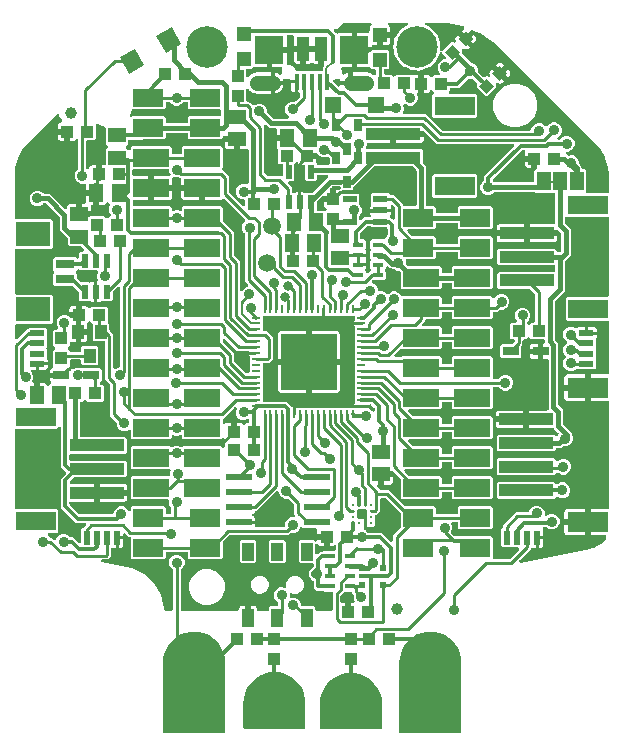
<source format=gbr>
G04 EAGLE Gerber RS-274X export*
G75*
%MOMM*%
%FSLAX34Y34*%
%LPD*%
%INTop Copper*%
%IPPOS*%
%AMOC8*
5,1,8,0,0,1.08239X$1,22.5*%
G01*
%ADD10C,1.000000*%
%ADD11C,3.516000*%
%ADD12C,4.216000*%
%ADD13R,1.500000X1.600000*%
%ADD14R,1.075000X1.000000*%
%ADD15R,1.000000X1.075000*%
%ADD16R,1.500000X1.240000*%
%ADD17R,1.200000X1.200000*%
%ADD18R,0.900000X0.900000*%
%ADD19R,2.413000X2.413000*%
%ADD20C,1.308000*%
%ADD21R,0.400000X1.350000*%
%ADD22R,1.000000X2.000000*%
%ADD23R,1.200000X0.550000*%
%ADD24R,4.600000X1.000000*%
%ADD25R,3.400000X1.600000*%
%ADD26R,0.550000X1.200000*%
%ADD27R,1.240000X1.500000*%
%ADD28R,1.250000X0.500000*%
%ADD29R,2.540000X1.524000*%
%ADD30R,3.048000X1.524000*%
%ADD31R,1.000000X1.200000*%
%ADD32R,1.400000X1.400000*%
%ADD33R,0.635000X1.016000*%
%ADD34R,0.900000X0.450000*%
%ADD35R,3.400000X1.700000*%
%ADD36R,1.168400X1.600200*%
%ADD37R,1.350000X0.800000*%
%ADD38R,1.600000X0.800000*%
%ADD39R,3.000000X2.100000*%
%ADD40C,1.500000*%
%ADD41R,2.200000X0.600000*%
%ADD42R,0.700000X0.220000*%
%ADD43R,0.220000X0.700000*%
%ADD44R,4.700000X4.700000*%
%ADD45R,0.500000X0.500000*%
%ADD46R,0.500000X0.400000*%
%ADD47R,1.000000X1.500000*%
%ADD48R,0.250000X0.275000*%
%ADD49R,0.275000X0.250000*%
%ADD50R,0.500000X1.250000*%
%ADD51C,0.906400*%
%ADD52C,0.254000*%
%ADD53C,0.304800*%
%ADD54C,0.203200*%
%ADD55C,0.406400*%
%ADD56C,0.800100*%
%ADD57C,0.152400*%

G36*
X177102Y-160994D02*
X177102Y-160994D01*
X177124Y-160993D01*
X177138Y-160989D01*
X177175Y-160984D01*
X235151Y-149419D01*
X235237Y-149390D01*
X235325Y-149371D01*
X235347Y-149360D01*
X236677Y-149115D01*
X236683Y-149113D01*
X236695Y-149111D01*
X236727Y-149105D01*
X236747Y-149098D01*
X236814Y-149084D01*
X239580Y-148323D01*
X239657Y-148291D01*
X239737Y-148269D01*
X239868Y-148203D01*
X239874Y-148201D01*
X239876Y-148199D01*
X239881Y-148197D01*
X244834Y-145321D01*
X244942Y-145238D01*
X245054Y-145159D01*
X245076Y-145137D01*
X245086Y-145129D01*
X245099Y-145112D01*
X245166Y-145043D01*
X248862Y-140669D01*
X248937Y-140554D01*
X249015Y-140441D01*
X249028Y-140413D01*
X249035Y-140402D01*
X249042Y-140382D01*
X249081Y-140295D01*
X249339Y-139605D01*
X249346Y-139578D01*
X249358Y-139553D01*
X249382Y-139424D01*
X249413Y-139296D01*
X249412Y-139268D01*
X249417Y-139240D01*
X249409Y-139109D01*
X249407Y-138978D01*
X249399Y-138951D01*
X249398Y-138923D01*
X249357Y-138798D01*
X249322Y-138671D01*
X249308Y-138647D01*
X249300Y-138621D01*
X249229Y-138509D01*
X249164Y-138395D01*
X249145Y-138375D01*
X249130Y-138352D01*
X249033Y-138261D01*
X248942Y-138168D01*
X248918Y-138153D01*
X248898Y-138134D01*
X248783Y-138070D01*
X248670Y-138002D01*
X248644Y-137994D01*
X248619Y-137980D01*
X248492Y-137948D01*
X248366Y-137909D01*
X248338Y-137908D01*
X248311Y-137901D01*
X248151Y-137891D01*
X235979Y-137891D01*
X235979Y-128120D01*
X235964Y-128002D01*
X235957Y-127883D01*
X235944Y-127845D01*
X235939Y-127805D01*
X235895Y-127694D01*
X235859Y-127581D01*
X235837Y-127546D01*
X235822Y-127509D01*
X235752Y-127413D01*
X235689Y-127312D01*
X235659Y-127284D01*
X235635Y-127252D01*
X235544Y-127176D01*
X235457Y-127094D01*
X235422Y-127075D01*
X235390Y-127049D01*
X235283Y-126998D01*
X235179Y-126941D01*
X235139Y-126930D01*
X235103Y-126913D01*
X234986Y-126891D01*
X234871Y-126861D01*
X234810Y-126857D01*
X234790Y-126853D01*
X234770Y-126855D01*
X234710Y-126851D01*
X233439Y-126851D01*
X233439Y-126849D01*
X234710Y-126849D01*
X234828Y-126834D01*
X234947Y-126827D01*
X234985Y-126814D01*
X235025Y-126809D01*
X235136Y-126765D01*
X235249Y-126729D01*
X235284Y-126707D01*
X235321Y-126692D01*
X235417Y-126622D01*
X235518Y-126559D01*
X235546Y-126529D01*
X235578Y-126505D01*
X235654Y-126414D01*
X235736Y-126327D01*
X235755Y-126292D01*
X235781Y-126260D01*
X235832Y-126153D01*
X235889Y-126049D01*
X235900Y-126009D01*
X235917Y-125973D01*
X235939Y-125856D01*
X235969Y-125741D01*
X235973Y-125680D01*
X235977Y-125660D01*
X235975Y-125640D01*
X235979Y-125580D01*
X235979Y-115809D01*
X250190Y-115809D01*
X250308Y-115794D01*
X250427Y-115787D01*
X250465Y-115774D01*
X250506Y-115769D01*
X250616Y-115726D01*
X250729Y-115689D01*
X250764Y-115667D01*
X250801Y-115652D01*
X250897Y-115583D01*
X250998Y-115519D01*
X251026Y-115489D01*
X251059Y-115466D01*
X251135Y-115374D01*
X251216Y-115287D01*
X251236Y-115252D01*
X251261Y-115221D01*
X251312Y-115113D01*
X251370Y-115009D01*
X251380Y-114969D01*
X251397Y-114933D01*
X251419Y-114816D01*
X251449Y-114701D01*
X251453Y-114641D01*
X251457Y-114621D01*
X251455Y-114600D01*
X251459Y-114540D01*
X251459Y-25160D01*
X251444Y-25042D01*
X251437Y-24923D01*
X251424Y-24885D01*
X251419Y-24844D01*
X251376Y-24734D01*
X251339Y-24621D01*
X251317Y-24586D01*
X251302Y-24549D01*
X251233Y-24453D01*
X251169Y-24352D01*
X251139Y-24324D01*
X251116Y-24291D01*
X251024Y-24215D01*
X250937Y-24134D01*
X250902Y-24114D01*
X250871Y-24089D01*
X250763Y-24038D01*
X250659Y-23980D01*
X250619Y-23970D01*
X250583Y-23953D01*
X250466Y-23931D01*
X250351Y-23901D01*
X250291Y-23897D01*
X250271Y-23893D01*
X250250Y-23895D01*
X250190Y-23891D01*
X235979Y-23891D01*
X235979Y-14120D01*
X235964Y-14002D01*
X235957Y-13883D01*
X235944Y-13845D01*
X235939Y-13805D01*
X235895Y-13694D01*
X235859Y-13581D01*
X235837Y-13546D01*
X235822Y-13509D01*
X235752Y-13413D01*
X235689Y-13312D01*
X235659Y-13284D01*
X235635Y-13252D01*
X235544Y-13176D01*
X235457Y-13094D01*
X235422Y-13075D01*
X235390Y-13049D01*
X235283Y-12998D01*
X235179Y-12941D01*
X235139Y-12930D01*
X235103Y-12913D01*
X234986Y-12891D01*
X234871Y-12861D01*
X234810Y-12857D01*
X234790Y-12853D01*
X234770Y-12855D01*
X234710Y-12851D01*
X233439Y-12851D01*
X233439Y-12849D01*
X234710Y-12849D01*
X234828Y-12834D01*
X234947Y-12827D01*
X234985Y-12814D01*
X235025Y-12809D01*
X235136Y-12765D01*
X235249Y-12729D01*
X235284Y-12707D01*
X235321Y-12692D01*
X235417Y-12622D01*
X235518Y-12559D01*
X235546Y-12529D01*
X235578Y-12505D01*
X235654Y-12414D01*
X235736Y-12327D01*
X235755Y-12292D01*
X235781Y-12260D01*
X235832Y-12153D01*
X235889Y-12049D01*
X235900Y-12009D01*
X235917Y-11973D01*
X235939Y-11856D01*
X235969Y-11741D01*
X235973Y-11680D01*
X235977Y-11660D01*
X235975Y-11640D01*
X235976Y-11623D01*
X235977Y-11622D01*
X235977Y-11621D01*
X235979Y-11580D01*
X235979Y-1809D01*
X250190Y-1809D01*
X250308Y-1794D01*
X250427Y-1787D01*
X250465Y-1774D01*
X250506Y-1769D01*
X250616Y-1726D01*
X250729Y-1689D01*
X250764Y-1667D01*
X250801Y-1652D01*
X250897Y-1583D01*
X250998Y-1519D01*
X251026Y-1489D01*
X251059Y-1466D01*
X251135Y-1374D01*
X251216Y-1287D01*
X251236Y-1252D01*
X251261Y-1221D01*
X251312Y-1113D01*
X251370Y-1009D01*
X251380Y-969D01*
X251397Y-933D01*
X251419Y-816D01*
X251449Y-701D01*
X251453Y-641D01*
X251457Y-621D01*
X251455Y-600D01*
X251459Y-540D01*
X251459Y42488D01*
X251444Y42606D01*
X251437Y42725D01*
X251424Y42763D01*
X251419Y42804D01*
X251376Y42914D01*
X251339Y43027D01*
X251317Y43062D01*
X251302Y43099D01*
X251233Y43195D01*
X251169Y43296D01*
X251139Y43324D01*
X251116Y43357D01*
X251024Y43433D01*
X250937Y43514D01*
X250902Y43534D01*
X250871Y43559D01*
X250763Y43610D01*
X250659Y43668D01*
X250619Y43678D01*
X250583Y43695D01*
X250466Y43717D01*
X250351Y43747D01*
X250291Y43751D01*
X250271Y43755D01*
X250250Y43753D01*
X250190Y43757D01*
X216073Y43757D01*
X214882Y44948D01*
X214882Y62632D01*
X216073Y63823D01*
X250190Y63823D01*
X250308Y63838D01*
X250427Y63845D01*
X250465Y63858D01*
X250506Y63863D01*
X250616Y63906D01*
X250729Y63943D01*
X250764Y63965D01*
X250801Y63980D01*
X250897Y64049D01*
X250998Y64113D01*
X251026Y64143D01*
X251059Y64166D01*
X251135Y64258D01*
X251216Y64345D01*
X251236Y64380D01*
X251261Y64411D01*
X251312Y64519D01*
X251370Y64623D01*
X251380Y64663D01*
X251397Y64699D01*
X251419Y64816D01*
X251449Y64931D01*
X251453Y64991D01*
X251457Y65011D01*
X251455Y65032D01*
X251459Y65092D01*
X251459Y130488D01*
X251444Y130606D01*
X251437Y130725D01*
X251424Y130763D01*
X251419Y130804D01*
X251376Y130914D01*
X251339Y131027D01*
X251317Y131062D01*
X251302Y131099D01*
X251233Y131195D01*
X251169Y131296D01*
X251139Y131324D01*
X251116Y131357D01*
X251024Y131433D01*
X250937Y131514D01*
X250902Y131534D01*
X250871Y131559D01*
X250763Y131610D01*
X250659Y131668D01*
X250619Y131678D01*
X250583Y131695D01*
X250466Y131717D01*
X250351Y131747D01*
X250291Y131751D01*
X250271Y131755D01*
X250250Y131753D01*
X250190Y131757D01*
X215734Y131757D01*
X215599Y131783D01*
X215580Y131782D01*
X215560Y131785D01*
X215421Y131772D01*
X215282Y131763D01*
X215263Y131757D01*
X215243Y131755D01*
X215112Y131708D01*
X214980Y131665D01*
X214963Y131655D01*
X214944Y131648D01*
X214829Y131570D01*
X214711Y131495D01*
X214697Y131481D01*
X214681Y131469D01*
X214589Y131365D01*
X214493Y131263D01*
X214483Y131246D01*
X214470Y131231D01*
X214407Y131107D01*
X214339Y130985D01*
X214334Y130966D01*
X214325Y130948D01*
X214295Y130811D01*
X214260Y130677D01*
X214258Y130649D01*
X214256Y130638D01*
X214256Y130617D01*
X214250Y130516D01*
X214250Y126669D01*
X214262Y126571D01*
X214265Y126472D01*
X214282Y126414D01*
X214290Y126354D01*
X214326Y126262D01*
X214354Y126167D01*
X214384Y126115D01*
X214407Y126058D01*
X214465Y125978D01*
X214515Y125893D01*
X214581Y125817D01*
X214593Y125801D01*
X214603Y125793D01*
X214621Y125772D01*
X219330Y121064D01*
X219330Y99281D01*
X214621Y94573D01*
X214561Y94495D01*
X214493Y94423D01*
X214464Y94370D01*
X214427Y94322D01*
X214387Y94231D01*
X214339Y94144D01*
X214324Y94086D01*
X214300Y94030D01*
X214285Y93932D01*
X214260Y93836D01*
X214254Y93736D01*
X214250Y93716D01*
X214252Y93704D01*
X214250Y93676D01*
X214250Y68801D01*
X205890Y60442D01*
X205830Y60364D01*
X205762Y60292D01*
X205733Y60239D01*
X205696Y60191D01*
X205656Y60100D01*
X205608Y60013D01*
X205594Y59956D01*
X205581Y59929D01*
X205580Y59924D01*
X205569Y59899D01*
X205554Y59801D01*
X205529Y59705D01*
X205524Y59633D01*
X205521Y59617D01*
X205522Y59603D01*
X205519Y59585D01*
X205521Y59573D01*
X205519Y59545D01*
X205519Y28708D01*
X205531Y28610D01*
X205534Y28511D01*
X205551Y28452D01*
X205559Y28392D01*
X205595Y28300D01*
X205623Y28205D01*
X205653Y28153D01*
X205676Y28097D01*
X205734Y28017D01*
X205784Y27931D01*
X205850Y27856D01*
X205862Y27839D01*
X205872Y27831D01*
X205890Y27810D01*
X208554Y25147D01*
X208554Y-26942D01*
X208566Y-27040D01*
X208569Y-27139D01*
X208586Y-27198D01*
X208594Y-27258D01*
X208630Y-27350D01*
X208658Y-27445D01*
X208688Y-27497D01*
X208711Y-27553D01*
X208769Y-27633D01*
X208819Y-27719D01*
X208885Y-27794D01*
X208897Y-27811D01*
X208907Y-27819D01*
X208925Y-27840D01*
X212569Y-31483D01*
X212569Y-43100D01*
X212581Y-43198D01*
X212584Y-43297D01*
X212601Y-43355D01*
X212609Y-43415D01*
X212645Y-43507D01*
X212673Y-43602D01*
X212703Y-43654D01*
X212726Y-43711D01*
X212784Y-43791D01*
X212834Y-43876D01*
X212900Y-43952D01*
X212912Y-43968D01*
X212922Y-43976D01*
X212940Y-43997D01*
X219965Y-51021D01*
X219965Y-52436D01*
X219966Y-52446D01*
X219965Y-52455D01*
X219986Y-52603D01*
X220005Y-52752D01*
X220008Y-52760D01*
X220009Y-52770D01*
X220061Y-52922D01*
X220877Y-54892D01*
X220877Y-57503D01*
X219878Y-59916D01*
X218031Y-61763D01*
X215618Y-62762D01*
X212754Y-62762D01*
X212694Y-62770D01*
X212623Y-62768D01*
X212590Y-62776D01*
X212555Y-62777D01*
X212492Y-62795D01*
X212439Y-62802D01*
X212385Y-62823D01*
X212313Y-62840D01*
X212283Y-62856D01*
X212250Y-62865D01*
X212191Y-62900D01*
X212143Y-62919D01*
X212098Y-62952D01*
X212031Y-62987D01*
X212005Y-63010D01*
X211976Y-63027D01*
X211889Y-63104D01*
X211886Y-63106D01*
X211884Y-63108D01*
X211855Y-63133D01*
X211074Y-63915D01*
X207742Y-63915D01*
X207624Y-63930D01*
X207505Y-63937D01*
X207467Y-63950D01*
X207426Y-63955D01*
X207316Y-63998D01*
X207203Y-64035D01*
X207168Y-64057D01*
X207131Y-64072D01*
X207035Y-64141D01*
X206934Y-64205D01*
X206906Y-64235D01*
X206873Y-64258D01*
X206797Y-64350D01*
X206716Y-64437D01*
X206696Y-64472D01*
X206671Y-64503D01*
X206620Y-64611D01*
X206562Y-64715D01*
X206552Y-64755D01*
X206535Y-64791D01*
X206513Y-64908D01*
X206483Y-65023D01*
X206479Y-65083D01*
X206475Y-65103D01*
X206477Y-65124D01*
X206473Y-65184D01*
X206473Y-65692D01*
X205282Y-66883D01*
X157598Y-66883D01*
X156407Y-65692D01*
X156407Y-54008D01*
X157598Y-52817D01*
X205282Y-52817D01*
X206290Y-53825D01*
X206329Y-53856D01*
X206363Y-53892D01*
X206455Y-53953D01*
X206541Y-54020D01*
X206587Y-54040D01*
X206628Y-54067D01*
X206732Y-54103D01*
X206833Y-54147D01*
X206882Y-54154D01*
X206929Y-54170D01*
X207039Y-54179D01*
X207147Y-54196D01*
X207197Y-54192D01*
X207246Y-54196D01*
X207354Y-54177D01*
X207464Y-54167D01*
X207511Y-54150D01*
X207560Y-54141D01*
X207660Y-54096D01*
X207763Y-54059D01*
X207804Y-54031D01*
X207849Y-54011D01*
X207935Y-53942D01*
X208026Y-53880D01*
X208059Y-53843D01*
X208098Y-53812D01*
X208164Y-53724D01*
X208237Y-53642D01*
X208259Y-53598D01*
X208289Y-53558D01*
X208360Y-53413D01*
X208768Y-52429D01*
X208776Y-52401D01*
X208789Y-52374D01*
X208817Y-52248D01*
X208852Y-52122D01*
X208852Y-52093D01*
X208859Y-52064D01*
X208855Y-51934D01*
X208857Y-51804D01*
X208850Y-51776D01*
X208849Y-51746D01*
X208813Y-51622D01*
X208783Y-51495D01*
X208769Y-51469D01*
X208761Y-51441D01*
X208695Y-51329D01*
X208634Y-51214D01*
X208614Y-51192D01*
X208599Y-51167D01*
X208493Y-51046D01*
X205209Y-47762D01*
X205131Y-47702D01*
X205059Y-47634D01*
X205006Y-47605D01*
X204958Y-47568D01*
X204867Y-47528D01*
X204780Y-47480D01*
X204722Y-47465D01*
X204666Y-47441D01*
X204568Y-47426D01*
X204472Y-47401D01*
X204372Y-47395D01*
X204352Y-47391D01*
X204340Y-47393D01*
X204312Y-47391D01*
X183939Y-47391D01*
X183939Y-41080D01*
X183924Y-40962D01*
X183917Y-40843D01*
X183904Y-40805D01*
X183899Y-40765D01*
X183856Y-40654D01*
X183819Y-40541D01*
X183797Y-40507D01*
X183782Y-40469D01*
X183713Y-40373D01*
X183649Y-40272D01*
X183619Y-40244D01*
X183596Y-40212D01*
X183504Y-40136D01*
X183417Y-40054D01*
X183382Y-40035D01*
X183351Y-40009D01*
X183243Y-39958D01*
X183139Y-39901D01*
X183099Y-39891D01*
X183063Y-39873D01*
X182956Y-39853D01*
X182986Y-39849D01*
X183096Y-39805D01*
X183209Y-39769D01*
X183244Y-39747D01*
X183281Y-39732D01*
X183377Y-39662D01*
X183478Y-39599D01*
X183506Y-39569D01*
X183539Y-39545D01*
X183615Y-39454D01*
X183696Y-39367D01*
X183716Y-39332D01*
X183741Y-39300D01*
X183792Y-39193D01*
X183850Y-39088D01*
X183860Y-39049D01*
X183877Y-39013D01*
X183899Y-38896D01*
X183929Y-38780D01*
X183933Y-38720D01*
X183937Y-38700D01*
X183935Y-38680D01*
X183939Y-38620D01*
X183939Y-32309D01*
X199155Y-32309D01*
X199273Y-32294D01*
X199392Y-32287D01*
X199430Y-32274D01*
X199471Y-32269D01*
X199581Y-32226D01*
X199694Y-32189D01*
X199729Y-32167D01*
X199766Y-32152D01*
X199862Y-32083D01*
X199963Y-32019D01*
X199991Y-31989D01*
X200024Y-31966D01*
X200100Y-31874D01*
X200181Y-31787D01*
X200201Y-31752D01*
X200226Y-31721D01*
X200277Y-31613D01*
X200335Y-31509D01*
X200345Y-31469D01*
X200362Y-31433D01*
X200384Y-31316D01*
X200414Y-31201D01*
X200418Y-31141D01*
X200422Y-31121D01*
X200420Y-31100D01*
X200424Y-31040D01*
X200424Y9970D01*
X200409Y10088D01*
X200402Y10207D01*
X200389Y10245D01*
X200384Y10286D01*
X200341Y10396D01*
X200304Y10509D01*
X200282Y10544D01*
X200267Y10581D01*
X200198Y10677D01*
X200134Y10778D01*
X200104Y10806D01*
X200081Y10839D01*
X199989Y10915D01*
X199902Y10996D01*
X199867Y11016D01*
X199836Y11041D01*
X199728Y11092D01*
X199624Y11150D01*
X199584Y11160D01*
X199548Y11177D01*
X199431Y11199D01*
X199316Y11229D01*
X199256Y11233D01*
X199236Y11237D01*
X199215Y11235D01*
X199155Y11239D01*
X195674Y11239D01*
X195674Y17050D01*
X195659Y17168D01*
X195652Y17287D01*
X195639Y17325D01*
X195634Y17365D01*
X195591Y17476D01*
X195554Y17589D01*
X195532Y17623D01*
X195517Y17661D01*
X195448Y17757D01*
X195437Y17774D01*
X195451Y17798D01*
X195476Y17830D01*
X195527Y17937D01*
X195585Y18042D01*
X195595Y18081D01*
X195612Y18117D01*
X195634Y18234D01*
X195664Y18350D01*
X195668Y18410D01*
X195672Y18430D01*
X195670Y18450D01*
X195674Y18510D01*
X195674Y24321D01*
X196120Y24321D01*
X196238Y24336D01*
X196357Y24343D01*
X196395Y24355D01*
X196436Y24361D01*
X196546Y24404D01*
X196659Y24441D01*
X196694Y24463D01*
X196731Y24478D01*
X196827Y24547D01*
X196928Y24611D01*
X196956Y24641D01*
X196989Y24664D01*
X197065Y24756D01*
X197146Y24843D01*
X197166Y24878D01*
X197191Y24909D01*
X197242Y25017D01*
X197300Y25121D01*
X197310Y25161D01*
X197327Y25197D01*
X197349Y25314D01*
X197379Y25429D01*
X197383Y25489D01*
X197387Y25509D01*
X197385Y25530D01*
X197389Y25590D01*
X197389Y26623D01*
X197374Y26741D01*
X197367Y26860D01*
X197354Y26898D01*
X197349Y26939D01*
X197306Y27049D01*
X197269Y27162D01*
X197247Y27197D01*
X197232Y27234D01*
X197163Y27330D01*
X197099Y27431D01*
X197069Y27459D01*
X197046Y27492D01*
X196954Y27568D01*
X196867Y27649D01*
X196832Y27669D01*
X196801Y27694D01*
X196693Y27745D01*
X196589Y27803D01*
X196549Y27813D01*
X196513Y27830D01*
X196396Y27852D01*
X196281Y27882D01*
X196221Y27886D01*
X196201Y27890D01*
X196180Y27888D01*
X196120Y27892D01*
X185798Y27892D01*
X184413Y29278D01*
X184318Y29351D01*
X184229Y29430D01*
X184193Y29448D01*
X184161Y29473D01*
X184052Y29520D01*
X183946Y29574D01*
X183907Y29583D01*
X183869Y29599D01*
X183752Y29618D01*
X183636Y29644D01*
X183595Y29643D01*
X183555Y29649D01*
X183437Y29638D01*
X183318Y29634D01*
X183279Y29623D01*
X183239Y29619D01*
X183126Y29579D01*
X183012Y29546D01*
X182978Y29525D01*
X182939Y29512D01*
X182841Y29445D01*
X182738Y29384D01*
X182693Y29344D01*
X182676Y29333D01*
X182663Y29318D01*
X182618Y29278D01*
X181232Y27892D01*
X179587Y27892D01*
X179469Y27877D01*
X179350Y27870D01*
X179312Y27857D01*
X179271Y27852D01*
X179161Y27809D01*
X179048Y27772D01*
X179013Y27750D01*
X178976Y27735D01*
X178880Y27666D01*
X178779Y27602D01*
X178751Y27572D01*
X178718Y27549D01*
X178642Y27457D01*
X178561Y27370D01*
X178541Y27335D01*
X178516Y27304D01*
X178465Y27196D01*
X178407Y27092D01*
X178397Y27052D01*
X178380Y27016D01*
X178358Y26899D01*
X178328Y26784D01*
X178324Y26724D01*
X178320Y26704D01*
X178322Y26683D01*
X178318Y26623D01*
X178318Y23152D01*
X177429Y22264D01*
X177369Y22185D01*
X177301Y22113D01*
X177272Y22060D01*
X177235Y22012D01*
X177195Y21921D01*
X177147Y21835D01*
X177132Y21776D01*
X177108Y21721D01*
X177093Y21623D01*
X177068Y21527D01*
X177062Y21427D01*
X177058Y21406D01*
X177060Y21394D01*
X177058Y21366D01*
X177058Y12938D01*
X175867Y11747D01*
X160683Y11747D01*
X159492Y12938D01*
X159492Y22622D01*
X160683Y23813D01*
X169111Y23813D01*
X169209Y23825D01*
X169308Y23828D01*
X169367Y23845D01*
X169427Y23853D01*
X169519Y23889D01*
X169614Y23917D01*
X169666Y23947D01*
X169722Y23970D01*
X169802Y24028D01*
X169888Y24078D01*
X169963Y24144D01*
X169980Y24156D01*
X169988Y24166D01*
X170009Y24184D01*
X171341Y25516D01*
X171401Y25595D01*
X171469Y25667D01*
X171498Y25720D01*
X171535Y25768D01*
X171575Y25859D01*
X171623Y25945D01*
X171638Y26004D01*
X171662Y26059D01*
X171677Y26157D01*
X171702Y26253D01*
X171708Y26353D01*
X171712Y26374D01*
X171710Y26386D01*
X171712Y26414D01*
X171712Y26623D01*
X171697Y26741D01*
X171690Y26860D01*
X171677Y26898D01*
X171672Y26939D01*
X171629Y27049D01*
X171592Y27162D01*
X171570Y27197D01*
X171555Y27234D01*
X171486Y27330D01*
X171422Y27431D01*
X171392Y27459D01*
X171369Y27492D01*
X171277Y27568D01*
X171190Y27649D01*
X171155Y27669D01*
X171124Y27694D01*
X171016Y27745D01*
X170912Y27803D01*
X170872Y27813D01*
X170836Y27830D01*
X170719Y27852D01*
X170604Y27882D01*
X170544Y27886D01*
X170524Y27890D01*
X170503Y27888D01*
X170443Y27892D01*
X168798Y27892D01*
X167607Y29083D01*
X167607Y40767D01*
X168798Y41958D01*
X172389Y41958D01*
X172527Y41975D01*
X172665Y41988D01*
X172684Y41995D01*
X172705Y41998D01*
X172834Y42049D01*
X172965Y42096D01*
X172982Y42107D01*
X173000Y42115D01*
X173113Y42196D01*
X173228Y42274D01*
X173241Y42290D01*
X173258Y42301D01*
X173346Y42409D01*
X173438Y42513D01*
X173448Y42531D01*
X173460Y42546D01*
X173520Y42672D01*
X173583Y42796D01*
X173587Y42816D01*
X173596Y42834D01*
X173622Y42970D01*
X173653Y43106D01*
X173652Y43127D01*
X173656Y43146D01*
X173647Y43285D01*
X173643Y43424D01*
X173637Y43444D01*
X173636Y43464D01*
X173593Y43596D01*
X173555Y43730D01*
X173544Y43747D01*
X173538Y43766D01*
X173464Y43884D01*
X173393Y44004D01*
X173374Y44025D01*
X173368Y44035D01*
X173353Y44049D01*
X173287Y44125D01*
X172870Y44541D01*
X171870Y46954D01*
X171870Y49566D01*
X172870Y51979D01*
X174716Y53825D01*
X177129Y54825D01*
X179741Y54825D01*
X182154Y53825D01*
X184000Y51979D01*
X185000Y49566D01*
X185000Y46954D01*
X184000Y44541D01*
X182222Y42763D01*
X182149Y42669D01*
X182070Y42580D01*
X182052Y42544D01*
X182027Y42512D01*
X181980Y42402D01*
X181925Y42296D01*
X181917Y42257D01*
X181901Y42220D01*
X181882Y42102D01*
X181856Y41986D01*
X181857Y41946D01*
X181851Y41906D01*
X181862Y41787D01*
X181865Y41668D01*
X181877Y41629D01*
X181880Y41589D01*
X181921Y41477D01*
X181954Y41363D01*
X181974Y41328D01*
X181988Y41290D01*
X182055Y41191D01*
X182115Y41089D01*
X182155Y41043D01*
X182167Y41027D01*
X182182Y41013D01*
X182222Y40968D01*
X182618Y40572D01*
X182712Y40499D01*
X182801Y40420D01*
X182837Y40402D01*
X182869Y40377D01*
X182978Y40330D01*
X183084Y40276D01*
X183124Y40267D01*
X183161Y40251D01*
X183278Y40232D01*
X183394Y40206D01*
X183435Y40207D01*
X183475Y40201D01*
X183593Y40212D01*
X183712Y40216D01*
X183751Y40227D01*
X183791Y40231D01*
X183903Y40271D01*
X184018Y40304D01*
X184053Y40325D01*
X184091Y40339D01*
X184189Y40405D01*
X184292Y40466D01*
X184337Y40506D01*
X184354Y40517D01*
X184367Y40532D01*
X184413Y40572D01*
X185798Y41958D01*
X187443Y41958D01*
X187561Y41973D01*
X187680Y41980D01*
X187718Y41993D01*
X187759Y41998D01*
X187869Y42041D01*
X187982Y42078D01*
X188017Y42100D01*
X188054Y42115D01*
X188150Y42184D01*
X188251Y42248D01*
X188279Y42278D01*
X188312Y42301D01*
X188388Y42393D01*
X188469Y42480D01*
X188489Y42515D01*
X188514Y42546D01*
X188565Y42654D01*
X188623Y42758D01*
X188633Y42798D01*
X188650Y42834D01*
X188672Y42951D01*
X188702Y43066D01*
X188706Y43126D01*
X188710Y43146D01*
X188708Y43167D01*
X188712Y43227D01*
X188712Y65796D01*
X188700Y65894D01*
X188697Y65993D01*
X188680Y66052D01*
X188672Y66112D01*
X188636Y66204D01*
X188608Y66299D01*
X188578Y66351D01*
X188555Y66407D01*
X188497Y66487D01*
X188447Y66573D01*
X188381Y66648D01*
X188369Y66665D01*
X188359Y66673D01*
X188341Y66694D01*
X184649Y70386D01*
X184570Y70446D01*
X184498Y70514D01*
X184445Y70543D01*
X184397Y70580D01*
X184306Y70620D01*
X184220Y70668D01*
X184161Y70683D01*
X184106Y70707D01*
X184008Y70722D01*
X183912Y70747D01*
X183812Y70753D01*
X183792Y70757D01*
X183779Y70755D01*
X183751Y70757D01*
X158073Y70757D01*
X156882Y71948D01*
X156882Y83632D01*
X158073Y84823D01*
X204851Y84823D01*
X204969Y84838D01*
X205088Y84845D01*
X205126Y84858D01*
X205167Y84863D01*
X205277Y84906D01*
X205390Y84943D01*
X205425Y84965D01*
X205462Y84980D01*
X205558Y85049D01*
X205659Y85113D01*
X205687Y85143D01*
X205720Y85166D01*
X205796Y85258D01*
X205877Y85345D01*
X205897Y85380D01*
X205922Y85411D01*
X205973Y85519D01*
X206031Y85623D01*
X206041Y85663D01*
X206058Y85699D01*
X206080Y85816D01*
X206110Y85931D01*
X206114Y85991D01*
X206118Y86011D01*
X206116Y86032D01*
X206120Y86092D01*
X206120Y89488D01*
X206105Y89606D01*
X206098Y89725D01*
X206085Y89763D01*
X206080Y89804D01*
X206037Y89914D01*
X206000Y90027D01*
X205978Y90062D01*
X205963Y90099D01*
X205894Y90195D01*
X205830Y90296D01*
X205800Y90324D01*
X205777Y90357D01*
X205685Y90433D01*
X205598Y90514D01*
X205563Y90534D01*
X205532Y90559D01*
X205424Y90610D01*
X205320Y90668D01*
X205280Y90678D01*
X205244Y90695D01*
X205127Y90717D01*
X205012Y90747D01*
X204952Y90751D01*
X204932Y90755D01*
X204911Y90753D01*
X204851Y90757D01*
X158073Y90757D01*
X156882Y91948D01*
X156882Y103632D01*
X158073Y104823D01*
X205757Y104823D01*
X206948Y103632D01*
X206948Y103124D01*
X206963Y103006D01*
X206970Y102887D01*
X206983Y102849D01*
X206988Y102808D01*
X207031Y102698D01*
X207068Y102585D01*
X207090Y102550D01*
X207105Y102513D01*
X207174Y102417D01*
X207238Y102316D01*
X207268Y102288D01*
X207291Y102255D01*
X207383Y102179D01*
X207470Y102098D01*
X207505Y102078D01*
X207536Y102053D01*
X207644Y102002D01*
X207748Y101944D01*
X207788Y101934D01*
X207824Y101917D01*
X207941Y101895D01*
X208056Y101865D01*
X208116Y101861D01*
X208136Y101857D01*
X208157Y101859D01*
X208217Y101855D01*
X209881Y101855D01*
X209979Y101867D01*
X210078Y101870D01*
X210136Y101887D01*
X210196Y101895D01*
X210288Y101931D01*
X210383Y101959D01*
X210435Y101989D01*
X210492Y102012D01*
X210572Y102070D01*
X210657Y102120D01*
X210733Y102186D01*
X210749Y102198D01*
X210757Y102208D01*
X210778Y102226D01*
X210829Y102277D01*
X210889Y102355D01*
X210957Y102427D01*
X210986Y102480D01*
X211023Y102528D01*
X211063Y102619D01*
X211111Y102706D01*
X211126Y102764D01*
X211150Y102820D01*
X211165Y102918D01*
X211190Y103014D01*
X211196Y103114D01*
X211200Y103134D01*
X211198Y103146D01*
X211200Y103174D01*
X211200Y117171D01*
X211188Y117269D01*
X211185Y117368D01*
X211168Y117426D01*
X211160Y117486D01*
X211124Y117578D01*
X211096Y117673D01*
X211066Y117725D01*
X211043Y117782D01*
X210985Y117862D01*
X210935Y117947D01*
X210869Y118023D01*
X210857Y118039D01*
X210847Y118047D01*
X210829Y118068D01*
X208979Y119918D01*
X208901Y119978D01*
X208829Y120046D01*
X208776Y120075D01*
X208728Y120112D01*
X208637Y120152D01*
X208550Y120200D01*
X208492Y120215D01*
X208436Y120239D01*
X208338Y120254D01*
X208242Y120279D01*
X208142Y120285D01*
X208122Y120289D01*
X208110Y120287D01*
X208082Y120289D01*
X184414Y120289D01*
X184414Y125331D01*
X204851Y125331D01*
X204969Y125346D01*
X205088Y125353D01*
X205126Y125366D01*
X205167Y125371D01*
X205277Y125414D01*
X205390Y125451D01*
X205425Y125473D01*
X205462Y125488D01*
X205558Y125557D01*
X205659Y125621D01*
X205687Y125651D01*
X205720Y125674D01*
X205796Y125766D01*
X205877Y125853D01*
X205897Y125888D01*
X205922Y125919D01*
X205973Y126027D01*
X206031Y126131D01*
X206041Y126171D01*
X206058Y126207D01*
X206080Y126324D01*
X206110Y126439D01*
X206114Y126499D01*
X206118Y126519D01*
X206116Y126540D01*
X206120Y126600D01*
X206120Y150622D01*
X206105Y150740D01*
X206098Y150859D01*
X206085Y150897D01*
X206080Y150938D01*
X206037Y151048D01*
X206000Y151161D01*
X205978Y151196D01*
X205963Y151233D01*
X205894Y151329D01*
X205830Y151430D01*
X205800Y151458D01*
X205777Y151491D01*
X205685Y151567D01*
X205598Y151648D01*
X205563Y151668D01*
X205532Y151693D01*
X205424Y151744D01*
X205320Y151802D01*
X205280Y151812D01*
X205244Y151829D01*
X205127Y151851D01*
X205012Y151881D01*
X204952Y151885D01*
X204932Y151889D01*
X204911Y151887D01*
X204851Y151891D01*
X189531Y151891D01*
X189014Y152409D01*
X188935Y152469D01*
X188863Y152537D01*
X188810Y152566D01*
X188762Y152603D01*
X188672Y152643D01*
X188585Y152691D01*
X188526Y152706D01*
X188471Y152730D01*
X188373Y152745D01*
X188277Y152770D01*
X188177Y152776D01*
X188157Y152780D01*
X188144Y152778D01*
X188116Y152780D01*
X154970Y152780D01*
X154872Y152768D01*
X154773Y152765D01*
X154715Y152748D01*
X154654Y152740D01*
X154562Y152704D01*
X154467Y152676D01*
X154415Y152646D01*
X154359Y152623D01*
X154279Y152565D01*
X154193Y152515D01*
X154118Y152449D01*
X154101Y152437D01*
X154094Y152427D01*
X154072Y152409D01*
X152944Y151280D01*
X150531Y150280D01*
X147919Y150280D01*
X145506Y151280D01*
X143660Y153126D01*
X142660Y155539D01*
X142660Y158151D01*
X143660Y160564D01*
X145297Y162200D01*
X145357Y162279D01*
X145425Y162351D01*
X145454Y162404D01*
X145491Y162452D01*
X145531Y162543D01*
X145579Y162629D01*
X145594Y162688D01*
X145618Y162744D01*
X145633Y162842D01*
X145658Y162937D01*
X145664Y163037D01*
X145668Y163058D01*
X145666Y163070D01*
X145668Y163098D01*
X145668Y165938D01*
X171111Y191381D01*
X171196Y191490D01*
X171284Y191597D01*
X171293Y191616D01*
X171306Y191632D01*
X171361Y191760D01*
X171420Y191885D01*
X171424Y191905D01*
X171432Y191924D01*
X171454Y192062D01*
X171480Y192198D01*
X171479Y192218D01*
X171482Y192238D01*
X171469Y192377D01*
X171460Y192515D01*
X171454Y192534D01*
X171452Y192554D01*
X171405Y192686D01*
X171362Y192817D01*
X171351Y192835D01*
X171344Y192854D01*
X171266Y192969D01*
X171192Y193086D01*
X171177Y193100D01*
X171166Y193117D01*
X171062Y193209D01*
X170960Y193304D01*
X170942Y193314D01*
X170927Y193327D01*
X170804Y193390D01*
X170682Y193458D01*
X170662Y193463D01*
X170644Y193472D01*
X170508Y193502D01*
X170374Y193537D01*
X170346Y193539D01*
X170334Y193542D01*
X170313Y193541D01*
X170213Y193547D01*
X105787Y193547D01*
X95437Y203898D01*
X95358Y203958D01*
X95286Y204026D01*
X95233Y204055D01*
X95185Y204092D01*
X95094Y204132D01*
X95008Y204180D01*
X94949Y204195D01*
X94894Y204219D01*
X94796Y204234D01*
X94700Y204259D01*
X94600Y204265D01*
X94579Y204269D01*
X94567Y204267D01*
X94539Y204269D01*
X70275Y204269D01*
X70157Y204254D01*
X70038Y204247D01*
X70000Y204234D01*
X69960Y204229D01*
X69849Y204186D01*
X69736Y204149D01*
X69702Y204127D01*
X69664Y204112D01*
X69568Y204043D01*
X69467Y203979D01*
X69439Y203949D01*
X69407Y203926D01*
X69331Y203834D01*
X69249Y203747D01*
X69230Y203712D01*
X69204Y203681D01*
X69153Y203573D01*
X69096Y203469D01*
X69086Y203429D01*
X69068Y203393D01*
X69046Y203276D01*
X69016Y203161D01*
X69012Y203101D01*
X69009Y203081D01*
X69010Y203060D01*
X69009Y203043D01*
X69009Y203042D01*
X69009Y203041D01*
X69006Y203000D01*
X69006Y201809D01*
X67815Y201809D01*
X67697Y201794D01*
X67578Y201787D01*
X67540Y201774D01*
X67499Y201769D01*
X67389Y201725D01*
X67276Y201689D01*
X67241Y201667D01*
X67204Y201652D01*
X67107Y201582D01*
X67007Y201519D01*
X66979Y201489D01*
X66946Y201465D01*
X66870Y201374D01*
X66789Y201287D01*
X66769Y201252D01*
X66744Y201220D01*
X66693Y201113D01*
X66635Y201008D01*
X66625Y200969D01*
X66608Y200933D01*
X66586Y200816D01*
X66556Y200700D01*
X66552Y200640D01*
X66548Y200620D01*
X66550Y200600D01*
X66546Y200540D01*
X66546Y194229D01*
X47839Y194229D01*
X47721Y194214D01*
X47602Y194207D01*
X47564Y194194D01*
X47523Y194189D01*
X47413Y194146D01*
X47300Y194109D01*
X47265Y194087D01*
X47228Y194072D01*
X47132Y194003D01*
X47031Y193939D01*
X47003Y193909D01*
X46970Y193886D01*
X46894Y193794D01*
X46813Y193707D01*
X46793Y193672D01*
X46768Y193641D01*
X46717Y193533D01*
X46659Y193429D01*
X46649Y193389D01*
X46632Y193353D01*
X46610Y193236D01*
X46580Y193121D01*
X46576Y193061D01*
X46572Y193041D01*
X46574Y193020D01*
X46570Y192960D01*
X46570Y192369D01*
X45819Y190558D01*
X45806Y190510D01*
X45785Y190465D01*
X45764Y190357D01*
X45735Y190251D01*
X45735Y190201D01*
X45725Y190152D01*
X45732Y190043D01*
X45730Y189933D01*
X45742Y189885D01*
X45745Y189835D01*
X45779Y189731D01*
X45805Y189624D01*
X45828Y189580D01*
X45843Y189533D01*
X45902Y189440D01*
X45953Y189343D01*
X45987Y189306D01*
X46013Y189264D01*
X46093Y189189D01*
X46167Y189107D01*
X46209Y189080D01*
X46245Y189046D01*
X46341Y188993D01*
X46433Y188933D01*
X46480Y188916D01*
X46523Y188892D01*
X46630Y188865D01*
X46734Y188829D01*
X46783Y188825D01*
X46831Y188813D01*
X46992Y188803D01*
X92887Y188803D01*
X94078Y187612D01*
X94078Y177626D01*
X94090Y177528D01*
X94093Y177429D01*
X94110Y177371D01*
X94118Y177311D01*
X94154Y177219D01*
X94182Y177124D01*
X94212Y177072D01*
X94235Y177015D01*
X94293Y176935D01*
X94343Y176850D01*
X94409Y176774D01*
X94421Y176758D01*
X94431Y176750D01*
X94449Y176729D01*
X96775Y174404D01*
X96775Y141732D01*
X96790Y141614D01*
X96797Y141495D01*
X96810Y141457D01*
X96815Y141416D01*
X96858Y141306D01*
X96895Y141193D01*
X96917Y141158D01*
X96932Y141121D01*
X97001Y141025D01*
X97065Y140924D01*
X97095Y140896D01*
X97118Y140863D01*
X97210Y140787D01*
X97297Y140706D01*
X97332Y140686D01*
X97363Y140661D01*
X97471Y140610D01*
X97575Y140552D01*
X97615Y140542D01*
X97651Y140525D01*
X97768Y140503D01*
X97883Y140473D01*
X97943Y140469D01*
X97963Y140465D01*
X97984Y140467D01*
X98044Y140463D01*
X103712Y140463D01*
X104903Y139272D01*
X104903Y136144D01*
X104918Y136026D01*
X104925Y135907D01*
X104938Y135869D01*
X104943Y135828D01*
X104986Y135718D01*
X105023Y135605D01*
X105045Y135570D01*
X105060Y135533D01*
X105129Y135437D01*
X105193Y135336D01*
X105223Y135308D01*
X105246Y135275D01*
X105338Y135199D01*
X105425Y135118D01*
X105460Y135098D01*
X105491Y135073D01*
X105599Y135022D01*
X105703Y134964D01*
X105743Y134954D01*
X105779Y134937D01*
X105896Y134915D01*
X106011Y134885D01*
X106071Y134881D01*
X106091Y134877D01*
X106112Y134879D01*
X106172Y134875D01*
X122428Y134875D01*
X122546Y134890D01*
X122665Y134897D01*
X122703Y134910D01*
X122744Y134915D01*
X122854Y134958D01*
X122967Y134995D01*
X123002Y135017D01*
X123039Y135032D01*
X123135Y135101D01*
X123236Y135165D01*
X123264Y135195D01*
X123297Y135218D01*
X123373Y135310D01*
X123454Y135397D01*
X123474Y135432D01*
X123499Y135463D01*
X123550Y135571D01*
X123608Y135675D01*
X123618Y135715D01*
X123635Y135751D01*
X123657Y135868D01*
X123687Y135983D01*
X123691Y136043D01*
X123695Y136063D01*
X123693Y136084D01*
X123697Y136144D01*
X123697Y139272D01*
X124888Y140463D01*
X151972Y140463D01*
X153163Y139272D01*
X153163Y122348D01*
X151972Y121157D01*
X124888Y121157D01*
X123697Y122348D01*
X123697Y125476D01*
X123682Y125594D01*
X123675Y125713D01*
X123662Y125751D01*
X123657Y125792D01*
X123614Y125902D01*
X123577Y126015D01*
X123555Y126050D01*
X123540Y126087D01*
X123471Y126183D01*
X123407Y126284D01*
X123377Y126312D01*
X123354Y126345D01*
X123262Y126421D01*
X123175Y126502D01*
X123140Y126522D01*
X123109Y126547D01*
X123001Y126598D01*
X122897Y126656D01*
X122857Y126666D01*
X122821Y126683D01*
X122704Y126705D01*
X122589Y126735D01*
X122529Y126739D01*
X122509Y126743D01*
X122488Y126741D01*
X122428Y126745D01*
X106172Y126745D01*
X106054Y126730D01*
X105935Y126723D01*
X105897Y126710D01*
X105856Y126705D01*
X105746Y126662D01*
X105633Y126625D01*
X105598Y126603D01*
X105561Y126588D01*
X105465Y126519D01*
X105364Y126455D01*
X105336Y126425D01*
X105303Y126402D01*
X105227Y126310D01*
X105146Y126223D01*
X105126Y126188D01*
X105101Y126157D01*
X105050Y126049D01*
X104992Y125945D01*
X104982Y125905D01*
X104965Y125869D01*
X104943Y125752D01*
X104913Y125637D01*
X104909Y125577D01*
X104905Y125557D01*
X104907Y125536D01*
X104903Y125476D01*
X104903Y122348D01*
X103712Y121157D01*
X82158Y121157D01*
X82020Y121140D01*
X81881Y121127D01*
X81862Y121120D01*
X81842Y121117D01*
X81713Y121066D01*
X81582Y121019D01*
X81565Y121008D01*
X81547Y121000D01*
X81434Y120919D01*
X81319Y120841D01*
X81306Y120825D01*
X81289Y120814D01*
X81200Y120706D01*
X81108Y120602D01*
X81099Y120584D01*
X81086Y120569D01*
X81027Y120443D01*
X80964Y120319D01*
X80959Y120299D01*
X80951Y120281D01*
X80925Y120145D01*
X80894Y120009D01*
X80895Y119988D01*
X80891Y119969D01*
X80900Y119830D01*
X80904Y119691D01*
X80910Y119671D01*
X80911Y119651D01*
X80954Y119519D01*
X80992Y119385D01*
X81003Y119368D01*
X81009Y119349D01*
X81083Y119231D01*
X81154Y119111D01*
X81172Y119090D01*
X81179Y119080D01*
X81194Y119066D01*
X81260Y118991D01*
X84816Y115434D01*
X84895Y115374D01*
X84967Y115306D01*
X85020Y115277D01*
X85068Y115240D01*
X85159Y115200D01*
X85245Y115152D01*
X85304Y115137D01*
X85359Y115113D01*
X85457Y115098D01*
X85553Y115073D01*
X85653Y115067D01*
X85674Y115063D01*
X85686Y115065D01*
X85714Y115063D01*
X103712Y115063D01*
X104903Y113872D01*
X104903Y109982D01*
X104918Y109864D01*
X104925Y109745D01*
X104938Y109707D01*
X104943Y109666D01*
X104986Y109556D01*
X105023Y109443D01*
X105045Y109408D01*
X105060Y109371D01*
X105129Y109275D01*
X105193Y109174D01*
X105223Y109146D01*
X105246Y109113D01*
X105338Y109037D01*
X105425Y108956D01*
X105460Y108936D01*
X105491Y108911D01*
X105599Y108860D01*
X105703Y108802D01*
X105743Y108792D01*
X105779Y108775D01*
X105896Y108753D01*
X106011Y108723D01*
X106071Y108719D01*
X106091Y108715D01*
X106112Y108717D01*
X106172Y108713D01*
X122428Y108713D01*
X122546Y108728D01*
X122665Y108735D01*
X122703Y108748D01*
X122744Y108753D01*
X122854Y108796D01*
X122967Y108833D01*
X123002Y108855D01*
X123039Y108870D01*
X123135Y108939D01*
X123236Y109003D01*
X123264Y109033D01*
X123297Y109056D01*
X123373Y109148D01*
X123454Y109235D01*
X123474Y109270D01*
X123499Y109301D01*
X123550Y109409D01*
X123608Y109513D01*
X123618Y109553D01*
X123635Y109589D01*
X123657Y109706D01*
X123687Y109821D01*
X123691Y109881D01*
X123695Y109901D01*
X123693Y109922D01*
X123697Y109982D01*
X123697Y113872D01*
X124888Y115063D01*
X151972Y115063D01*
X153163Y113872D01*
X153163Y96948D01*
X151972Y95757D01*
X124888Y95757D01*
X123697Y96948D01*
X123697Y100838D01*
X123682Y100956D01*
X123675Y101075D01*
X123662Y101113D01*
X123657Y101154D01*
X123614Y101264D01*
X123577Y101377D01*
X123555Y101412D01*
X123540Y101449D01*
X123471Y101545D01*
X123407Y101646D01*
X123377Y101674D01*
X123354Y101707D01*
X123262Y101783D01*
X123175Y101864D01*
X123140Y101884D01*
X123109Y101909D01*
X123001Y101960D01*
X122897Y102018D01*
X122857Y102028D01*
X122821Y102045D01*
X122704Y102067D01*
X122589Y102097D01*
X122529Y102101D01*
X122509Y102105D01*
X122488Y102103D01*
X122428Y102107D01*
X106172Y102107D01*
X106054Y102092D01*
X105935Y102085D01*
X105897Y102072D01*
X105856Y102067D01*
X105746Y102024D01*
X105633Y101987D01*
X105598Y101965D01*
X105561Y101950D01*
X105465Y101881D01*
X105364Y101817D01*
X105336Y101787D01*
X105303Y101764D01*
X105227Y101672D01*
X105146Y101585D01*
X105126Y101550D01*
X105101Y101519D01*
X105050Y101411D01*
X104992Y101307D01*
X104982Y101267D01*
X104965Y101231D01*
X104943Y101114D01*
X104913Y100999D01*
X104909Y100939D01*
X104905Y100919D01*
X104907Y100898D01*
X104903Y100838D01*
X104903Y96948D01*
X103712Y95757D01*
X80768Y95757D01*
X80719Y95751D01*
X80669Y95753D01*
X80561Y95731D01*
X80452Y95717D01*
X80406Y95699D01*
X80357Y95689D01*
X80259Y95641D01*
X80157Y95600D01*
X80117Y95571D01*
X80072Y95549D01*
X79988Y95478D01*
X79899Y95414D01*
X79868Y95375D01*
X79830Y95343D01*
X79767Y95253D01*
X79697Y95169D01*
X79675Y95124D01*
X79647Y95083D01*
X79608Y94980D01*
X79561Y94881D01*
X79552Y94832D01*
X79534Y94786D01*
X79522Y94676D01*
X79501Y94569D01*
X79504Y94519D01*
X79499Y94469D01*
X79514Y94361D01*
X79521Y94251D01*
X79536Y94204D01*
X79543Y94155D01*
X79590Y94019D01*
X79590Y92419D01*
X79602Y92321D01*
X79605Y92222D01*
X79622Y92164D01*
X79630Y92104D01*
X79666Y92012D01*
X79694Y91917D01*
X79724Y91865D01*
X79747Y91808D01*
X79805Y91728D01*
X79855Y91643D01*
X79921Y91567D01*
X79933Y91551D01*
X79943Y91543D01*
X79961Y91522D01*
X81449Y90034D01*
X81527Y89974D01*
X81599Y89906D01*
X81652Y89877D01*
X81700Y89840D01*
X81791Y89800D01*
X81878Y89752D01*
X81936Y89737D01*
X81992Y89713D01*
X82090Y89698D01*
X82186Y89673D01*
X82286Y89667D01*
X82306Y89663D01*
X82318Y89665D01*
X82346Y89663D01*
X108792Y89663D01*
X109983Y88472D01*
X109983Y85344D01*
X109998Y85225D01*
X110005Y85107D01*
X110018Y85069D01*
X110023Y85028D01*
X110066Y84918D01*
X110103Y84805D01*
X110125Y84770D01*
X110140Y84733D01*
X110209Y84637D01*
X110273Y84536D01*
X110303Y84508D01*
X110326Y84475D01*
X110418Y84399D01*
X110505Y84318D01*
X110540Y84298D01*
X110571Y84273D01*
X110679Y84222D01*
X110783Y84164D01*
X110823Y84154D01*
X110859Y84137D01*
X110976Y84115D01*
X111091Y84085D01*
X111151Y84081D01*
X111171Y84077D01*
X111192Y84079D01*
X111252Y84075D01*
X117348Y84075D01*
X117466Y84090D01*
X117585Y84097D01*
X117623Y84110D01*
X117664Y84115D01*
X117774Y84158D01*
X117887Y84195D01*
X117922Y84217D01*
X117959Y84232D01*
X118055Y84301D01*
X118156Y84365D01*
X118184Y84395D01*
X118217Y84418D01*
X118293Y84510D01*
X118374Y84597D01*
X118394Y84632D01*
X118419Y84663D01*
X118470Y84771D01*
X118528Y84875D01*
X118538Y84915D01*
X118555Y84951D01*
X118577Y85068D01*
X118607Y85183D01*
X118611Y85243D01*
X118615Y85263D01*
X118613Y85284D01*
X118617Y85344D01*
X118617Y88472D01*
X119808Y89663D01*
X151972Y89663D01*
X153163Y88472D01*
X153163Y71548D01*
X151972Y70357D01*
X119808Y70357D01*
X118617Y71548D01*
X118617Y74676D01*
X118602Y74794D01*
X118595Y74913D01*
X118582Y74951D01*
X118577Y74992D01*
X118534Y75102D01*
X118497Y75215D01*
X118475Y75250D01*
X118460Y75287D01*
X118391Y75383D01*
X118327Y75484D01*
X118297Y75512D01*
X118274Y75545D01*
X118182Y75621D01*
X118095Y75702D01*
X118060Y75722D01*
X118029Y75747D01*
X117921Y75798D01*
X117817Y75856D01*
X117777Y75866D01*
X117741Y75883D01*
X117624Y75905D01*
X117509Y75935D01*
X117449Y75939D01*
X117429Y75943D01*
X117408Y75941D01*
X117348Y75945D01*
X111252Y75945D01*
X111134Y75930D01*
X111015Y75923D01*
X110977Y75910D01*
X110936Y75905D01*
X110826Y75862D01*
X110713Y75825D01*
X110678Y75803D01*
X110641Y75788D01*
X110545Y75719D01*
X110444Y75655D01*
X110416Y75625D01*
X110383Y75602D01*
X110307Y75510D01*
X110226Y75423D01*
X110206Y75388D01*
X110181Y75357D01*
X110130Y75249D01*
X110072Y75145D01*
X110062Y75105D01*
X110045Y75069D01*
X110023Y74952D01*
X109993Y74837D01*
X109989Y74777D01*
X109985Y74757D01*
X109987Y74736D01*
X109983Y74676D01*
X109983Y71548D01*
X108792Y70357D01*
X76628Y70357D01*
X75437Y71548D01*
X75437Y84024D01*
X75425Y84122D01*
X75422Y84221D01*
X75405Y84279D01*
X75397Y84339D01*
X75361Y84431D01*
X75333Y84526D01*
X75303Y84578D01*
X75280Y84635D01*
X75222Y84715D01*
X75172Y84800D01*
X75106Y84876D01*
X75094Y84892D01*
X75084Y84900D01*
X75066Y84921D01*
X74213Y85774D01*
X74135Y85834D01*
X74063Y85902D01*
X74010Y85931D01*
X73962Y85968D01*
X73871Y86008D01*
X73784Y86056D01*
X73726Y86071D01*
X73670Y86095D01*
X73572Y86110D01*
X73476Y86135D01*
X73376Y86141D01*
X73356Y86145D01*
X73344Y86143D01*
X73316Y86145D01*
X71719Y86145D01*
X69306Y87145D01*
X68813Y87639D01*
X68734Y87699D01*
X68662Y87767D01*
X68609Y87796D01*
X68561Y87833D01*
X68470Y87873D01*
X68384Y87921D01*
X68325Y87936D01*
X68269Y87960D01*
X68171Y87975D01*
X68076Y88000D01*
X67976Y88006D01*
X67955Y88010D01*
X67943Y88008D01*
X67915Y88010D01*
X66261Y88010D01*
X64824Y89447D01*
X64715Y89532D01*
X64608Y89621D01*
X64589Y89630D01*
X64573Y89642D01*
X64445Y89698D01*
X64320Y89757D01*
X64300Y89760D01*
X64281Y89768D01*
X64143Y89790D01*
X64007Y89816D01*
X63987Y89815D01*
X63967Y89818D01*
X63828Y89805D01*
X63690Y89797D01*
X63671Y89790D01*
X63651Y89788D01*
X63519Y89741D01*
X63388Y89699D01*
X63370Y89688D01*
X63351Y89681D01*
X63236Y89603D01*
X63119Y89528D01*
X63105Y89514D01*
X63088Y89502D01*
X62996Y89398D01*
X62901Y89297D01*
X62891Y89279D01*
X62878Y89264D01*
X62814Y89140D01*
X62747Y89018D01*
X62742Y88999D01*
X62733Y88981D01*
X62703Y88845D01*
X62668Y88710D01*
X62666Y88682D01*
X62663Y88670D01*
X62664Y88650D01*
X62658Y88550D01*
X62658Y88158D01*
X62147Y87647D01*
X62074Y87553D01*
X61995Y87464D01*
X61977Y87428D01*
X61952Y87396D01*
X61905Y87287D01*
X61851Y87181D01*
X61842Y87142D01*
X61826Y87104D01*
X61807Y86987D01*
X61781Y86871D01*
X61782Y86830D01*
X61776Y86790D01*
X61787Y86672D01*
X61791Y86553D01*
X61802Y86514D01*
X61806Y86474D01*
X61846Y86362D01*
X61879Y86247D01*
X61900Y86212D01*
X61913Y86174D01*
X61980Y86076D01*
X62041Y85973D01*
X62081Y85928D01*
X62092Y85911D01*
X62107Y85898D01*
X62147Y85852D01*
X62658Y85342D01*
X62658Y79158D01*
X61467Y77967D01*
X51766Y77967D01*
X51697Y77959D01*
X51627Y77960D01*
X51539Y77939D01*
X51450Y77927D01*
X51385Y77902D01*
X51318Y77885D01*
X51238Y77843D01*
X51155Y77810D01*
X51098Y77769D01*
X51036Y77737D01*
X50970Y77676D01*
X50897Y77624D01*
X50853Y77570D01*
X50801Y77523D01*
X50752Y77448D01*
X50695Y77379D01*
X50665Y77315D01*
X50626Y77257D01*
X50597Y77172D01*
X50559Y77091D01*
X50546Y77022D01*
X50523Y76956D01*
X50516Y76867D01*
X50499Y76779D01*
X50504Y76709D01*
X50498Y76639D01*
X50513Y76551D01*
X50519Y76461D01*
X50540Y76395D01*
X50552Y76326D01*
X50589Y76244D01*
X50617Y76159D01*
X50654Y76100D01*
X50683Y76036D01*
X50739Y75966D01*
X50787Y75890D01*
X50838Y75842D01*
X50882Y75788D01*
X50953Y75733D01*
X51019Y75672D01*
X51080Y75638D01*
X51136Y75596D01*
X51280Y75525D01*
X53070Y74784D01*
X54916Y72937D01*
X55916Y70525D01*
X55916Y70064D01*
X55931Y69946D01*
X55938Y69827D01*
X55951Y69789D01*
X55956Y69748D01*
X55999Y69638D01*
X56036Y69525D01*
X56058Y69490D01*
X56073Y69453D01*
X56142Y69357D01*
X56206Y69256D01*
X56236Y69228D01*
X56259Y69195D01*
X56351Y69119D01*
X56438Y69038D01*
X56473Y69018D01*
X56504Y68993D01*
X56612Y68942D01*
X56716Y68884D01*
X56756Y68874D01*
X56792Y68857D01*
X56909Y68835D01*
X57024Y68805D01*
X57084Y68801D01*
X57104Y68797D01*
X57125Y68799D01*
X57185Y68795D01*
X59726Y68795D01*
X62139Y67795D01*
X63250Y66684D01*
X63344Y66611D01*
X63433Y66533D01*
X63469Y66514D01*
X63501Y66489D01*
X63610Y66442D01*
X63716Y66388D01*
X63756Y66379D01*
X63793Y66363D01*
X63911Y66344D01*
X64026Y66318D01*
X64067Y66320D01*
X64107Y66313D01*
X64225Y66324D01*
X64344Y66328D01*
X64383Y66339D01*
X64423Y66343D01*
X64535Y66383D01*
X64650Y66416D01*
X64685Y66437D01*
X64723Y66451D01*
X64821Y66517D01*
X64924Y66578D01*
X64969Y66618D01*
X64986Y66629D01*
X64999Y66645D01*
X65045Y66684D01*
X65917Y67557D01*
X68330Y68557D01*
X70942Y68557D01*
X73355Y67557D01*
X75201Y65710D01*
X75476Y65046D01*
X75491Y65021D01*
X75500Y64993D01*
X75570Y64883D01*
X75634Y64770D01*
X75655Y64749D01*
X75670Y64724D01*
X75765Y64635D01*
X75855Y64542D01*
X75880Y64526D01*
X75902Y64506D01*
X76016Y64443D01*
X76126Y64375D01*
X76155Y64367D01*
X76180Y64352D01*
X76306Y64320D01*
X76430Y64282D01*
X76460Y64280D01*
X76488Y64273D01*
X76649Y64263D01*
X108792Y64263D01*
X109983Y63072D01*
X109983Y59182D01*
X109998Y59064D01*
X110005Y58945D01*
X110018Y58907D01*
X110023Y58866D01*
X110066Y58756D01*
X110103Y58643D01*
X110125Y58608D01*
X110140Y58571D01*
X110209Y58475D01*
X110273Y58374D01*
X110303Y58346D01*
X110326Y58313D01*
X110418Y58237D01*
X110505Y58156D01*
X110540Y58136D01*
X110571Y58111D01*
X110679Y58060D01*
X110783Y58002D01*
X110823Y57992D01*
X110859Y57975D01*
X110976Y57953D01*
X111091Y57923D01*
X111151Y57919D01*
X111171Y57915D01*
X111192Y57917D01*
X111252Y57913D01*
X117348Y57913D01*
X117466Y57928D01*
X117585Y57935D01*
X117623Y57948D01*
X117664Y57953D01*
X117774Y57996D01*
X117887Y58033D01*
X117922Y58055D01*
X117959Y58070D01*
X118055Y58139D01*
X118156Y58203D01*
X118184Y58233D01*
X118217Y58256D01*
X118293Y58348D01*
X118374Y58435D01*
X118394Y58470D01*
X118419Y58501D01*
X118470Y58609D01*
X118528Y58713D01*
X118538Y58753D01*
X118555Y58789D01*
X118577Y58906D01*
X118607Y59021D01*
X118611Y59081D01*
X118615Y59101D01*
X118613Y59122D01*
X118617Y59182D01*
X118617Y63072D01*
X119808Y64263D01*
X151972Y64263D01*
X153084Y63151D01*
X153123Y63121D01*
X153156Y63084D01*
X153248Y63024D01*
X153335Y62956D01*
X153381Y62936D01*
X153422Y62909D01*
X153526Y62874D01*
X153627Y62830D01*
X153676Y62822D01*
X153723Y62806D01*
X153832Y62797D01*
X153941Y62780D01*
X153990Y62785D01*
X154040Y62781D01*
X154148Y62800D01*
X154257Y62810D01*
X154304Y62827D01*
X154353Y62835D01*
X154453Y62880D01*
X154557Y62917D01*
X154598Y62945D01*
X154643Y62966D01*
X154729Y63035D01*
X154820Y63096D01*
X154853Y63133D01*
X154892Y63165D01*
X154958Y63252D01*
X155030Y63335D01*
X155046Y63365D01*
X156936Y65255D01*
X159349Y66255D01*
X161961Y66255D01*
X164374Y65255D01*
X166220Y63409D01*
X167220Y60996D01*
X167220Y58384D01*
X166220Y55971D01*
X164374Y54125D01*
X161961Y53125D01*
X159287Y53125D01*
X159189Y53113D01*
X159090Y53110D01*
X159031Y53093D01*
X158971Y53085D01*
X158879Y53049D01*
X158784Y53021D01*
X158732Y52991D01*
X158676Y52968D01*
X158596Y52910D01*
X158510Y52860D01*
X158435Y52794D01*
X158418Y52782D01*
X158410Y52772D01*
X158389Y52754D01*
X156943Y51307D01*
X154432Y51307D01*
X154314Y51292D01*
X154195Y51285D01*
X154157Y51272D01*
X154116Y51267D01*
X154006Y51224D01*
X153893Y51187D01*
X153858Y51165D01*
X153821Y51150D01*
X153725Y51081D01*
X153624Y51017D01*
X153596Y50987D01*
X153563Y50964D01*
X153487Y50872D01*
X153406Y50785D01*
X153386Y50750D01*
X153361Y50719D01*
X153310Y50611D01*
X153252Y50507D01*
X153242Y50467D01*
X153225Y50431D01*
X153203Y50314D01*
X153173Y50199D01*
X153169Y50139D01*
X153165Y50119D01*
X153167Y50098D01*
X153163Y50038D01*
X153163Y46148D01*
X151972Y44957D01*
X119808Y44957D01*
X118617Y46148D01*
X118617Y50038D01*
X118602Y50156D01*
X118595Y50275D01*
X118582Y50313D01*
X118577Y50354D01*
X118534Y50464D01*
X118497Y50577D01*
X118475Y50612D01*
X118460Y50649D01*
X118391Y50745D01*
X118327Y50846D01*
X118297Y50874D01*
X118274Y50907D01*
X118182Y50983D01*
X118095Y51064D01*
X118060Y51084D01*
X118029Y51109D01*
X117921Y51160D01*
X117817Y51218D01*
X117777Y51228D01*
X117741Y51245D01*
X117624Y51267D01*
X117509Y51297D01*
X117449Y51301D01*
X117429Y51305D01*
X117408Y51303D01*
X117348Y51307D01*
X111252Y51307D01*
X111134Y51292D01*
X111015Y51285D01*
X110977Y51272D01*
X110936Y51267D01*
X110826Y51224D01*
X110713Y51187D01*
X110678Y51165D01*
X110641Y51150D01*
X110545Y51081D01*
X110444Y51017D01*
X110416Y50987D01*
X110383Y50964D01*
X110307Y50872D01*
X110226Y50785D01*
X110206Y50750D01*
X110181Y50719D01*
X110130Y50611D01*
X110072Y50507D01*
X110062Y50467D01*
X110045Y50431D01*
X110023Y50314D01*
X109993Y50199D01*
X109989Y50139D01*
X109985Y50119D01*
X109987Y50098D01*
X109983Y50038D01*
X109983Y46148D01*
X108792Y44957D01*
X97282Y44957D01*
X97164Y44942D01*
X97045Y44935D01*
X97007Y44922D01*
X96966Y44917D01*
X96856Y44874D01*
X96743Y44837D01*
X96708Y44815D01*
X96671Y44800D01*
X96575Y44731D01*
X96474Y44667D01*
X96446Y44637D01*
X96413Y44614D01*
X96337Y44522D01*
X96256Y44435D01*
X96236Y44400D01*
X96211Y44369D01*
X96160Y44261D01*
X96102Y44157D01*
X96092Y44117D01*
X96075Y44081D01*
X96053Y43964D01*
X96025Y43856D01*
X93707Y41538D01*
X93706Y41538D01*
X93198Y41029D01*
X93113Y40920D01*
X93024Y40813D01*
X93016Y40794D01*
X93003Y40778D01*
X92948Y40650D01*
X92889Y40525D01*
X92885Y40505D01*
X92877Y40486D01*
X92855Y40348D01*
X92829Y40212D01*
X92830Y40192D01*
X92827Y40172D01*
X92840Y40033D01*
X92849Y39895D01*
X92855Y39876D01*
X92857Y39856D01*
X92904Y39724D01*
X92947Y39593D01*
X92958Y39575D01*
X92965Y39556D01*
X93043Y39441D01*
X93117Y39324D01*
X93132Y39310D01*
X93143Y39293D01*
X93247Y39201D01*
X93349Y39106D01*
X93366Y39096D01*
X93382Y39083D01*
X93505Y39019D01*
X93627Y38952D01*
X93647Y38947D01*
X93665Y38938D01*
X93801Y38908D01*
X93935Y38873D01*
X93963Y38871D01*
X93975Y38868D01*
X93996Y38869D01*
X94096Y38863D01*
X108792Y38863D01*
X109983Y37672D01*
X109983Y33782D01*
X109998Y33664D01*
X110005Y33545D01*
X110018Y33507D01*
X110023Y33466D01*
X110066Y33356D01*
X110103Y33243D01*
X110125Y33208D01*
X110140Y33171D01*
X110209Y33075D01*
X110273Y32974D01*
X110303Y32946D01*
X110326Y32913D01*
X110418Y32837D01*
X110505Y32756D01*
X110540Y32736D01*
X110571Y32711D01*
X110679Y32660D01*
X110783Y32602D01*
X110823Y32592D01*
X110859Y32575D01*
X110976Y32553D01*
X111091Y32523D01*
X111151Y32519D01*
X111171Y32515D01*
X111192Y32517D01*
X111252Y32513D01*
X117348Y32513D01*
X117466Y32528D01*
X117585Y32535D01*
X117623Y32548D01*
X117664Y32553D01*
X117774Y32596D01*
X117887Y32633D01*
X117922Y32655D01*
X117959Y32670D01*
X118055Y32739D01*
X118156Y32803D01*
X118184Y32833D01*
X118217Y32856D01*
X118293Y32948D01*
X118374Y33035D01*
X118394Y33070D01*
X118419Y33101D01*
X118470Y33209D01*
X118528Y33313D01*
X118538Y33353D01*
X118555Y33389D01*
X118577Y33506D01*
X118607Y33621D01*
X118611Y33681D01*
X118615Y33701D01*
X118613Y33722D01*
X118617Y33782D01*
X118617Y37672D01*
X119808Y38863D01*
X151972Y38863D01*
X153163Y37672D01*
X153163Y20748D01*
X151972Y19557D01*
X119808Y19557D01*
X118617Y20748D01*
X118617Y24638D01*
X118602Y24756D01*
X118595Y24875D01*
X118582Y24913D01*
X118577Y24954D01*
X118534Y25064D01*
X118497Y25177D01*
X118475Y25212D01*
X118460Y25249D01*
X118391Y25345D01*
X118327Y25446D01*
X118297Y25474D01*
X118274Y25507D01*
X118182Y25583D01*
X118095Y25664D01*
X118060Y25684D01*
X118029Y25709D01*
X117921Y25760D01*
X117817Y25818D01*
X117777Y25828D01*
X117741Y25845D01*
X117624Y25867D01*
X117509Y25897D01*
X117449Y25901D01*
X117429Y25905D01*
X117408Y25903D01*
X117348Y25907D01*
X111252Y25907D01*
X111134Y25892D01*
X111015Y25885D01*
X110977Y25872D01*
X110936Y25867D01*
X110826Y25824D01*
X110713Y25787D01*
X110678Y25765D01*
X110641Y25750D01*
X110545Y25681D01*
X110444Y25617D01*
X110416Y25587D01*
X110383Y25564D01*
X110307Y25472D01*
X110226Y25385D01*
X110206Y25350D01*
X110181Y25319D01*
X110130Y25211D01*
X110072Y25107D01*
X110062Y25067D01*
X110045Y25031D01*
X110023Y24914D01*
X109993Y24799D01*
X109989Y24739D01*
X109985Y24719D01*
X109987Y24698D01*
X109983Y24638D01*
X109983Y20748D01*
X108792Y19557D01*
X76628Y19557D01*
X76408Y19777D01*
X76314Y19850D01*
X76225Y19929D01*
X76189Y19947D01*
X76157Y19972D01*
X76047Y20020D01*
X75941Y20074D01*
X75902Y20082D01*
X75865Y20099D01*
X75747Y20117D01*
X75631Y20143D01*
X75591Y20142D01*
X75551Y20148D01*
X75432Y20137D01*
X75313Y20134D01*
X75274Y20122D01*
X75234Y20119D01*
X75122Y20078D01*
X75008Y20045D01*
X74973Y20025D01*
X74935Y20011D01*
X74836Y19944D01*
X74734Y19884D01*
X74689Y19844D01*
X74672Y19832D01*
X74658Y19817D01*
X74613Y19777D01*
X70149Y15313D01*
X70064Y15204D01*
X69975Y15097D01*
X69967Y15078D01*
X69954Y15062D01*
X69899Y14934D01*
X69840Y14809D01*
X69836Y14789D01*
X69828Y14770D01*
X69806Y14632D01*
X69780Y14496D01*
X69781Y14476D01*
X69778Y14456D01*
X69791Y14317D01*
X69800Y14179D01*
X69806Y14160D01*
X69808Y14140D01*
X69855Y14008D01*
X69898Y13877D01*
X69909Y13859D01*
X69916Y13840D01*
X69994Y13725D01*
X70068Y13608D01*
X70083Y13594D01*
X70094Y13577D01*
X70198Y13485D01*
X70300Y13390D01*
X70317Y13380D01*
X70333Y13367D01*
X70456Y13303D01*
X70578Y13236D01*
X70598Y13231D01*
X70616Y13222D01*
X70752Y13192D01*
X70886Y13157D01*
X70914Y13155D01*
X70926Y13152D01*
X70947Y13153D01*
X71047Y13147D01*
X75786Y13147D01*
X75884Y13159D01*
X75983Y13162D01*
X76042Y13179D01*
X76102Y13187D01*
X76194Y13223D01*
X76289Y13251D01*
X76341Y13281D01*
X76397Y13304D01*
X76478Y13362D01*
X76563Y13412D01*
X76620Y13463D01*
X108792Y13463D01*
X109983Y12272D01*
X109983Y8382D01*
X109998Y8264D01*
X110005Y8145D01*
X110018Y8107D01*
X110023Y8066D01*
X110066Y7956D01*
X110103Y7843D01*
X110125Y7808D01*
X110140Y7771D01*
X110209Y7675D01*
X110273Y7574D01*
X110303Y7546D01*
X110326Y7513D01*
X110418Y7437D01*
X110505Y7356D01*
X110540Y7336D01*
X110571Y7311D01*
X110679Y7260D01*
X110783Y7202D01*
X110823Y7192D01*
X110859Y7175D01*
X110976Y7153D01*
X111091Y7123D01*
X111151Y7119D01*
X111171Y7115D01*
X111192Y7117D01*
X111252Y7113D01*
X117348Y7113D01*
X117466Y7128D01*
X117585Y7135D01*
X117623Y7148D01*
X117664Y7153D01*
X117774Y7196D01*
X117887Y7233D01*
X117922Y7255D01*
X117959Y7270D01*
X118055Y7339D01*
X118156Y7403D01*
X118184Y7433D01*
X118217Y7456D01*
X118293Y7548D01*
X118374Y7635D01*
X118394Y7670D01*
X118419Y7701D01*
X118470Y7809D01*
X118528Y7913D01*
X118538Y7953D01*
X118555Y7989D01*
X118577Y8106D01*
X118607Y8221D01*
X118611Y8281D01*
X118615Y8301D01*
X118613Y8322D01*
X118617Y8382D01*
X118617Y12272D01*
X119808Y13463D01*
X151972Y13463D01*
X153163Y12272D01*
X153163Y-4318D01*
X153178Y-4436D01*
X153185Y-4555D01*
X153198Y-4593D01*
X153203Y-4634D01*
X153246Y-4744D01*
X153283Y-4857D01*
X153305Y-4892D01*
X153320Y-4929D01*
X153389Y-5025D01*
X153453Y-5126D01*
X153483Y-5154D01*
X153506Y-5187D01*
X153598Y-5263D01*
X153685Y-5344D01*
X153720Y-5364D01*
X153751Y-5389D01*
X153859Y-5440D01*
X153963Y-5498D01*
X154003Y-5508D01*
X154039Y-5525D01*
X154156Y-5547D01*
X154271Y-5577D01*
X154331Y-5581D01*
X154351Y-5585D01*
X154372Y-5583D01*
X154432Y-5587D01*
X157323Y-5587D01*
X157421Y-5575D01*
X157520Y-5572D01*
X157578Y-5555D01*
X157639Y-5547D01*
X157731Y-5511D01*
X157826Y-5483D01*
X157878Y-5453D01*
X157934Y-5430D01*
X158014Y-5372D01*
X158100Y-5322D01*
X158175Y-5256D01*
X158192Y-5244D01*
X158199Y-5234D01*
X158221Y-5216D01*
X160111Y-3325D01*
X162524Y-2325D01*
X165136Y-2325D01*
X167549Y-3325D01*
X169395Y-5171D01*
X170395Y-7584D01*
X170395Y-10196D01*
X169395Y-12609D01*
X167549Y-14455D01*
X165136Y-15455D01*
X162524Y-15455D01*
X160111Y-14455D01*
X158221Y-12564D01*
X158142Y-12504D01*
X158070Y-12436D01*
X158017Y-12407D01*
X157969Y-12370D01*
X157878Y-12330D01*
X157792Y-12282D01*
X157733Y-12267D01*
X157677Y-12243D01*
X157579Y-12228D01*
X157484Y-12203D01*
X157384Y-12197D01*
X157363Y-12193D01*
X157351Y-12195D01*
X157323Y-12193D01*
X154432Y-12193D01*
X154314Y-12208D01*
X154195Y-12215D01*
X154157Y-12228D01*
X154116Y-12233D01*
X154006Y-12276D01*
X153893Y-12313D01*
X153858Y-12335D01*
X153821Y-12350D01*
X153725Y-12419D01*
X153624Y-12483D01*
X153596Y-12513D01*
X153563Y-12536D01*
X153487Y-12628D01*
X153406Y-12715D01*
X153386Y-12750D01*
X153361Y-12781D01*
X153310Y-12889D01*
X153252Y-12993D01*
X153242Y-13033D01*
X153225Y-13069D01*
X153203Y-13186D01*
X153173Y-13301D01*
X153169Y-13361D01*
X153165Y-13381D01*
X153167Y-13402D01*
X153163Y-13462D01*
X153163Y-30052D01*
X151972Y-31243D01*
X119808Y-31243D01*
X118617Y-30052D01*
X118617Y-26162D01*
X118602Y-26044D01*
X118595Y-25925D01*
X118582Y-25887D01*
X118577Y-25846D01*
X118534Y-25736D01*
X118497Y-25623D01*
X118475Y-25588D01*
X118460Y-25551D01*
X118391Y-25455D01*
X118327Y-25354D01*
X118297Y-25326D01*
X118274Y-25293D01*
X118182Y-25217D01*
X118095Y-25136D01*
X118060Y-25116D01*
X118029Y-25091D01*
X117921Y-25040D01*
X117817Y-24982D01*
X117777Y-24972D01*
X117741Y-24955D01*
X117624Y-24933D01*
X117509Y-24903D01*
X117449Y-24899D01*
X117429Y-24895D01*
X117408Y-24897D01*
X117348Y-24893D01*
X111252Y-24893D01*
X111134Y-24908D01*
X111015Y-24915D01*
X110977Y-24928D01*
X110936Y-24933D01*
X110826Y-24976D01*
X110713Y-25013D01*
X110678Y-25035D01*
X110641Y-25050D01*
X110545Y-25119D01*
X110444Y-25183D01*
X110416Y-25213D01*
X110383Y-25236D01*
X110307Y-25328D01*
X110226Y-25415D01*
X110206Y-25450D01*
X110181Y-25481D01*
X110130Y-25589D01*
X110072Y-25693D01*
X110062Y-25733D01*
X110045Y-25769D01*
X110023Y-25886D01*
X109993Y-26001D01*
X109989Y-26061D01*
X109985Y-26081D01*
X109987Y-26102D01*
X109983Y-26162D01*
X109983Y-30052D01*
X108792Y-31243D01*
X82568Y-31243D01*
X82431Y-31260D01*
X82292Y-31273D01*
X82272Y-31280D01*
X82252Y-31283D01*
X82124Y-31334D01*
X81992Y-31381D01*
X81976Y-31392D01*
X81957Y-31400D01*
X81844Y-31481D01*
X81729Y-31559D01*
X81716Y-31575D01*
X81699Y-31586D01*
X81611Y-31694D01*
X81519Y-31798D01*
X81510Y-31816D01*
X81497Y-31831D01*
X81437Y-31957D01*
X81374Y-32081D01*
X81370Y-32101D01*
X81361Y-32119D01*
X81335Y-32255D01*
X81304Y-32391D01*
X81305Y-32412D01*
X81301Y-32431D01*
X81310Y-32570D01*
X81314Y-32709D01*
X81320Y-32729D01*
X81321Y-32749D01*
X81364Y-32881D01*
X81403Y-33015D01*
X81413Y-33032D01*
X81419Y-33051D01*
X81494Y-33169D01*
X81564Y-33289D01*
X81583Y-33310D01*
X81589Y-33320D01*
X81604Y-33334D01*
X81670Y-33409D01*
X85227Y-36966D01*
X85305Y-37026D01*
X85377Y-37094D01*
X85430Y-37123D01*
X85478Y-37160D01*
X85569Y-37200D01*
X85655Y-37248D01*
X85714Y-37263D01*
X85770Y-37287D01*
X85868Y-37302D01*
X85963Y-37327D01*
X86063Y-37333D01*
X86084Y-37337D01*
X86096Y-37335D01*
X86124Y-37337D01*
X108792Y-37337D01*
X109983Y-38528D01*
X109983Y-42418D01*
X109998Y-42536D01*
X110005Y-42655D01*
X110018Y-42693D01*
X110023Y-42734D01*
X110066Y-42844D01*
X110103Y-42957D01*
X110125Y-42992D01*
X110140Y-43029D01*
X110209Y-43125D01*
X110273Y-43226D01*
X110303Y-43254D01*
X110326Y-43287D01*
X110418Y-43363D01*
X110505Y-43444D01*
X110540Y-43464D01*
X110571Y-43489D01*
X110679Y-43540D01*
X110783Y-43598D01*
X110823Y-43608D01*
X110859Y-43625D01*
X110976Y-43647D01*
X111091Y-43677D01*
X111151Y-43681D01*
X111171Y-43685D01*
X111192Y-43683D01*
X111252Y-43687D01*
X117348Y-43687D01*
X117466Y-43672D01*
X117585Y-43665D01*
X117623Y-43652D01*
X117664Y-43647D01*
X117774Y-43604D01*
X117887Y-43567D01*
X117922Y-43545D01*
X117959Y-43530D01*
X118055Y-43461D01*
X118156Y-43397D01*
X118184Y-43367D01*
X118217Y-43344D01*
X118293Y-43252D01*
X118374Y-43165D01*
X118394Y-43130D01*
X118419Y-43099D01*
X118470Y-42991D01*
X118528Y-42887D01*
X118538Y-42847D01*
X118555Y-42811D01*
X118577Y-42694D01*
X118607Y-42579D01*
X118611Y-42519D01*
X118615Y-42499D01*
X118613Y-42478D01*
X118617Y-42418D01*
X118617Y-38528D01*
X119808Y-37337D01*
X151972Y-37337D01*
X153163Y-38528D01*
X153163Y-55452D01*
X151972Y-56643D01*
X119808Y-56643D01*
X118617Y-55452D01*
X118617Y-51562D01*
X118602Y-51444D01*
X118595Y-51325D01*
X118582Y-51287D01*
X118577Y-51246D01*
X118534Y-51136D01*
X118497Y-51023D01*
X118475Y-50988D01*
X118460Y-50951D01*
X118391Y-50855D01*
X118327Y-50754D01*
X118297Y-50726D01*
X118274Y-50693D01*
X118182Y-50617D01*
X118095Y-50536D01*
X118060Y-50516D01*
X118029Y-50491D01*
X117921Y-50440D01*
X117817Y-50382D01*
X117777Y-50372D01*
X117741Y-50355D01*
X117624Y-50333D01*
X117509Y-50303D01*
X117449Y-50299D01*
X117429Y-50295D01*
X117408Y-50297D01*
X117348Y-50293D01*
X111252Y-50293D01*
X111134Y-50308D01*
X111015Y-50315D01*
X110977Y-50328D01*
X110936Y-50333D01*
X110826Y-50376D01*
X110713Y-50413D01*
X110678Y-50435D01*
X110641Y-50450D01*
X110545Y-50519D01*
X110444Y-50583D01*
X110416Y-50613D01*
X110383Y-50636D01*
X110307Y-50728D01*
X110226Y-50815D01*
X110206Y-50850D01*
X110181Y-50881D01*
X110130Y-50989D01*
X110072Y-51093D01*
X110062Y-51133D01*
X110045Y-51169D01*
X110023Y-51286D01*
X109993Y-51401D01*
X109989Y-51461D01*
X109985Y-51481D01*
X109987Y-51502D01*
X109983Y-51562D01*
X109983Y-55452D01*
X108792Y-56643D01*
X82568Y-56643D01*
X82431Y-56660D01*
X82292Y-56673D01*
X82272Y-56680D01*
X82252Y-56683D01*
X82124Y-56734D01*
X81992Y-56781D01*
X81976Y-56792D01*
X81957Y-56800D01*
X81844Y-56881D01*
X81729Y-56959D01*
X81716Y-56975D01*
X81699Y-56986D01*
X81611Y-57094D01*
X81519Y-57198D01*
X81510Y-57216D01*
X81497Y-57231D01*
X81437Y-57357D01*
X81374Y-57481D01*
X81370Y-57501D01*
X81361Y-57519D01*
X81335Y-57655D01*
X81304Y-57791D01*
X81305Y-57812D01*
X81301Y-57831D01*
X81310Y-57970D01*
X81314Y-58109D01*
X81320Y-58129D01*
X81321Y-58149D01*
X81364Y-58281D01*
X81403Y-58415D01*
X81413Y-58432D01*
X81419Y-58451D01*
X81494Y-58569D01*
X81564Y-58689D01*
X81583Y-58710D01*
X81589Y-58720D01*
X81604Y-58734D01*
X81670Y-58809D01*
X85227Y-62366D01*
X85305Y-62426D01*
X85377Y-62494D01*
X85430Y-62523D01*
X85478Y-62560D01*
X85569Y-62600D01*
X85655Y-62648D01*
X85714Y-62663D01*
X85770Y-62687D01*
X85868Y-62702D01*
X85963Y-62727D01*
X86063Y-62733D01*
X86084Y-62737D01*
X86096Y-62735D01*
X86124Y-62737D01*
X108792Y-62737D01*
X109983Y-63928D01*
X109983Y-67818D01*
X109998Y-67936D01*
X110005Y-68055D01*
X110018Y-68093D01*
X110023Y-68134D01*
X110066Y-68244D01*
X110103Y-68357D01*
X110125Y-68392D01*
X110140Y-68429D01*
X110209Y-68525D01*
X110273Y-68626D01*
X110303Y-68654D01*
X110326Y-68687D01*
X110418Y-68763D01*
X110505Y-68844D01*
X110540Y-68864D01*
X110571Y-68889D01*
X110679Y-68940D01*
X110783Y-68998D01*
X110823Y-69008D01*
X110859Y-69025D01*
X110976Y-69047D01*
X111091Y-69077D01*
X111151Y-69081D01*
X111171Y-69085D01*
X111192Y-69083D01*
X111252Y-69087D01*
X117348Y-69087D01*
X117466Y-69072D01*
X117585Y-69065D01*
X117623Y-69052D01*
X117664Y-69047D01*
X117774Y-69004D01*
X117887Y-68967D01*
X117922Y-68945D01*
X117959Y-68930D01*
X118055Y-68861D01*
X118156Y-68797D01*
X118184Y-68767D01*
X118217Y-68744D01*
X118293Y-68652D01*
X118374Y-68565D01*
X118394Y-68530D01*
X118419Y-68499D01*
X118470Y-68391D01*
X118528Y-68287D01*
X118538Y-68247D01*
X118555Y-68211D01*
X118577Y-68094D01*
X118607Y-67979D01*
X118611Y-67919D01*
X118615Y-67899D01*
X118613Y-67878D01*
X118617Y-67818D01*
X118617Y-63928D01*
X119808Y-62737D01*
X151972Y-62737D01*
X153163Y-63928D01*
X153163Y-80852D01*
X151972Y-82043D01*
X119808Y-82043D01*
X118617Y-80852D01*
X118617Y-76962D01*
X118602Y-76844D01*
X118595Y-76725D01*
X118582Y-76687D01*
X118577Y-76646D01*
X118534Y-76536D01*
X118497Y-76423D01*
X118475Y-76388D01*
X118460Y-76351D01*
X118391Y-76255D01*
X118327Y-76154D01*
X118297Y-76126D01*
X118274Y-76093D01*
X118182Y-76017D01*
X118095Y-75936D01*
X118060Y-75916D01*
X118029Y-75891D01*
X117921Y-75840D01*
X117817Y-75782D01*
X117777Y-75772D01*
X117741Y-75755D01*
X117624Y-75733D01*
X117509Y-75703D01*
X117449Y-75699D01*
X117429Y-75695D01*
X117408Y-75697D01*
X117348Y-75693D01*
X111252Y-75693D01*
X111134Y-75708D01*
X111015Y-75715D01*
X110977Y-75728D01*
X110936Y-75733D01*
X110826Y-75776D01*
X110713Y-75813D01*
X110678Y-75835D01*
X110641Y-75850D01*
X110545Y-75919D01*
X110444Y-75983D01*
X110416Y-76013D01*
X110383Y-76036D01*
X110307Y-76128D01*
X110226Y-76215D01*
X110206Y-76250D01*
X110181Y-76281D01*
X110130Y-76389D01*
X110072Y-76493D01*
X110062Y-76533D01*
X110045Y-76569D01*
X110023Y-76686D01*
X109993Y-76801D01*
X109989Y-76861D01*
X109985Y-76881D01*
X109987Y-76902D01*
X109983Y-76962D01*
X109983Y-80852D01*
X108792Y-82043D01*
X79618Y-82043D01*
X79480Y-82060D01*
X79341Y-82073D01*
X79322Y-82080D01*
X79302Y-82083D01*
X79173Y-82134D01*
X79042Y-82181D01*
X79025Y-82192D01*
X79007Y-82200D01*
X78894Y-82281D01*
X78779Y-82359D01*
X78766Y-82375D01*
X78749Y-82386D01*
X78660Y-82494D01*
X78568Y-82598D01*
X78559Y-82616D01*
X78546Y-82631D01*
X78487Y-82757D01*
X78424Y-82881D01*
X78419Y-82901D01*
X78411Y-82919D01*
X78385Y-83055D01*
X78354Y-83191D01*
X78355Y-83212D01*
X78351Y-83231D01*
X78360Y-83370D01*
X78364Y-83509D01*
X78370Y-83529D01*
X78371Y-83549D01*
X78414Y-83681D01*
X78452Y-83815D01*
X78463Y-83832D01*
X78469Y-83851D01*
X78543Y-83969D01*
X78614Y-84089D01*
X78632Y-84110D01*
X78639Y-84120D01*
X78654Y-84134D01*
X78720Y-84209D01*
X82276Y-87766D01*
X82355Y-87826D01*
X82427Y-87894D01*
X82480Y-87923D01*
X82528Y-87960D01*
X82619Y-88000D01*
X82705Y-88048D01*
X82764Y-88063D01*
X82819Y-88087D01*
X82917Y-88102D01*
X83013Y-88127D01*
X83113Y-88133D01*
X83133Y-88137D01*
X83146Y-88135D01*
X83174Y-88137D01*
X108792Y-88137D01*
X109983Y-89328D01*
X109983Y-93218D01*
X109998Y-93336D01*
X110005Y-93455D01*
X110018Y-93493D01*
X110023Y-93534D01*
X110066Y-93644D01*
X110103Y-93757D01*
X110125Y-93792D01*
X110140Y-93829D01*
X110209Y-93925D01*
X110273Y-94026D01*
X110303Y-94054D01*
X110326Y-94087D01*
X110418Y-94163D01*
X110505Y-94244D01*
X110540Y-94264D01*
X110571Y-94289D01*
X110679Y-94340D01*
X110783Y-94398D01*
X110823Y-94408D01*
X110859Y-94425D01*
X110976Y-94447D01*
X111091Y-94477D01*
X111151Y-94481D01*
X111171Y-94485D01*
X111192Y-94483D01*
X111252Y-94487D01*
X117348Y-94487D01*
X117466Y-94472D01*
X117585Y-94465D01*
X117623Y-94452D01*
X117664Y-94447D01*
X117774Y-94404D01*
X117887Y-94367D01*
X117922Y-94345D01*
X117959Y-94330D01*
X118055Y-94261D01*
X118156Y-94197D01*
X118184Y-94167D01*
X118217Y-94144D01*
X118293Y-94052D01*
X118374Y-93965D01*
X118394Y-93930D01*
X118419Y-93899D01*
X118470Y-93791D01*
X118528Y-93687D01*
X118538Y-93647D01*
X118555Y-93611D01*
X118577Y-93494D01*
X118607Y-93379D01*
X118611Y-93319D01*
X118615Y-93299D01*
X118613Y-93278D01*
X118617Y-93218D01*
X118617Y-89328D01*
X119808Y-88137D01*
X151972Y-88137D01*
X153163Y-89328D01*
X153163Y-106252D01*
X151972Y-107443D01*
X119808Y-107443D01*
X118617Y-106252D01*
X118617Y-102362D01*
X118602Y-102244D01*
X118595Y-102125D01*
X118582Y-102087D01*
X118577Y-102046D01*
X118534Y-101936D01*
X118497Y-101823D01*
X118475Y-101788D01*
X118460Y-101751D01*
X118391Y-101655D01*
X118327Y-101554D01*
X118297Y-101526D01*
X118274Y-101493D01*
X118182Y-101417D01*
X118095Y-101336D01*
X118060Y-101316D01*
X118029Y-101291D01*
X117921Y-101240D01*
X117817Y-101182D01*
X117777Y-101172D01*
X117741Y-101155D01*
X117624Y-101133D01*
X117509Y-101103D01*
X117449Y-101099D01*
X117429Y-101095D01*
X117408Y-101097D01*
X117348Y-101093D01*
X111252Y-101093D01*
X111134Y-101108D01*
X111015Y-101115D01*
X110977Y-101128D01*
X110936Y-101133D01*
X110826Y-101176D01*
X110713Y-101213D01*
X110678Y-101235D01*
X110641Y-101250D01*
X110545Y-101319D01*
X110444Y-101383D01*
X110416Y-101413D01*
X110383Y-101436D01*
X110307Y-101528D01*
X110226Y-101615D01*
X110206Y-101650D01*
X110181Y-101681D01*
X110130Y-101789D01*
X110072Y-101893D01*
X110062Y-101933D01*
X110045Y-101969D01*
X110023Y-102086D01*
X109993Y-102201D01*
X109989Y-102261D01*
X109985Y-102281D01*
X109987Y-102302D01*
X109983Y-102362D01*
X109983Y-106252D01*
X108792Y-107443D01*
X76628Y-107443D01*
X75437Y-106252D01*
X75437Y-90794D01*
X75425Y-90696D01*
X75422Y-90597D01*
X75405Y-90538D01*
X75397Y-90478D01*
X75361Y-90386D01*
X75333Y-90291D01*
X75303Y-90239D01*
X75280Y-90183D01*
X75222Y-90102D01*
X75172Y-90017D01*
X75106Y-89942D01*
X75094Y-89925D01*
X75084Y-89917D01*
X75066Y-89896D01*
X69337Y-84168D01*
X69258Y-84107D01*
X69186Y-84039D01*
X69133Y-84010D01*
X69085Y-83973D01*
X68995Y-83933D01*
X68908Y-83885D01*
X68849Y-83870D01*
X68794Y-83846D01*
X68696Y-83831D01*
X68600Y-83806D01*
X68500Y-83800D01*
X68480Y-83796D01*
X68467Y-83798D01*
X68439Y-83796D01*
X59690Y-83796D01*
X59572Y-83811D01*
X59453Y-83818D01*
X59415Y-83831D01*
X59375Y-83836D01*
X59264Y-83879D01*
X59151Y-83916D01*
X59116Y-83938D01*
X59079Y-83953D01*
X58983Y-84023D01*
X58882Y-84086D01*
X58854Y-84116D01*
X58822Y-84140D01*
X58746Y-84231D01*
X58664Y-84318D01*
X58645Y-84353D01*
X58619Y-84384D01*
X58568Y-84492D01*
X58511Y-84596D01*
X58500Y-84636D01*
X58483Y-84672D01*
X58461Y-84789D01*
X58431Y-84904D01*
X58427Y-84965D01*
X58423Y-84985D01*
X58425Y-85005D01*
X58421Y-85065D01*
X58421Y-86336D01*
X57150Y-86336D01*
X57032Y-86351D01*
X56913Y-86358D01*
X56875Y-86371D01*
X56835Y-86376D01*
X56724Y-86420D01*
X56611Y-86456D01*
X56576Y-86478D01*
X56539Y-86493D01*
X56443Y-86563D01*
X56342Y-86626D01*
X56314Y-86656D01*
X56281Y-86680D01*
X56206Y-86771D01*
X56124Y-86858D01*
X56104Y-86893D01*
X56079Y-86925D01*
X56028Y-87032D01*
X55970Y-87136D01*
X55960Y-87176D01*
X55943Y-87212D01*
X55921Y-87329D01*
X55891Y-87444D01*
X55887Y-87505D01*
X55883Y-87525D01*
X55885Y-87545D01*
X55881Y-87605D01*
X55881Y-95257D01*
X55802Y-95314D01*
X55687Y-95392D01*
X55674Y-95408D01*
X55657Y-95419D01*
X55569Y-95527D01*
X55477Y-95631D01*
X55468Y-95649D01*
X55455Y-95664D01*
X55395Y-95790D01*
X55332Y-95914D01*
X55328Y-95934D01*
X55319Y-95952D01*
X55293Y-96089D01*
X55262Y-96224D01*
X55263Y-96245D01*
X55259Y-96264D01*
X55268Y-96403D01*
X55272Y-96542D01*
X55278Y-96562D01*
X55279Y-96582D01*
X55322Y-96714D01*
X55361Y-96848D01*
X55371Y-96865D01*
X55377Y-96884D01*
X55452Y-97002D01*
X55522Y-97122D01*
X55541Y-97143D01*
X55547Y-97153D01*
X55562Y-97167D01*
X55628Y-97242D01*
X57582Y-99196D01*
X57660Y-99256D01*
X57732Y-99324D01*
X57785Y-99353D01*
X57833Y-99390D01*
X57924Y-99430D01*
X58010Y-99478D01*
X58069Y-99493D01*
X58125Y-99517D01*
X58223Y-99532D01*
X58318Y-99557D01*
X58418Y-99563D01*
X58439Y-99567D01*
X58451Y-99565D01*
X58479Y-99567D01*
X64868Y-99567D01*
X78466Y-113166D01*
X78545Y-113226D01*
X78617Y-113294D01*
X78670Y-113323D01*
X78718Y-113360D01*
X78809Y-113400D01*
X78895Y-113448D01*
X78954Y-113463D01*
X79009Y-113487D01*
X79107Y-113502D01*
X79203Y-113527D01*
X79303Y-113533D01*
X79323Y-113537D01*
X79336Y-113535D01*
X79364Y-113537D01*
X103712Y-113537D01*
X104903Y-114728D01*
X104903Y-118618D01*
X104918Y-118736D01*
X104925Y-118855D01*
X104938Y-118893D01*
X104943Y-118934D01*
X104986Y-119044D01*
X105023Y-119157D01*
X105045Y-119192D01*
X105060Y-119229D01*
X105129Y-119325D01*
X105193Y-119426D01*
X105223Y-119454D01*
X105246Y-119487D01*
X105338Y-119563D01*
X105425Y-119644D01*
X105460Y-119664D01*
X105491Y-119689D01*
X105599Y-119740D01*
X105703Y-119798D01*
X105743Y-119808D01*
X105779Y-119825D01*
X105896Y-119847D01*
X106011Y-119877D01*
X106071Y-119881D01*
X106091Y-119885D01*
X106112Y-119883D01*
X106172Y-119887D01*
X122428Y-119887D01*
X122546Y-119872D01*
X122665Y-119865D01*
X122703Y-119852D01*
X122744Y-119847D01*
X122854Y-119804D01*
X122967Y-119767D01*
X123002Y-119745D01*
X123039Y-119730D01*
X123135Y-119661D01*
X123236Y-119597D01*
X123264Y-119567D01*
X123297Y-119544D01*
X123373Y-119452D01*
X123454Y-119365D01*
X123474Y-119330D01*
X123499Y-119299D01*
X123550Y-119191D01*
X123608Y-119087D01*
X123618Y-119047D01*
X123635Y-119011D01*
X123657Y-118894D01*
X123687Y-118779D01*
X123691Y-118719D01*
X123695Y-118699D01*
X123693Y-118678D01*
X123697Y-118618D01*
X123697Y-114728D01*
X124888Y-113537D01*
X151972Y-113537D01*
X153163Y-114728D01*
X153163Y-131652D01*
X151972Y-132843D01*
X124888Y-132843D01*
X123697Y-131652D01*
X123697Y-127762D01*
X123682Y-127644D01*
X123675Y-127525D01*
X123662Y-127487D01*
X123657Y-127446D01*
X123614Y-127336D01*
X123577Y-127223D01*
X123555Y-127188D01*
X123540Y-127151D01*
X123471Y-127055D01*
X123407Y-126954D01*
X123377Y-126926D01*
X123354Y-126893D01*
X123262Y-126817D01*
X123175Y-126736D01*
X123140Y-126716D01*
X123109Y-126691D01*
X123001Y-126640D01*
X122897Y-126582D01*
X122857Y-126572D01*
X122821Y-126555D01*
X122704Y-126533D01*
X122589Y-126503D01*
X122529Y-126499D01*
X122509Y-126495D01*
X122488Y-126497D01*
X122428Y-126493D01*
X119349Y-126493D01*
X119299Y-126499D01*
X119250Y-126497D01*
X119142Y-126519D01*
X119033Y-126533D01*
X118987Y-126551D01*
X118938Y-126561D01*
X118840Y-126609D01*
X118738Y-126650D01*
X118697Y-126679D01*
X118653Y-126701D01*
X118569Y-126772D01*
X118480Y-126836D01*
X118449Y-126875D01*
X118411Y-126907D01*
X118348Y-126997D01*
X118277Y-127081D01*
X118256Y-127126D01*
X118228Y-127167D01*
X118189Y-127270D01*
X118142Y-127369D01*
X118133Y-127418D01*
X118115Y-127464D01*
X118103Y-127574D01*
X118082Y-127681D01*
X118085Y-127731D01*
X118080Y-127780D01*
X118095Y-127889D01*
X118102Y-127999D01*
X118117Y-128046D01*
X118124Y-128095D01*
X118176Y-128248D01*
X118960Y-130139D01*
X118960Y-132751D01*
X117996Y-135077D01*
X117988Y-135106D01*
X117975Y-135132D01*
X117946Y-135259D01*
X117912Y-135384D01*
X117912Y-135413D01*
X117905Y-135442D01*
X117909Y-135572D01*
X117907Y-135702D01*
X117914Y-135731D01*
X117915Y-135760D01*
X117951Y-135885D01*
X117981Y-136011D01*
X117995Y-136037D01*
X118003Y-136066D01*
X118069Y-136177D01*
X118130Y-136292D01*
X118150Y-136314D01*
X118165Y-136340D01*
X118271Y-136460D01*
X120376Y-138566D01*
X120455Y-138626D01*
X120527Y-138694D01*
X120580Y-138723D01*
X120628Y-138760D01*
X120719Y-138800D01*
X120805Y-138848D01*
X120864Y-138863D01*
X120919Y-138887D01*
X121017Y-138902D01*
X121113Y-138927D01*
X121213Y-138933D01*
X121234Y-138937D01*
X121246Y-138935D01*
X121274Y-138937D01*
X151972Y-138937D01*
X153163Y-140128D01*
X153163Y-156718D01*
X153178Y-156836D01*
X153185Y-156955D01*
X153198Y-156993D01*
X153203Y-157034D01*
X153246Y-157144D01*
X153283Y-157257D01*
X153305Y-157292D01*
X153320Y-157329D01*
X153389Y-157425D01*
X153453Y-157526D01*
X153483Y-157554D01*
X153506Y-157587D01*
X153598Y-157663D01*
X153685Y-157744D01*
X153720Y-157764D01*
X153751Y-157789D01*
X153859Y-157840D01*
X153963Y-157898D01*
X154003Y-157908D01*
X154039Y-157925D01*
X154156Y-157947D01*
X154271Y-157977D01*
X154331Y-157981D01*
X154351Y-157985D01*
X154372Y-157983D01*
X154432Y-157987D01*
X167016Y-157987D01*
X167114Y-157975D01*
X167213Y-157972D01*
X167272Y-157955D01*
X167332Y-157947D01*
X167424Y-157911D01*
X167519Y-157883D01*
X167571Y-157853D01*
X167627Y-157830D01*
X167707Y-157772D01*
X167793Y-157722D01*
X167868Y-157656D01*
X167885Y-157644D01*
X167893Y-157634D01*
X167914Y-157616D01*
X175260Y-150269D01*
X175345Y-150160D01*
X175434Y-150053D01*
X175442Y-150034D01*
X175455Y-150018D01*
X175510Y-149890D01*
X175569Y-149765D01*
X175573Y-149745D01*
X175581Y-149726D01*
X175603Y-149588D01*
X175629Y-149452D01*
X175628Y-149432D01*
X175631Y-149412D01*
X175618Y-149273D01*
X175609Y-149135D01*
X175603Y-149116D01*
X175601Y-149096D01*
X175554Y-148964D01*
X175511Y-148833D01*
X175500Y-148815D01*
X175493Y-148796D01*
X175415Y-148681D01*
X175341Y-148564D01*
X175326Y-148550D01*
X175315Y-148533D01*
X175211Y-148441D01*
X175109Y-148346D01*
X175092Y-148336D01*
X175076Y-148323D01*
X174952Y-148259D01*
X174831Y-148192D01*
X174811Y-148187D01*
X174793Y-148178D01*
X174657Y-148148D01*
X174523Y-148113D01*
X174495Y-148111D01*
X174483Y-148108D01*
X174462Y-148109D01*
X174362Y-148103D01*
X169958Y-148103D01*
X169948Y-148092D01*
X169853Y-148019D01*
X169764Y-147940D01*
X169728Y-147922D01*
X169696Y-147897D01*
X169587Y-147850D01*
X169481Y-147796D01*
X169441Y-147787D01*
X169404Y-147771D01*
X169287Y-147752D01*
X169171Y-147726D01*
X169130Y-147727D01*
X169090Y-147721D01*
X168972Y-147732D01*
X168853Y-147736D01*
X168814Y-147747D01*
X168774Y-147751D01*
X168661Y-147791D01*
X168547Y-147824D01*
X168513Y-147845D01*
X168474Y-147858D01*
X168376Y-147925D01*
X168273Y-147986D01*
X168228Y-148026D01*
X168211Y-148037D01*
X168198Y-148052D01*
X168153Y-148092D01*
X168142Y-148103D01*
X161458Y-148103D01*
X160267Y-146912D01*
X160267Y-132728D01*
X161125Y-131870D01*
X161186Y-131792D01*
X161254Y-131719D01*
X161283Y-131666D01*
X161320Y-131619D01*
X161360Y-131528D01*
X161408Y-131441D01*
X161423Y-131382D01*
X161447Y-131327D01*
X161462Y-131229D01*
X161487Y-131133D01*
X161493Y-131033D01*
X161497Y-131013D01*
X161495Y-131000D01*
X161497Y-130972D01*
X161497Y-129742D01*
X172622Y-118617D01*
X182862Y-118617D01*
X182891Y-118614D01*
X182921Y-118616D01*
X183049Y-118594D01*
X183178Y-118577D01*
X183205Y-118567D01*
X183234Y-118562D01*
X183353Y-118508D01*
X183473Y-118460D01*
X183497Y-118443D01*
X183524Y-118431D01*
X183626Y-118350D01*
X183731Y-118274D01*
X183750Y-118251D01*
X183773Y-118232D01*
X183851Y-118129D01*
X183934Y-118029D01*
X183946Y-118002D01*
X183964Y-117978D01*
X184035Y-117834D01*
X184935Y-115661D01*
X186781Y-113815D01*
X189194Y-112815D01*
X191806Y-112815D01*
X194219Y-113815D01*
X196065Y-115661D01*
X197065Y-118074D01*
X197065Y-120239D01*
X197082Y-120377D01*
X197095Y-120516D01*
X197102Y-120535D01*
X197105Y-120555D01*
X197156Y-120684D01*
X197203Y-120815D01*
X197214Y-120832D01*
X197222Y-120850D01*
X197303Y-120963D01*
X197381Y-121078D01*
X197397Y-121091D01*
X197408Y-121108D01*
X197515Y-121196D01*
X197620Y-121288D01*
X197638Y-121298D01*
X197653Y-121310D01*
X197779Y-121370D01*
X197903Y-121433D01*
X197923Y-121437D01*
X197941Y-121446D01*
X198077Y-121472D01*
X198213Y-121503D01*
X198234Y-121502D01*
X198253Y-121506D01*
X198392Y-121497D01*
X198531Y-121493D01*
X198551Y-121487D01*
X198571Y-121486D01*
X198703Y-121443D01*
X198837Y-121405D01*
X198854Y-121394D01*
X198873Y-121388D01*
X198991Y-121314D01*
X199111Y-121243D01*
X199132Y-121224D01*
X199142Y-121218D01*
X199156Y-121203D01*
X199232Y-121137D01*
X199481Y-120887D01*
X201894Y-119887D01*
X204506Y-119887D01*
X206919Y-120887D01*
X208765Y-122733D01*
X209765Y-125146D01*
X209765Y-127758D01*
X208765Y-130171D01*
X206919Y-132017D01*
X204506Y-133017D01*
X201894Y-133017D01*
X199481Y-132017D01*
X198861Y-131396D01*
X198782Y-131336D01*
X198710Y-131268D01*
X198657Y-131239D01*
X198609Y-131202D01*
X198518Y-131162D01*
X198432Y-131114D01*
X198373Y-131099D01*
X198317Y-131075D01*
X198219Y-131060D01*
X198124Y-131035D01*
X198024Y-131029D01*
X198003Y-131025D01*
X197991Y-131027D01*
X197963Y-131025D01*
X196902Y-131025D01*
X196777Y-131041D01*
X196652Y-131050D01*
X196620Y-131060D01*
X196587Y-131065D01*
X196470Y-131111D01*
X196351Y-131151D01*
X196322Y-131169D01*
X196291Y-131182D01*
X196190Y-131255D01*
X196084Y-131324D01*
X196061Y-131349D01*
X196034Y-131368D01*
X195954Y-131465D01*
X195869Y-131558D01*
X195853Y-131587D01*
X195831Y-131613D01*
X195777Y-131727D01*
X195718Y-131838D01*
X195710Y-131871D01*
X195696Y-131901D01*
X195672Y-132024D01*
X195642Y-132147D01*
X195642Y-132180D01*
X195636Y-132213D01*
X195644Y-132339D01*
X195645Y-132465D01*
X195654Y-132513D01*
X195656Y-132531D01*
X195662Y-132551D01*
X195676Y-132623D01*
X195841Y-133236D01*
X195841Y-138551D01*
X190800Y-138551D01*
X190682Y-138566D01*
X190563Y-138573D01*
X190525Y-138585D01*
X190485Y-138590D01*
X190374Y-138634D01*
X190261Y-138671D01*
X190227Y-138693D01*
X190189Y-138707D01*
X190093Y-138777D01*
X189992Y-138841D01*
X189992Y-138842D01*
X189964Y-138871D01*
X189932Y-138894D01*
X189931Y-138895D01*
X189855Y-138987D01*
X189774Y-139073D01*
X189754Y-139109D01*
X189728Y-139140D01*
X189678Y-139247D01*
X189620Y-139352D01*
X189610Y-139391D01*
X189593Y-139427D01*
X189571Y-139544D01*
X189541Y-139660D01*
X189537Y-139720D01*
X189533Y-139740D01*
X189534Y-139760D01*
X189531Y-139820D01*
X189531Y-148611D01*
X187966Y-148611D01*
X187201Y-148406D01*
X187076Y-148389D01*
X186952Y-148365D01*
X186919Y-148367D01*
X186885Y-148363D01*
X186760Y-148377D01*
X186635Y-148385D01*
X186603Y-148395D01*
X186570Y-148399D01*
X186452Y-148444D01*
X186333Y-148483D01*
X186304Y-148501D01*
X186273Y-148513D01*
X186170Y-148586D01*
X186064Y-148653D01*
X186041Y-148678D01*
X186013Y-148697D01*
X185932Y-148793D01*
X185846Y-148885D01*
X185830Y-148914D01*
X185808Y-148940D01*
X185753Y-149053D01*
X185692Y-149163D01*
X185687Y-149184D01*
X176029Y-158842D01*
X175965Y-158925D01*
X175894Y-159001D01*
X175868Y-159050D01*
X175834Y-159093D01*
X175793Y-159189D01*
X175743Y-159281D01*
X175730Y-159334D01*
X175708Y-159385D01*
X175691Y-159488D01*
X175666Y-159590D01*
X175667Y-159645D01*
X175658Y-159699D01*
X175668Y-159803D01*
X175669Y-159908D01*
X175683Y-159961D01*
X175688Y-160015D01*
X175723Y-160114D01*
X175750Y-160215D01*
X175777Y-160263D01*
X175795Y-160315D01*
X175854Y-160401D01*
X175905Y-160493D01*
X175943Y-160533D01*
X175974Y-160578D01*
X176053Y-160647D01*
X176125Y-160723D01*
X176171Y-160752D01*
X176212Y-160788D01*
X176306Y-160836D01*
X176395Y-160892D01*
X176447Y-160908D01*
X176496Y-160933D01*
X176598Y-160956D01*
X176698Y-160988D01*
X176753Y-160991D01*
X176806Y-161003D01*
X176911Y-160999D01*
X177015Y-161005D01*
X177102Y-160994D01*
G37*
G36*
X-169006Y-120253D02*
X-169006Y-120253D01*
X-168887Y-120246D01*
X-168849Y-120233D01*
X-168808Y-120228D01*
X-168698Y-120185D01*
X-168585Y-120148D01*
X-168550Y-120126D01*
X-168513Y-120111D01*
X-168417Y-120042D01*
X-168316Y-119978D01*
X-168288Y-119948D01*
X-168255Y-119925D01*
X-168179Y-119833D01*
X-168098Y-119746D01*
X-168078Y-119711D01*
X-168053Y-119680D01*
X-168002Y-119572D01*
X-167944Y-119468D01*
X-167934Y-119428D01*
X-167917Y-119392D01*
X-167895Y-119275D01*
X-167865Y-119160D01*
X-167861Y-119100D01*
X-167857Y-119080D01*
X-167859Y-119059D01*
X-167855Y-118999D01*
X-167855Y-118709D01*
X-166855Y-116296D01*
X-165009Y-114450D01*
X-162596Y-113450D01*
X-159984Y-113450D01*
X-157571Y-114450D01*
X-155725Y-116296D01*
X-155605Y-116586D01*
X-155570Y-116647D01*
X-155544Y-116712D01*
X-155492Y-116784D01*
X-155447Y-116863D01*
X-155399Y-116913D01*
X-155358Y-116969D01*
X-155288Y-117027D01*
X-155226Y-117091D01*
X-155166Y-117127D01*
X-155113Y-117172D01*
X-155031Y-117210D01*
X-154955Y-117257D01*
X-154888Y-117278D01*
X-154825Y-117308D01*
X-154737Y-117324D01*
X-154651Y-117351D01*
X-154581Y-117354D01*
X-154512Y-117367D01*
X-154423Y-117362D01*
X-154333Y-117366D01*
X-154265Y-117352D01*
X-154195Y-117348D01*
X-154110Y-117320D01*
X-154022Y-117302D01*
X-153959Y-117271D01*
X-153893Y-117250D01*
X-153817Y-117201D01*
X-153736Y-117162D01*
X-153683Y-117117D01*
X-153624Y-117079D01*
X-153562Y-117014D01*
X-153494Y-116956D01*
X-153454Y-116899D01*
X-153406Y-116848D01*
X-153363Y-116769D01*
X-153311Y-116696D01*
X-153286Y-116630D01*
X-153252Y-116569D01*
X-153230Y-116482D01*
X-153198Y-116398D01*
X-153190Y-116329D01*
X-153173Y-116261D01*
X-153163Y-116101D01*
X-153163Y-114728D01*
X-151972Y-113537D01*
X-124888Y-113537D01*
X-123697Y-114728D01*
X-123697Y-118618D01*
X-123682Y-118736D01*
X-123675Y-118855D01*
X-123662Y-118893D01*
X-123657Y-118934D01*
X-123614Y-119044D01*
X-123577Y-119157D01*
X-123555Y-119192D01*
X-123540Y-119229D01*
X-123471Y-119325D01*
X-123407Y-119426D01*
X-123377Y-119454D01*
X-123354Y-119487D01*
X-123262Y-119563D01*
X-123175Y-119644D01*
X-123140Y-119664D01*
X-123109Y-119689D01*
X-123001Y-119740D01*
X-122897Y-119798D01*
X-122857Y-119808D01*
X-122821Y-119825D01*
X-122704Y-119847D01*
X-122589Y-119877D01*
X-122529Y-119881D01*
X-122509Y-119885D01*
X-122488Y-119883D01*
X-122428Y-119887D01*
X-120142Y-119887D01*
X-120024Y-119872D01*
X-119905Y-119865D01*
X-119867Y-119852D01*
X-119826Y-119847D01*
X-119716Y-119804D01*
X-119603Y-119767D01*
X-119568Y-119745D01*
X-119531Y-119730D01*
X-119435Y-119661D01*
X-119334Y-119597D01*
X-119306Y-119567D01*
X-119273Y-119544D01*
X-119197Y-119452D01*
X-119116Y-119365D01*
X-119096Y-119330D01*
X-119071Y-119299D01*
X-119020Y-119191D01*
X-118962Y-119087D01*
X-118952Y-119047D01*
X-118935Y-119011D01*
X-118913Y-118894D01*
X-118883Y-118779D01*
X-118879Y-118719D01*
X-118875Y-118699D01*
X-118877Y-118678D01*
X-118873Y-118618D01*
X-118873Y-115092D01*
X-118885Y-114994D01*
X-118888Y-114895D01*
X-118905Y-114837D01*
X-118913Y-114776D01*
X-118949Y-114684D01*
X-118977Y-114589D01*
X-119007Y-114537D01*
X-119030Y-114481D01*
X-119088Y-114401D01*
X-119138Y-114315D01*
X-119204Y-114240D01*
X-119216Y-114223D01*
X-119226Y-114216D01*
X-119244Y-114194D01*
X-119865Y-113574D01*
X-120865Y-111161D01*
X-120865Y-108712D01*
X-120880Y-108594D01*
X-120887Y-108475D01*
X-120900Y-108437D01*
X-120905Y-108396D01*
X-120948Y-108286D01*
X-120985Y-108173D01*
X-121007Y-108138D01*
X-121022Y-108101D01*
X-121091Y-108005D01*
X-121155Y-107904D01*
X-121185Y-107876D01*
X-121208Y-107843D01*
X-121300Y-107767D01*
X-121387Y-107686D01*
X-121422Y-107666D01*
X-121453Y-107641D01*
X-121561Y-107590D01*
X-121665Y-107532D01*
X-121705Y-107522D01*
X-121741Y-107505D01*
X-121858Y-107483D01*
X-121973Y-107453D01*
X-122033Y-107449D01*
X-122053Y-107445D01*
X-122074Y-107447D01*
X-122134Y-107443D01*
X-151972Y-107443D01*
X-153163Y-106252D01*
X-153163Y-89328D01*
X-151972Y-88137D01*
X-121499Y-88137D01*
X-121381Y-88122D01*
X-121262Y-88115D01*
X-121224Y-88102D01*
X-121183Y-88097D01*
X-121073Y-88054D01*
X-120960Y-88017D01*
X-120925Y-87995D01*
X-120888Y-87980D01*
X-120792Y-87911D01*
X-120691Y-87847D01*
X-120663Y-87817D01*
X-120630Y-87794D01*
X-120554Y-87702D01*
X-120473Y-87615D01*
X-120453Y-87580D01*
X-120428Y-87549D01*
X-120377Y-87441D01*
X-120319Y-87337D01*
X-120309Y-87297D01*
X-120292Y-87261D01*
X-120270Y-87144D01*
X-120240Y-87029D01*
X-120236Y-86969D01*
X-120232Y-86949D01*
X-120234Y-86928D01*
X-120230Y-86868D01*
X-120230Y-85054D01*
X-119709Y-83798D01*
X-119696Y-83750D01*
X-119675Y-83705D01*
X-119654Y-83597D01*
X-119625Y-83491D01*
X-119625Y-83441D01*
X-119615Y-83392D01*
X-119622Y-83283D01*
X-119620Y-83173D01*
X-119632Y-83125D01*
X-119635Y-83075D01*
X-119669Y-82971D01*
X-119694Y-82864D01*
X-119718Y-82820D01*
X-119733Y-82773D01*
X-119792Y-82680D01*
X-119843Y-82583D01*
X-119877Y-82546D01*
X-119903Y-82504D01*
X-119983Y-82429D01*
X-120057Y-82347D01*
X-120099Y-82320D01*
X-120135Y-82286D01*
X-120231Y-82233D01*
X-120323Y-82173D01*
X-120370Y-82156D01*
X-120413Y-82132D01*
X-120519Y-82105D01*
X-120624Y-82069D01*
X-120673Y-82065D01*
X-120721Y-82053D01*
X-120882Y-82043D01*
X-151972Y-82043D01*
X-153163Y-80852D01*
X-153163Y-63928D01*
X-151972Y-62737D01*
X-119808Y-62737D01*
X-119672Y-62873D01*
X-119578Y-62946D01*
X-119488Y-63025D01*
X-119453Y-63043D01*
X-119421Y-63068D01*
X-119311Y-63116D01*
X-119205Y-63170D01*
X-119166Y-63178D01*
X-119129Y-63194D01*
X-119011Y-63213D01*
X-118895Y-63239D01*
X-118855Y-63238D01*
X-118815Y-63244D01*
X-118696Y-63233D01*
X-118577Y-63229D01*
X-118538Y-63218D01*
X-118498Y-63215D01*
X-118386Y-63174D01*
X-118271Y-63141D01*
X-118237Y-63121D01*
X-118199Y-63107D01*
X-118133Y-63062D01*
X-115606Y-62015D01*
X-112994Y-62015D01*
X-110494Y-63051D01*
X-110472Y-63068D01*
X-110363Y-63115D01*
X-110256Y-63170D01*
X-110217Y-63178D01*
X-110180Y-63194D01*
X-110062Y-63213D01*
X-109946Y-63239D01*
X-109906Y-63238D01*
X-109866Y-63244D01*
X-109747Y-63233D01*
X-109628Y-63230D01*
X-109590Y-63218D01*
X-109550Y-63215D01*
X-109437Y-63174D01*
X-109323Y-63141D01*
X-109288Y-63121D01*
X-109250Y-63107D01*
X-109151Y-63040D01*
X-109049Y-62980D01*
X-109004Y-62940D01*
X-108987Y-62929D01*
X-108973Y-62913D01*
X-108928Y-62873D01*
X-108792Y-62737D01*
X-76628Y-62737D01*
X-75859Y-63506D01*
X-75750Y-63591D01*
X-75643Y-63680D01*
X-75624Y-63688D01*
X-75608Y-63701D01*
X-75481Y-63756D01*
X-75355Y-63815D01*
X-75335Y-63819D01*
X-75316Y-63827D01*
X-75178Y-63849D01*
X-75042Y-63875D01*
X-75022Y-63874D01*
X-75002Y-63877D01*
X-74863Y-63864D01*
X-74725Y-63855D01*
X-74706Y-63849D01*
X-74686Y-63847D01*
X-74554Y-63800D01*
X-74423Y-63757D01*
X-74405Y-63746D01*
X-74386Y-63740D01*
X-74271Y-63662D01*
X-74154Y-63587D01*
X-74140Y-63572D01*
X-74123Y-63561D01*
X-74031Y-63457D01*
X-73936Y-63355D01*
X-73926Y-63338D01*
X-73913Y-63323D01*
X-73850Y-63199D01*
X-73782Y-63077D01*
X-73777Y-63057D01*
X-73768Y-63039D01*
X-73738Y-62903D01*
X-73703Y-62769D01*
X-73701Y-62741D01*
X-73698Y-62729D01*
X-73699Y-62709D01*
X-73693Y-62608D01*
X-73693Y-59563D01*
X-73171Y-59042D01*
X-73099Y-58948D01*
X-73020Y-58858D01*
X-73001Y-58822D01*
X-72976Y-58790D01*
X-72929Y-58681D01*
X-72875Y-58575D01*
X-72866Y-58536D01*
X-72850Y-58499D01*
X-72831Y-58381D01*
X-72805Y-58265D01*
X-72807Y-58225D01*
X-72800Y-58184D01*
X-72811Y-58066D01*
X-72815Y-57947D01*
X-72826Y-57908D01*
X-72830Y-57868D01*
X-72870Y-57756D01*
X-72903Y-57641D01*
X-72924Y-57607D01*
X-72938Y-57569D01*
X-73004Y-57470D01*
X-73065Y-57368D01*
X-73105Y-57322D01*
X-73116Y-57305D01*
X-73132Y-57292D01*
X-73171Y-57247D01*
X-73693Y-56725D01*
X-73970Y-56245D01*
X-74046Y-56145D01*
X-74117Y-56041D01*
X-74142Y-56018D01*
X-74163Y-55991D01*
X-74261Y-55913D01*
X-74355Y-55830D01*
X-74386Y-55815D01*
X-74412Y-55794D01*
X-74527Y-55743D01*
X-74639Y-55685D01*
X-74672Y-55678D01*
X-74702Y-55664D01*
X-74826Y-55643D01*
X-74949Y-55616D01*
X-74983Y-55617D01*
X-75016Y-55611D01*
X-75141Y-55622D01*
X-75267Y-55625D01*
X-75299Y-55635D01*
X-75333Y-55638D01*
X-75451Y-55679D01*
X-75572Y-55714D01*
X-75601Y-55731D01*
X-75633Y-55742D01*
X-75738Y-55811D01*
X-75846Y-55875D01*
X-75883Y-55908D01*
X-75898Y-55918D01*
X-75913Y-55934D01*
X-75967Y-55982D01*
X-76628Y-56643D01*
X-108792Y-56643D01*
X-109983Y-55452D01*
X-109983Y-54207D01*
X-109989Y-54158D01*
X-109987Y-54108D01*
X-110009Y-54001D01*
X-110023Y-53891D01*
X-110041Y-53845D01*
X-110051Y-53796D01*
X-110099Y-53698D01*
X-110140Y-53596D01*
X-110169Y-53555D01*
X-110191Y-53511D01*
X-110262Y-53427D01*
X-110326Y-53338D01*
X-110365Y-53307D01*
X-110397Y-53269D01*
X-110487Y-53206D01*
X-110571Y-53136D01*
X-110616Y-53114D01*
X-110657Y-53086D01*
X-110760Y-53047D01*
X-110859Y-53000D01*
X-110908Y-52991D01*
X-110954Y-52973D01*
X-111064Y-52961D01*
X-111171Y-52940D01*
X-111221Y-52943D01*
X-111270Y-52938D01*
X-111379Y-52953D01*
X-111489Y-52960D01*
X-111536Y-52975D01*
X-111585Y-52982D01*
X-111738Y-53034D01*
X-112994Y-53555D01*
X-115606Y-53555D01*
X-116862Y-53034D01*
X-116910Y-53021D01*
X-116955Y-53000D01*
X-117063Y-52979D01*
X-117169Y-52950D01*
X-117219Y-52950D01*
X-117268Y-52940D01*
X-117377Y-52947D01*
X-117487Y-52945D01*
X-117535Y-52957D01*
X-117585Y-52960D01*
X-117689Y-52994D01*
X-117796Y-53019D01*
X-117840Y-53043D01*
X-117887Y-53058D01*
X-117980Y-53117D01*
X-118077Y-53168D01*
X-118114Y-53202D01*
X-118156Y-53228D01*
X-118231Y-53308D01*
X-118313Y-53382D01*
X-118340Y-53424D01*
X-118374Y-53460D01*
X-118427Y-53556D01*
X-118487Y-53648D01*
X-118504Y-53695D01*
X-118528Y-53738D01*
X-118555Y-53844D01*
X-118591Y-53949D01*
X-118595Y-53998D01*
X-118607Y-54046D01*
X-118617Y-54207D01*
X-118617Y-55452D01*
X-119808Y-56643D01*
X-151972Y-56643D01*
X-153163Y-55452D01*
X-153163Y-49871D01*
X-153169Y-49821D01*
X-153167Y-49772D01*
X-153189Y-49665D01*
X-153203Y-49555D01*
X-153221Y-49509D01*
X-153231Y-49460D01*
X-153279Y-49362D01*
X-153320Y-49260D01*
X-153349Y-49220D01*
X-153371Y-49175D01*
X-153442Y-49091D01*
X-153506Y-49002D01*
X-153545Y-48971D01*
X-153577Y-48933D01*
X-153667Y-48870D01*
X-153751Y-48799D01*
X-153796Y-48778D01*
X-153837Y-48750D01*
X-153940Y-48711D01*
X-154039Y-48664D01*
X-154088Y-48655D01*
X-154134Y-48637D01*
X-154244Y-48625D01*
X-154351Y-48604D01*
X-154401Y-48607D01*
X-154450Y-48602D01*
X-154559Y-48617D01*
X-154669Y-48624D01*
X-154716Y-48639D01*
X-154765Y-48646D01*
X-154918Y-48698D01*
X-157444Y-49745D01*
X-160056Y-49745D01*
X-162469Y-48745D01*
X-164315Y-46899D01*
X-165315Y-44486D01*
X-165315Y-43082D01*
X-165327Y-42984D01*
X-165330Y-42885D01*
X-165347Y-42826D01*
X-165355Y-42766D01*
X-165391Y-42674D01*
X-165419Y-42579D01*
X-165449Y-42527D01*
X-165472Y-42471D01*
X-165530Y-42391D01*
X-165580Y-42305D01*
X-165646Y-42230D01*
X-165658Y-42213D01*
X-165668Y-42205D01*
X-165686Y-42184D01*
X-170943Y-36928D01*
X-170943Y-10784D01*
X-170955Y-10686D01*
X-170958Y-10587D01*
X-170975Y-10528D01*
X-170983Y-10468D01*
X-171019Y-10376D01*
X-171047Y-10281D01*
X-171077Y-10229D01*
X-171100Y-10173D01*
X-171158Y-10093D01*
X-171208Y-10007D01*
X-171274Y-9932D01*
X-171286Y-9915D01*
X-171296Y-9907D01*
X-171314Y-9886D01*
X-174753Y-6448D01*
X-174753Y24955D01*
X-174768Y25073D01*
X-174775Y25192D01*
X-174788Y25230D01*
X-174793Y25271D01*
X-174836Y25381D01*
X-174873Y25494D01*
X-174895Y25529D01*
X-174910Y25566D01*
X-174979Y25662D01*
X-175043Y25763D01*
X-175073Y25791D01*
X-175096Y25824D01*
X-175188Y25900D01*
X-175275Y25981D01*
X-175310Y26001D01*
X-175341Y26026D01*
X-175449Y26077D01*
X-175553Y26135D01*
X-175593Y26145D01*
X-175629Y26162D01*
X-175746Y26184D01*
X-175861Y26214D01*
X-175921Y26218D01*
X-175941Y26222D01*
X-175962Y26220D01*
X-176022Y26224D01*
X-184429Y26224D01*
X-185620Y27415D01*
X-185620Y40339D01*
X-185635Y40457D01*
X-185642Y40576D01*
X-185655Y40614D01*
X-185660Y40655D01*
X-185703Y40765D01*
X-185740Y40878D01*
X-185762Y40913D01*
X-185777Y40950D01*
X-185846Y41046D01*
X-185910Y41147D01*
X-185940Y41175D01*
X-185963Y41208D01*
X-186055Y41284D01*
X-186142Y41365D01*
X-186177Y41385D01*
X-186208Y41410D01*
X-186316Y41461D01*
X-186420Y41519D01*
X-186460Y41529D01*
X-186496Y41546D01*
X-186505Y41548D01*
X-187709Y42751D01*
X-187808Y42828D01*
X-187903Y42911D01*
X-187934Y42926D01*
X-187960Y42946D01*
X-188076Y42996D01*
X-188188Y43052D01*
X-188221Y43059D01*
X-188252Y43073D01*
X-188376Y43092D01*
X-188499Y43118D01*
X-188533Y43117D01*
X-188566Y43122D01*
X-188691Y43111D01*
X-188817Y43105D01*
X-188849Y43096D01*
X-188883Y43093D01*
X-189001Y43050D01*
X-189122Y43014D01*
X-189150Y42996D01*
X-189182Y42985D01*
X-189286Y42914D01*
X-189394Y42849D01*
X-189417Y42825D01*
X-189445Y42806D01*
X-189528Y42712D01*
X-189617Y42622D01*
X-189644Y42582D01*
X-189656Y42568D01*
X-189666Y42549D01*
X-189706Y42488D01*
X-190023Y41939D01*
X-190061Y41848D01*
X-190108Y41761D01*
X-190122Y41702D01*
X-190146Y41646D01*
X-190160Y41548D01*
X-190184Y41452D01*
X-190183Y41392D01*
X-190192Y41332D01*
X-190182Y41233D01*
X-190181Y41134D01*
X-190161Y41036D01*
X-190159Y41015D01*
X-190155Y41004D01*
X-190149Y40976D01*
X-190046Y40591D01*
X-190046Y36756D01*
X-195088Y36756D01*
X-195088Y43329D01*
X-195073Y43355D01*
X-195048Y43386D01*
X-194997Y43494D01*
X-194939Y43598D01*
X-194929Y43638D01*
X-194912Y43674D01*
X-194890Y43791D01*
X-194860Y43906D01*
X-194856Y43966D01*
X-194852Y43986D01*
X-194854Y44007D01*
X-194850Y44067D01*
X-194850Y47411D01*
X-194865Y47529D01*
X-194872Y47648D01*
X-194884Y47686D01*
X-194890Y47726D01*
X-194933Y47837D01*
X-194970Y47950D01*
X-194992Y47984D01*
X-195007Y48022D01*
X-195076Y48118D01*
X-195140Y48219D01*
X-195170Y48247D01*
X-195193Y48279D01*
X-195285Y48355D01*
X-195372Y48437D01*
X-195407Y48456D01*
X-195438Y48482D01*
X-195546Y48533D01*
X-195650Y48590D01*
X-195690Y48600D01*
X-195726Y48618D01*
X-195833Y48638D01*
X-195803Y48642D01*
X-195693Y48686D01*
X-195580Y48722D01*
X-195545Y48744D01*
X-195508Y48759D01*
X-195411Y48829D01*
X-195311Y48892D01*
X-195283Y48922D01*
X-195250Y48946D01*
X-195174Y49037D01*
X-195093Y49124D01*
X-195073Y49159D01*
X-195048Y49191D01*
X-194997Y49298D01*
X-194939Y49403D01*
X-194929Y49442D01*
X-194912Y49478D01*
X-194890Y49595D01*
X-194860Y49711D01*
X-194856Y49771D01*
X-194852Y49791D01*
X-194854Y49811D01*
X-194850Y49871D01*
X-194850Y56182D01*
X-191640Y56182D01*
X-190993Y56009D01*
X-190414Y55674D01*
X-189941Y55201D01*
X-189706Y54794D01*
X-189630Y54693D01*
X-189559Y54589D01*
X-189534Y54567D01*
X-189513Y54540D01*
X-189415Y54462D01*
X-189321Y54379D01*
X-189291Y54364D01*
X-189264Y54343D01*
X-189149Y54291D01*
X-189037Y54234D01*
X-189005Y54227D01*
X-188974Y54213D01*
X-188850Y54192D01*
X-188727Y54165D01*
X-188693Y54166D01*
X-188660Y54160D01*
X-188535Y54171D01*
X-188409Y54174D01*
X-188377Y54184D01*
X-188343Y54187D01*
X-188224Y54228D01*
X-188104Y54263D01*
X-188075Y54280D01*
X-188043Y54291D01*
X-187938Y54360D01*
X-187830Y54424D01*
X-187793Y54457D01*
X-187778Y54467D01*
X-187763Y54483D01*
X-187709Y54531D01*
X-186566Y55674D01*
X-174132Y55674D01*
X-172941Y54483D01*
X-172941Y43012D01*
X-172929Y42914D01*
X-172926Y42814D01*
X-172909Y42756D01*
X-172901Y42696D01*
X-172865Y42604D01*
X-172837Y42509D01*
X-172807Y42457D01*
X-172784Y42400D01*
X-172726Y42320D01*
X-172676Y42235D01*
X-172610Y42160D01*
X-172598Y42143D01*
X-172588Y42135D01*
X-172570Y42114D01*
X-171554Y41099D01*
X-171554Y36289D01*
X-171542Y36191D01*
X-171539Y36092D01*
X-171522Y36033D01*
X-171514Y35973D01*
X-171478Y35881D01*
X-171450Y35786D01*
X-171420Y35734D01*
X-171397Y35678D01*
X-171339Y35598D01*
X-171289Y35512D01*
X-171223Y35437D01*
X-171211Y35420D01*
X-171201Y35412D01*
X-171183Y35391D01*
X-168147Y32356D01*
X-168147Y4151D01*
X-168141Y4101D01*
X-168143Y4052D01*
X-168121Y3944D01*
X-168107Y3835D01*
X-168089Y3789D01*
X-168079Y3740D01*
X-168031Y3642D01*
X-167990Y3540D01*
X-167961Y3499D01*
X-167939Y3455D01*
X-167868Y3371D01*
X-167804Y3282D01*
X-167765Y3251D01*
X-167733Y3213D01*
X-167643Y3150D01*
X-167559Y3079D01*
X-167514Y3058D01*
X-167473Y3030D01*
X-167370Y2991D01*
X-167271Y2944D01*
X-167222Y2935D01*
X-167176Y2917D01*
X-167066Y2905D01*
X-166959Y2884D01*
X-166909Y2887D01*
X-166860Y2882D01*
X-166751Y2897D01*
X-166641Y2904D01*
X-166594Y2919D01*
X-166545Y2926D01*
X-166392Y2978D01*
X-163864Y4025D01*
X-163752Y4040D01*
X-163633Y4047D01*
X-163595Y4060D01*
X-163554Y4065D01*
X-163444Y4108D01*
X-163331Y4145D01*
X-163296Y4167D01*
X-163259Y4182D01*
X-163163Y4251D01*
X-163062Y4315D01*
X-163034Y4345D01*
X-163001Y4368D01*
X-162925Y4460D01*
X-162844Y4547D01*
X-162824Y4582D01*
X-162799Y4613D01*
X-162748Y4721D01*
X-162690Y4825D01*
X-162680Y4865D01*
X-162663Y4901D01*
X-162641Y5018D01*
X-162611Y5133D01*
X-162607Y5193D01*
X-162603Y5213D01*
X-162605Y5234D01*
X-162601Y5294D01*
X-162601Y71324D01*
X-162618Y71462D01*
X-162631Y71601D01*
X-162638Y71620D01*
X-162641Y71640D01*
X-162692Y71769D01*
X-162739Y71900D01*
X-162750Y71917D01*
X-162758Y71935D01*
X-162839Y72048D01*
X-162917Y72163D01*
X-162933Y72176D01*
X-162944Y72193D01*
X-163052Y72282D01*
X-163156Y72374D01*
X-163174Y72383D01*
X-163189Y72396D01*
X-163315Y72455D01*
X-163439Y72518D01*
X-163459Y72523D01*
X-163477Y72531D01*
X-163613Y72557D01*
X-163749Y72588D01*
X-163770Y72587D01*
X-163789Y72591D01*
X-163928Y72582D01*
X-164067Y72578D01*
X-164087Y72572D01*
X-164107Y72571D01*
X-164239Y72528D01*
X-164373Y72490D01*
X-164390Y72479D01*
X-164409Y72473D01*
X-164527Y72399D01*
X-164647Y72328D01*
X-164668Y72310D01*
X-164678Y72303D01*
X-164692Y72288D01*
X-164767Y72222D01*
X-168226Y68764D01*
X-168286Y68685D01*
X-168354Y68613D01*
X-168383Y68560D01*
X-168420Y68512D01*
X-168460Y68421D01*
X-168508Y68335D01*
X-168523Y68276D01*
X-168547Y68221D01*
X-168562Y68123D01*
X-168587Y68027D01*
X-168593Y67927D01*
X-168597Y67906D01*
X-168595Y67894D01*
X-168597Y67866D01*
X-168597Y61438D01*
X-169788Y60247D01*
X-176997Y60247D01*
X-177057Y60301D01*
X-177093Y60319D01*
X-177125Y60344D01*
X-177234Y60391D01*
X-177341Y60445D01*
X-177380Y60454D01*
X-177416Y60470D01*
X-177534Y60489D01*
X-177651Y60515D01*
X-177691Y60513D01*
X-177730Y60520D01*
X-177849Y60509D01*
X-177969Y60505D01*
X-178007Y60494D01*
X-178047Y60490D01*
X-178159Y60450D01*
X-178274Y60416D01*
X-178309Y60396D01*
X-178346Y60382D01*
X-178416Y60335D01*
X-178425Y60330D01*
X-179149Y59912D01*
X-179796Y59739D01*
X-181506Y59739D01*
X-181506Y68175D01*
X-181515Y68245D01*
X-181512Y68285D01*
X-181508Y68305D01*
X-181510Y68325D01*
X-181509Y68338D01*
X-181508Y68341D01*
X-181508Y68343D01*
X-181506Y68385D01*
X-181506Y77213D01*
X-181480Y77235D01*
X-181417Y77325D01*
X-181347Y77409D01*
X-181326Y77454D01*
X-181297Y77495D01*
X-181258Y77598D01*
X-181211Y77697D01*
X-181202Y77746D01*
X-181184Y77792D01*
X-181172Y77902D01*
X-181151Y78009D01*
X-181154Y78059D01*
X-181149Y78108D01*
X-181164Y78217D01*
X-181171Y78327D01*
X-181186Y78374D01*
X-181193Y78423D01*
X-181245Y78576D01*
X-181825Y79974D01*
X-181825Y82586D01*
X-181035Y84492D01*
X-181026Y84524D01*
X-181024Y84528D01*
X-181022Y84539D01*
X-181022Y84540D01*
X-181001Y84585D01*
X-180980Y84693D01*
X-180951Y84799D01*
X-180950Y84849D01*
X-180941Y84898D01*
X-180948Y85007D01*
X-180946Y85117D01*
X-180958Y85165D01*
X-180961Y85215D01*
X-180995Y85319D01*
X-181020Y85426D01*
X-181043Y85470D01*
X-181059Y85517D01*
X-181118Y85610D01*
X-181169Y85707D01*
X-181202Y85744D01*
X-181229Y85786D01*
X-181309Y85861D01*
X-181383Y85943D01*
X-181424Y85970D01*
X-181461Y86004D01*
X-181557Y86057D01*
X-181649Y86117D01*
X-181696Y86134D01*
X-181739Y86158D01*
X-181845Y86185D01*
X-181949Y86221D01*
X-181999Y86225D01*
X-182047Y86237D01*
X-182208Y86247D01*
X-186472Y86247D01*
X-186732Y86508D01*
X-186827Y86581D01*
X-186916Y86660D01*
X-186952Y86678D01*
X-186984Y86703D01*
X-187093Y86750D01*
X-187199Y86804D01*
X-187238Y86813D01*
X-187276Y86829D01*
X-187393Y86848D01*
X-187509Y86874D01*
X-187550Y86873D01*
X-187590Y86879D01*
X-187708Y86868D01*
X-187827Y86864D01*
X-187866Y86853D01*
X-187906Y86849D01*
X-188018Y86809D01*
X-188133Y86776D01*
X-188168Y86755D01*
X-188206Y86742D01*
X-188304Y86675D01*
X-188407Y86614D01*
X-188452Y86574D01*
X-188469Y86563D01*
X-188482Y86548D01*
X-188527Y86508D01*
X-188788Y86247D01*
X-195972Y86247D01*
X-196716Y86991D01*
X-196825Y87076D01*
X-196932Y87165D01*
X-196951Y87173D01*
X-196967Y87186D01*
X-197094Y87241D01*
X-197220Y87300D01*
X-197240Y87304D01*
X-197259Y87312D01*
X-197397Y87334D01*
X-197533Y87360D01*
X-197553Y87359D01*
X-197573Y87362D01*
X-197712Y87349D01*
X-197850Y87340D01*
X-197869Y87334D01*
X-197889Y87332D01*
X-198021Y87285D01*
X-198152Y87242D01*
X-198170Y87231D01*
X-198189Y87225D01*
X-198304Y87146D01*
X-198421Y87072D01*
X-198435Y87057D01*
X-198452Y87046D01*
X-198544Y86942D01*
X-198639Y86840D01*
X-198649Y86823D01*
X-198662Y86808D01*
X-198725Y86684D01*
X-198761Y86619D01*
X-199393Y85988D01*
X-199466Y85894D01*
X-199545Y85804D01*
X-199563Y85768D01*
X-199588Y85736D01*
X-199635Y85627D01*
X-199689Y85521D01*
X-199698Y85482D01*
X-199714Y85444D01*
X-199733Y85327D01*
X-199759Y85211D01*
X-199758Y85170D01*
X-199764Y85130D01*
X-199753Y85012D01*
X-199749Y84893D01*
X-199738Y84854D01*
X-199734Y84814D01*
X-199694Y84702D01*
X-199661Y84587D01*
X-199640Y84552D01*
X-199627Y84514D01*
X-199560Y84416D01*
X-199499Y84313D01*
X-199459Y84268D01*
X-199448Y84251D01*
X-199433Y84238D01*
X-199393Y84193D01*
X-198882Y83682D01*
X-198882Y80338D01*
X-198870Y80240D01*
X-198867Y80141D01*
X-198850Y80083D01*
X-198842Y80022D01*
X-198806Y79930D01*
X-198778Y79835D01*
X-198748Y79783D01*
X-198725Y79727D01*
X-198667Y79647D01*
X-198617Y79561D01*
X-198551Y79486D01*
X-198539Y79469D01*
X-198529Y79462D01*
X-198511Y79440D01*
X-195755Y76684D01*
X-195676Y76624D01*
X-195604Y76556D01*
X-195551Y76527D01*
X-195503Y76490D01*
X-195412Y76450D01*
X-195326Y76402D01*
X-195267Y76387D01*
X-195211Y76363D01*
X-195113Y76348D01*
X-195018Y76323D01*
X-194918Y76317D01*
X-194897Y76313D01*
X-194885Y76315D01*
X-194857Y76313D01*
X-188763Y76313D01*
X-188703Y76259D01*
X-188667Y76241D01*
X-188635Y76216D01*
X-188526Y76169D01*
X-188419Y76115D01*
X-188380Y76106D01*
X-188344Y76090D01*
X-188226Y76071D01*
X-188109Y76045D01*
X-188069Y76047D01*
X-188030Y76040D01*
X-187911Y76051D01*
X-187791Y76055D01*
X-187753Y76066D01*
X-187713Y76070D01*
X-187601Y76110D01*
X-187486Y76144D01*
X-187451Y76164D01*
X-187414Y76178D01*
X-187344Y76225D01*
X-187335Y76230D01*
X-186611Y76648D01*
X-185964Y76821D01*
X-184254Y76821D01*
X-184254Y68385D01*
X-184245Y68315D01*
X-184248Y68275D01*
X-184252Y68255D01*
X-184250Y68235D01*
X-184254Y68175D01*
X-184254Y59739D01*
X-185964Y59739D01*
X-186611Y59912D01*
X-187261Y60288D01*
X-187275Y60300D01*
X-187311Y60319D01*
X-187342Y60343D01*
X-187452Y60391D01*
X-187558Y60445D01*
X-187597Y60454D01*
X-187634Y60470D01*
X-187752Y60488D01*
X-187869Y60515D01*
X-187908Y60513D01*
X-187948Y60520D01*
X-188067Y60509D01*
X-188187Y60505D01*
X-188225Y60494D01*
X-188265Y60490D01*
X-188377Y60450D01*
X-188492Y60417D01*
X-188526Y60396D01*
X-188564Y60383D01*
X-188663Y60316D01*
X-188766Y60255D01*
X-188775Y60247D01*
X-195972Y60247D01*
X-197163Y61438D01*
X-197163Y67507D01*
X-197175Y67605D01*
X-197178Y67704D01*
X-197195Y67762D01*
X-197203Y67823D01*
X-197239Y67915D01*
X-197267Y68010D01*
X-197297Y68062D01*
X-197320Y68118D01*
X-197378Y68198D01*
X-197428Y68284D01*
X-197494Y68359D01*
X-197506Y68376D01*
X-197516Y68383D01*
X-197534Y68405D01*
X-201565Y72436D01*
X-201644Y72496D01*
X-201716Y72564D01*
X-201769Y72593D01*
X-201817Y72630D01*
X-201908Y72670D01*
X-201994Y72718D01*
X-202053Y72733D01*
X-202109Y72757D01*
X-202207Y72772D01*
X-202302Y72797D01*
X-202402Y72803D01*
X-202423Y72807D01*
X-202435Y72805D01*
X-202463Y72807D01*
X-217757Y72807D01*
X-218948Y73998D01*
X-218948Y83682D01*
X-218437Y84193D01*
X-218364Y84287D01*
X-218285Y84376D01*
X-218267Y84412D01*
X-218242Y84444D01*
X-218195Y84553D01*
X-218141Y84659D01*
X-218132Y84698D01*
X-218116Y84736D01*
X-218097Y84853D01*
X-218071Y84969D01*
X-218072Y85010D01*
X-218066Y85050D01*
X-218077Y85168D01*
X-218081Y85287D01*
X-218092Y85326D01*
X-218096Y85366D01*
X-218136Y85478D01*
X-218169Y85593D01*
X-218190Y85628D01*
X-218203Y85666D01*
X-218270Y85764D01*
X-218331Y85867D01*
X-218371Y85912D01*
X-218382Y85929D01*
X-218397Y85942D01*
X-218437Y85988D01*
X-218948Y86498D01*
X-218948Y96182D01*
X-217757Y97373D01*
X-200073Y97373D01*
X-199329Y96629D01*
X-199220Y96544D01*
X-199113Y96455D01*
X-199094Y96447D01*
X-199078Y96434D01*
X-198951Y96379D01*
X-198825Y96320D01*
X-198805Y96316D01*
X-198786Y96308D01*
X-198648Y96286D01*
X-198512Y96260D01*
X-198492Y96261D01*
X-198472Y96258D01*
X-198333Y96271D01*
X-198195Y96280D01*
X-198176Y96286D01*
X-198156Y96288D01*
X-198024Y96335D01*
X-197893Y96378D01*
X-197875Y96389D01*
X-197856Y96395D01*
X-197741Y96474D01*
X-197624Y96548D01*
X-197610Y96563D01*
X-197593Y96574D01*
X-197501Y96678D01*
X-197406Y96780D01*
X-197396Y96797D01*
X-197383Y96812D01*
X-197320Y96936D01*
X-197252Y97058D01*
X-197247Y97078D01*
X-197238Y97096D01*
X-197208Y97232D01*
X-197173Y97366D01*
X-197171Y97394D01*
X-197168Y97406D01*
X-197169Y97426D01*
X-197163Y97527D01*
X-197163Y101122D01*
X-195972Y102313D01*
X-194227Y102313D01*
X-194089Y102330D01*
X-193951Y102343D01*
X-193931Y102350D01*
X-193911Y102353D01*
X-193782Y102404D01*
X-193651Y102451D01*
X-193634Y102462D01*
X-193616Y102470D01*
X-193503Y102551D01*
X-193388Y102629D01*
X-193375Y102645D01*
X-193358Y102656D01*
X-193270Y102764D01*
X-193178Y102868D01*
X-193168Y102886D01*
X-193156Y102901D01*
X-193096Y103027D01*
X-193033Y103151D01*
X-193029Y103171D01*
X-193020Y103189D01*
X-192994Y103326D01*
X-192963Y103461D01*
X-192964Y103482D01*
X-192960Y103501D01*
X-192969Y103640D01*
X-192973Y103779D01*
X-192979Y103799D01*
X-192980Y103819D01*
X-193023Y103951D01*
X-193061Y104085D01*
X-193072Y104102D01*
X-193078Y104121D01*
X-193153Y104239D01*
X-193223Y104359D01*
X-193242Y104380D01*
X-193248Y104390D01*
X-193263Y104404D01*
X-193329Y104479D01*
X-195205Y106356D01*
X-195284Y106416D01*
X-195356Y106484D01*
X-195409Y106513D01*
X-195457Y106550D01*
X-195548Y106590D01*
X-195634Y106638D01*
X-195693Y106653D01*
X-195749Y106677D01*
X-195847Y106692D01*
X-195942Y106717D01*
X-196042Y106723D01*
X-196063Y106727D01*
X-196075Y106725D01*
X-196103Y106727D01*
X-205192Y106727D01*
X-206383Y107918D01*
X-206383Y112479D01*
X-206395Y112577D01*
X-206398Y112676D01*
X-206415Y112734D01*
X-206423Y112794D01*
X-206459Y112886D01*
X-206487Y112981D01*
X-206517Y113033D01*
X-206540Y113090D01*
X-206598Y113170D01*
X-206648Y113255D01*
X-206714Y113331D01*
X-206726Y113347D01*
X-206736Y113355D01*
X-206754Y113376D01*
X-213615Y120236D01*
X-213615Y131141D01*
X-213627Y131239D01*
X-213630Y131338D01*
X-213647Y131396D01*
X-213655Y131456D01*
X-213691Y131548D01*
X-213719Y131643D01*
X-213749Y131696D01*
X-213772Y131752D01*
X-213830Y131832D01*
X-213880Y131917D01*
X-213946Y131993D01*
X-213958Y132009D01*
X-213968Y132017D01*
X-213986Y132038D01*
X-224832Y142884D01*
X-224910Y142944D01*
X-224982Y143012D01*
X-225035Y143041D01*
X-225083Y143078D01*
X-225174Y143118D01*
X-225261Y143166D01*
X-225319Y143181D01*
X-225375Y143205D01*
X-225473Y143220D01*
X-225569Y143245D01*
X-225669Y143251D01*
X-225689Y143255D01*
X-225701Y143253D01*
X-225729Y143255D01*
X-226665Y143255D01*
X-226763Y143243D01*
X-226862Y143240D01*
X-226920Y143223D01*
X-226981Y143215D01*
X-227073Y143179D01*
X-227168Y143151D01*
X-227220Y143121D01*
X-227276Y143098D01*
X-227356Y143040D01*
X-227442Y142990D01*
X-227517Y142924D01*
X-227534Y142912D01*
X-227541Y142902D01*
X-227563Y142884D01*
X-228691Y141755D01*
X-231104Y140755D01*
X-233716Y140755D01*
X-236129Y141755D01*
X-237975Y143601D01*
X-238975Y146014D01*
X-238975Y148626D01*
X-237975Y151039D01*
X-236129Y152885D01*
X-233716Y153885D01*
X-231104Y153885D01*
X-228691Y152885D01*
X-227563Y151756D01*
X-227484Y151696D01*
X-227412Y151628D01*
X-227359Y151599D01*
X-227311Y151562D01*
X-227220Y151522D01*
X-227134Y151474D01*
X-227075Y151459D01*
X-227019Y151435D01*
X-226921Y151420D01*
X-226826Y151395D01*
X-226726Y151389D01*
X-226705Y151385D01*
X-226693Y151387D01*
X-226665Y151385D01*
X-221836Y151385D01*
X-219084Y148632D01*
X-209057Y138606D01*
X-208948Y138521D01*
X-208841Y138432D01*
X-208822Y138423D01*
X-208806Y138411D01*
X-208678Y138355D01*
X-208553Y138296D01*
X-208533Y138293D01*
X-208514Y138285D01*
X-208376Y138263D01*
X-208240Y138237D01*
X-208220Y138238D01*
X-208200Y138235D01*
X-208061Y138248D01*
X-207923Y138256D01*
X-207904Y138263D01*
X-207884Y138265D01*
X-207752Y138312D01*
X-207621Y138354D01*
X-207603Y138365D01*
X-207584Y138372D01*
X-207469Y138450D01*
X-207352Y138525D01*
X-207338Y138539D01*
X-207321Y138551D01*
X-207229Y138655D01*
X-207134Y138756D01*
X-207124Y138774D01*
X-207111Y138789D01*
X-207047Y138913D01*
X-206980Y139035D01*
X-206975Y139054D01*
X-206966Y139072D01*
X-206936Y139208D01*
X-206901Y139343D01*
X-206899Y139371D01*
X-206896Y139383D01*
X-206897Y139403D01*
X-206891Y139503D01*
X-206891Y140494D01*
X-206718Y141141D01*
X-206383Y141720D01*
X-205910Y142193D01*
X-205331Y142528D01*
X-204684Y142701D01*
X-199389Y142701D01*
X-199389Y135230D01*
X-199374Y135112D01*
X-199367Y134993D01*
X-199354Y134955D01*
X-199349Y134915D01*
X-199305Y134804D01*
X-199269Y134691D01*
X-199247Y134656D01*
X-199232Y134619D01*
X-199162Y134523D01*
X-199099Y134422D01*
X-199069Y134394D01*
X-199045Y134362D01*
X-198954Y134286D01*
X-198867Y134204D01*
X-198832Y134185D01*
X-198800Y134159D01*
X-198693Y134108D01*
X-198589Y134051D01*
X-198549Y134040D01*
X-198513Y134023D01*
X-198396Y134001D01*
X-198281Y133971D01*
X-198220Y133967D01*
X-198200Y133963D01*
X-198180Y133965D01*
X-198120Y133961D01*
X-196849Y133961D01*
X-196849Y132690D01*
X-196834Y132572D01*
X-196827Y132453D01*
X-196814Y132415D01*
X-196809Y132375D01*
X-196765Y132264D01*
X-196729Y132151D01*
X-196707Y132116D01*
X-196692Y132079D01*
X-196622Y131983D01*
X-196559Y131882D01*
X-196529Y131854D01*
X-196505Y131821D01*
X-196414Y131746D01*
X-196327Y131664D01*
X-196292Y131644D01*
X-196260Y131619D01*
X-196153Y131568D01*
X-196049Y131510D01*
X-196009Y131500D01*
X-195973Y131483D01*
X-195856Y131461D01*
X-195741Y131431D01*
X-195680Y131427D01*
X-195660Y131423D01*
X-195640Y131425D01*
X-195580Y131421D01*
X-189305Y131421D01*
X-189206Y131433D01*
X-189107Y131436D01*
X-189049Y131453D01*
X-188989Y131461D01*
X-188897Y131497D01*
X-188802Y131525D01*
X-188750Y131555D01*
X-188693Y131578D01*
X-188613Y131636D01*
X-188528Y131686D01*
X-188453Y131752D01*
X-188436Y131765D01*
X-188428Y131774D01*
X-188407Y131793D01*
X-188072Y132128D01*
X-175638Y132128D01*
X-174252Y130742D01*
X-174158Y130669D01*
X-174069Y130590D01*
X-174033Y130572D01*
X-174001Y130547D01*
X-173892Y130500D01*
X-173786Y130446D01*
X-173747Y130437D01*
X-173709Y130421D01*
X-173592Y130402D01*
X-173476Y130376D01*
X-173435Y130377D01*
X-173395Y130371D01*
X-173277Y130382D01*
X-173158Y130386D01*
X-173119Y130397D01*
X-173079Y130401D01*
X-172966Y130441D01*
X-172852Y130474D01*
X-172817Y130495D01*
X-172779Y130508D01*
X-172681Y130575D01*
X-172578Y130636D01*
X-172533Y130676D01*
X-172516Y130687D01*
X-172503Y130702D01*
X-172457Y130742D01*
X-170775Y132424D01*
X-170702Y132519D01*
X-170623Y132608D01*
X-170605Y132644D01*
X-170580Y132676D01*
X-170533Y132785D01*
X-170479Y132891D01*
X-170470Y132930D01*
X-170454Y132968D01*
X-170435Y133085D01*
X-170409Y133202D01*
X-170410Y133242D01*
X-170404Y133282D01*
X-170415Y133401D01*
X-170419Y133519D01*
X-170430Y133558D01*
X-170434Y133598D01*
X-170474Y133710D01*
X-170507Y133825D01*
X-170528Y133860D01*
X-170542Y133898D01*
X-170608Y133996D01*
X-170642Y134052D01*
X-171665Y136522D01*
X-171665Y139134D01*
X-170745Y141354D01*
X-170738Y141382D01*
X-170724Y141408D01*
X-170696Y141535D01*
X-170661Y141660D01*
X-170661Y141690D01*
X-170654Y141719D01*
X-170658Y141848D01*
X-170656Y141978D01*
X-170663Y142007D01*
X-170664Y142036D01*
X-170700Y142161D01*
X-170730Y142287D01*
X-170744Y142314D01*
X-170752Y142342D01*
X-170818Y142454D01*
X-170879Y142569D01*
X-170899Y142590D01*
X-170914Y142616D01*
X-171020Y142737D01*
X-172008Y143724D01*
X-172107Y143801D01*
X-172202Y143883D01*
X-172232Y143898D01*
X-172259Y143919D01*
X-172374Y143969D01*
X-172487Y144025D01*
X-172520Y144032D01*
X-172551Y144045D01*
X-172675Y144065D01*
X-172798Y144091D01*
X-172832Y144090D01*
X-172865Y144095D01*
X-172990Y144084D01*
X-173116Y144078D01*
X-173148Y144069D01*
X-173182Y144065D01*
X-173300Y144023D01*
X-173420Y143987D01*
X-173449Y143969D01*
X-173481Y143958D01*
X-173585Y143887D01*
X-173693Y143822D01*
X-173716Y143798D01*
X-173744Y143779D01*
X-173827Y143685D01*
X-173915Y143595D01*
X-173942Y143555D01*
X-173955Y143541D01*
X-173964Y143522D01*
X-174005Y143461D01*
X-174368Y142832D01*
X-174841Y142359D01*
X-175420Y142024D01*
X-176067Y141851D01*
X-180062Y141851D01*
X-180062Y150622D01*
X-180077Y150740D01*
X-180084Y150859D01*
X-180097Y150897D01*
X-180102Y150937D01*
X-180145Y151048D01*
X-180182Y151161D01*
X-180204Y151196D01*
X-180219Y151233D01*
X-180289Y151329D01*
X-180352Y151430D01*
X-180382Y151458D01*
X-180406Y151490D01*
X-180497Y151566D01*
X-180584Y151648D01*
X-180619Y151667D01*
X-180650Y151693D01*
X-180758Y151744D01*
X-180862Y151801D01*
X-180902Y151812D01*
X-180938Y151829D01*
X-181055Y151851D01*
X-181170Y151881D01*
X-181231Y151885D01*
X-181251Y151889D01*
X-181271Y151887D01*
X-181331Y151891D01*
X-182602Y151891D01*
X-182602Y151893D01*
X-181331Y151893D01*
X-181213Y151908D01*
X-181094Y151915D01*
X-181056Y151928D01*
X-181016Y151933D01*
X-180905Y151977D01*
X-180792Y152013D01*
X-180757Y152035D01*
X-180720Y152050D01*
X-180624Y152120D01*
X-180523Y152183D01*
X-180495Y152213D01*
X-180462Y152237D01*
X-180387Y152328D01*
X-180305Y152415D01*
X-180285Y152450D01*
X-180260Y152482D01*
X-180209Y152589D01*
X-180151Y152693D01*
X-180141Y152733D01*
X-180124Y152769D01*
X-180102Y152886D01*
X-180072Y153001D01*
X-180068Y153062D01*
X-180064Y153082D01*
X-180066Y153102D01*
X-180062Y153162D01*
X-180062Y161933D01*
X-179355Y161933D01*
X-179237Y161948D01*
X-179118Y161955D01*
X-179080Y161968D01*
X-179039Y161973D01*
X-178929Y162016D01*
X-178816Y162053D01*
X-178781Y162075D01*
X-178744Y162090D01*
X-178647Y162159D01*
X-178547Y162223D01*
X-178519Y162253D01*
X-178486Y162276D01*
X-178410Y162368D01*
X-178329Y162455D01*
X-178309Y162490D01*
X-178284Y162521D01*
X-178233Y162629D01*
X-178175Y162733D01*
X-178165Y162773D01*
X-178148Y162809D01*
X-178126Y162926D01*
X-178096Y163041D01*
X-178092Y163101D01*
X-178088Y163121D01*
X-178090Y163142D01*
X-178086Y163202D01*
X-178086Y166410D01*
X-178101Y166528D01*
X-178108Y166647D01*
X-178120Y166685D01*
X-178126Y166725D01*
X-178169Y166836D01*
X-178206Y166949D01*
X-178228Y166983D01*
X-178243Y167021D01*
X-178312Y167117D01*
X-178376Y167218D01*
X-178406Y167246D01*
X-178429Y167278D01*
X-178521Y167354D01*
X-178608Y167436D01*
X-178643Y167455D01*
X-178674Y167481D01*
X-178782Y167532D01*
X-178886Y167589D01*
X-178926Y167599D01*
X-178962Y167617D01*
X-179069Y167637D01*
X-179039Y167641D01*
X-178929Y167685D01*
X-178816Y167721D01*
X-178781Y167743D01*
X-178744Y167758D01*
X-178647Y167828D01*
X-178547Y167891D01*
X-178519Y167921D01*
X-178486Y167945D01*
X-178410Y168036D01*
X-178329Y168123D01*
X-178309Y168158D01*
X-178284Y168190D01*
X-178233Y168297D01*
X-178175Y168402D01*
X-178165Y168441D01*
X-178148Y168477D01*
X-178126Y168594D01*
X-178096Y168710D01*
X-178092Y168770D01*
X-178088Y168790D01*
X-178090Y168810D01*
X-178086Y168870D01*
X-178086Y175181D01*
X-175902Y175181D01*
X-175784Y175196D01*
X-175665Y175203D01*
X-175627Y175216D01*
X-175586Y175221D01*
X-175476Y175264D01*
X-175363Y175301D01*
X-175328Y175323D01*
X-175291Y175338D01*
X-175195Y175407D01*
X-175094Y175471D01*
X-175066Y175501D01*
X-175033Y175524D01*
X-174957Y175616D01*
X-174876Y175703D01*
X-174856Y175738D01*
X-174831Y175769D01*
X-174780Y175877D01*
X-174722Y175981D01*
X-174712Y176021D01*
X-174695Y176057D01*
X-174673Y176174D01*
X-174643Y176289D01*
X-174639Y176349D01*
X-174635Y176369D01*
X-174637Y176390D01*
X-174633Y176450D01*
X-174633Y188677D01*
X-173072Y190238D01*
X-172999Y190332D01*
X-172920Y190421D01*
X-172902Y190457D01*
X-172877Y190489D01*
X-172830Y190598D01*
X-172776Y190704D01*
X-172767Y190743D01*
X-172751Y190781D01*
X-172732Y190898D01*
X-172706Y191014D01*
X-172707Y191055D01*
X-172701Y191095D01*
X-172712Y191213D01*
X-172716Y191332D01*
X-172727Y191371D01*
X-172731Y191411D01*
X-172771Y191523D01*
X-172804Y191638D01*
X-172825Y191673D01*
X-172838Y191711D01*
X-172905Y191809D01*
X-172966Y191912D01*
X-173006Y191957D01*
X-173017Y191974D01*
X-173032Y191987D01*
X-173072Y192033D01*
X-174633Y193593D01*
X-174633Y206860D01*
X-174636Y206889D01*
X-174634Y206919D01*
X-174656Y207047D01*
X-174673Y207176D01*
X-174683Y207203D01*
X-174688Y207232D01*
X-174742Y207351D01*
X-174790Y207471D01*
X-174807Y207495D01*
X-174819Y207522D01*
X-174900Y207624D01*
X-174976Y207729D01*
X-174999Y207748D01*
X-175018Y207771D01*
X-175121Y207849D01*
X-175221Y207932D01*
X-175248Y207944D01*
X-175272Y207962D01*
X-175416Y208033D01*
X-181092Y210384D01*
X-181140Y210397D01*
X-181185Y210418D01*
X-181293Y210439D01*
X-181399Y210468D01*
X-181449Y210469D01*
X-181498Y210478D01*
X-181607Y210471D01*
X-181717Y210473D01*
X-181765Y210461D01*
X-181815Y210458D01*
X-181919Y210424D01*
X-182026Y210399D01*
X-182070Y210376D01*
X-182117Y210360D01*
X-182210Y210301D01*
X-182307Y210250D01*
X-182344Y210217D01*
X-182386Y210190D01*
X-182461Y210110D01*
X-182543Y210036D01*
X-182570Y209995D01*
X-182604Y209958D01*
X-182657Y209862D01*
X-182717Y209770D01*
X-182734Y209723D01*
X-182758Y209680D01*
X-182785Y209574D01*
X-182821Y209470D01*
X-182825Y209420D01*
X-182837Y209372D01*
X-182847Y209211D01*
X-182847Y197993D01*
X-184038Y196802D01*
X-189738Y196802D01*
X-189856Y196787D01*
X-189975Y196780D01*
X-190013Y196767D01*
X-190054Y196762D01*
X-190164Y196719D01*
X-190277Y196682D01*
X-190312Y196660D01*
X-190349Y196645D01*
X-190446Y196575D01*
X-190546Y196512D01*
X-190574Y196482D01*
X-190607Y196459D01*
X-190683Y196367D01*
X-190764Y196280D01*
X-190784Y196245D01*
X-190809Y196214D01*
X-190860Y196106D01*
X-190918Y196002D01*
X-190928Y195962D01*
X-190945Y195926D01*
X-190967Y195809D01*
X-190997Y195694D01*
X-191001Y195634D01*
X-191005Y195614D01*
X-191003Y195593D01*
X-191007Y195533D01*
X-191007Y173261D01*
X-190988Y173111D01*
X-190971Y172958D01*
X-190968Y172952D01*
X-190967Y172945D01*
X-190912Y172804D01*
X-190857Y172661D01*
X-190853Y172656D01*
X-190850Y172650D01*
X-190761Y172527D01*
X-190673Y172402D01*
X-190667Y172398D01*
X-190664Y172392D01*
X-190547Y172295D01*
X-190430Y172197D01*
X-190424Y172194D01*
X-190419Y172189D01*
X-190281Y172125D01*
X-190144Y172058D01*
X-190137Y172057D01*
X-190131Y172054D01*
X-189982Y172025D01*
X-189832Y171995D01*
X-189825Y171995D01*
X-189819Y171994D01*
X-189667Y172004D01*
X-189514Y172011D01*
X-189508Y172013D01*
X-189501Y172014D01*
X-189356Y172061D01*
X-189211Y172106D01*
X-189205Y172110D01*
X-189199Y172112D01*
X-189069Y172194D01*
X-188940Y172274D01*
X-188936Y172278D01*
X-188930Y172282D01*
X-188825Y172394D01*
X-188720Y172503D01*
X-188717Y172509D01*
X-188712Y172514D01*
X-188639Y172647D01*
X-188563Y172780D01*
X-188561Y172788D01*
X-188558Y172792D01*
X-188556Y172802D01*
X-188512Y172932D01*
X-188328Y173621D01*
X-187993Y174200D01*
X-187520Y174673D01*
X-186941Y175008D01*
X-186294Y175181D01*
X-183084Y175181D01*
X-183084Y168870D01*
X-183069Y168752D01*
X-183062Y168633D01*
X-183049Y168595D01*
X-183044Y168555D01*
X-183001Y168444D01*
X-182964Y168331D01*
X-182942Y168297D01*
X-182927Y168259D01*
X-182858Y168163D01*
X-182794Y168062D01*
X-182764Y168034D01*
X-182741Y168002D01*
X-182649Y167926D01*
X-182562Y167844D01*
X-182527Y167825D01*
X-182496Y167799D01*
X-182388Y167748D01*
X-182284Y167691D01*
X-182244Y167681D01*
X-182208Y167663D01*
X-182101Y167643D01*
X-182131Y167639D01*
X-182241Y167595D01*
X-182354Y167559D01*
X-182389Y167537D01*
X-182426Y167522D01*
X-182522Y167452D01*
X-182623Y167389D01*
X-182651Y167359D01*
X-182684Y167335D01*
X-182760Y167244D01*
X-182841Y167157D01*
X-182861Y167122D01*
X-182886Y167090D01*
X-182937Y166983D01*
X-182995Y166878D01*
X-183005Y166839D01*
X-183022Y166803D01*
X-183044Y166686D01*
X-183074Y166570D01*
X-183078Y166510D01*
X-183082Y166490D01*
X-183080Y166470D01*
X-183084Y166410D01*
X-183084Y160099D01*
X-183871Y160099D01*
X-183989Y160084D01*
X-184108Y160077D01*
X-184146Y160064D01*
X-184186Y160059D01*
X-184297Y160016D01*
X-184410Y159979D01*
X-184445Y159957D01*
X-184482Y159942D01*
X-184578Y159873D01*
X-184679Y159809D01*
X-184707Y159779D01*
X-184739Y159756D01*
X-184815Y159664D01*
X-184897Y159577D01*
X-184916Y159542D01*
X-184942Y159511D01*
X-184993Y159403D01*
X-185050Y159299D01*
X-185061Y159259D01*
X-185078Y159223D01*
X-185100Y159106D01*
X-185130Y158991D01*
X-185134Y158931D01*
X-185138Y158911D01*
X-185136Y158890D01*
X-185140Y158830D01*
X-185140Y154431D01*
X-191342Y154431D01*
X-191342Y158594D01*
X-191348Y158644D01*
X-191346Y158693D01*
X-191368Y158801D01*
X-191382Y158910D01*
X-191400Y158956D01*
X-191410Y159005D01*
X-191458Y159104D01*
X-191499Y159206D01*
X-191528Y159246D01*
X-191550Y159291D01*
X-191621Y159374D01*
X-191685Y159463D01*
X-191724Y159495D01*
X-191756Y159533D01*
X-191846Y159596D01*
X-191930Y159666D01*
X-191975Y159687D01*
X-192016Y159716D01*
X-192119Y159755D01*
X-192218Y159801D01*
X-192267Y159811D01*
X-192314Y159828D01*
X-192423Y159840D01*
X-192530Y159861D01*
X-192580Y159858D01*
X-192630Y159863D01*
X-192738Y159848D01*
X-192848Y159841D01*
X-192895Y159826D01*
X-192945Y159819D01*
X-192985Y159805D01*
X-195616Y159805D01*
X-198029Y160805D01*
X-199875Y162651D01*
X-200875Y165064D01*
X-200875Y167676D01*
X-199875Y170089D01*
X-197984Y171979D01*
X-197924Y172058D01*
X-197856Y172130D01*
X-197827Y172183D01*
X-197790Y172231D01*
X-197750Y172322D01*
X-197702Y172408D01*
X-197687Y172467D01*
X-197663Y172523D01*
X-197648Y172621D01*
X-197623Y172716D01*
X-197617Y172816D01*
X-197613Y172837D01*
X-197615Y172849D01*
X-197613Y172877D01*
X-197613Y196445D01*
X-197630Y196583D01*
X-197643Y196721D01*
X-197650Y196740D01*
X-197653Y196760D01*
X-197704Y196890D01*
X-197751Y197021D01*
X-197762Y197037D01*
X-197770Y197056D01*
X-197851Y197169D01*
X-197929Y197284D01*
X-197945Y197297D01*
X-197956Y197313D01*
X-198064Y197402D01*
X-198168Y197494D01*
X-198186Y197503D01*
X-198201Y197516D01*
X-198327Y197576D01*
X-198451Y197639D01*
X-198471Y197643D01*
X-198489Y197652D01*
X-198626Y197678D01*
X-198761Y197708D01*
X-198782Y197708D01*
X-198801Y197712D01*
X-198940Y197703D01*
X-199079Y197699D01*
X-199099Y197693D01*
X-199119Y197692D01*
X-199251Y197649D01*
X-199385Y197610D01*
X-199402Y197600D01*
X-199421Y197594D01*
X-199539Y197520D01*
X-199659Y197449D01*
X-199680Y197430D01*
X-199690Y197424D01*
X-199704Y197409D01*
X-199780Y197342D01*
X-200320Y196802D01*
X-200899Y196467D01*
X-201546Y196294D01*
X-204756Y196294D01*
X-204756Y202605D01*
X-204771Y202723D01*
X-204778Y202842D01*
X-204790Y202880D01*
X-204796Y202920D01*
X-204839Y203031D01*
X-204876Y203144D01*
X-204898Y203178D01*
X-204913Y203216D01*
X-204982Y203312D01*
X-205046Y203413D01*
X-205076Y203441D01*
X-205099Y203473D01*
X-205191Y203549D01*
X-205278Y203631D01*
X-205313Y203650D01*
X-205344Y203676D01*
X-205452Y203727D01*
X-205556Y203784D01*
X-205596Y203794D01*
X-205632Y203812D01*
X-205749Y203834D01*
X-205864Y203864D01*
X-205924Y203868D01*
X-205944Y203871D01*
X-205965Y203870D01*
X-206025Y203874D01*
X-207216Y203874D01*
X-207216Y205065D01*
X-207231Y205183D01*
X-207238Y205302D01*
X-207251Y205340D01*
X-207256Y205381D01*
X-207300Y205491D01*
X-207336Y205604D01*
X-207358Y205639D01*
X-207373Y205676D01*
X-207443Y205772D01*
X-207506Y205873D01*
X-207536Y205901D01*
X-207560Y205934D01*
X-207651Y206010D01*
X-207738Y206091D01*
X-207773Y206111D01*
X-207805Y206136D01*
X-207912Y206187D01*
X-208017Y206245D01*
X-208056Y206255D01*
X-208092Y206272D01*
X-208209Y206294D01*
X-208325Y206324D01*
X-208385Y206328D01*
X-208405Y206332D01*
X-208425Y206330D01*
X-208485Y206334D01*
X-215171Y206334D01*
X-215171Y209169D01*
X-214998Y209816D01*
X-214663Y210395D01*
X-214190Y210868D01*
X-213611Y211203D01*
X-212964Y211376D01*
X-212769Y211376D01*
X-212638Y211392D01*
X-212506Y211403D01*
X-212481Y211412D01*
X-212454Y211416D01*
X-212331Y211464D01*
X-212206Y211508D01*
X-212183Y211523D01*
X-212158Y211533D01*
X-212051Y211610D01*
X-211941Y211684D01*
X-211923Y211704D01*
X-211901Y211719D01*
X-211816Y211822D01*
X-211728Y211920D01*
X-211715Y211944D01*
X-211698Y211964D01*
X-211642Y212084D01*
X-211580Y212201D01*
X-211574Y212228D01*
X-211563Y212252D01*
X-211538Y212382D01*
X-211507Y212511D01*
X-211508Y212538D01*
X-211503Y212564D01*
X-211511Y212696D01*
X-211514Y212829D01*
X-211521Y212855D01*
X-211523Y212882D01*
X-211563Y213008D01*
X-211599Y213135D01*
X-211616Y213170D01*
X-211621Y213184D01*
X-211632Y213203D01*
X-211670Y213280D01*
X-213836Y217030D01*
X-213836Y217738D01*
X-213853Y217876D01*
X-213866Y218015D01*
X-213873Y218034D01*
X-213876Y218053D01*
X-213927Y218183D01*
X-213974Y218315D01*
X-213985Y218331D01*
X-213993Y218349D01*
X-214075Y218462D01*
X-214153Y218578D01*
X-214168Y218590D01*
X-214179Y218606D01*
X-214287Y218696D01*
X-214392Y218788D01*
X-214409Y218797D01*
X-214424Y218809D01*
X-214551Y218869D01*
X-214675Y218932D01*
X-214694Y218936D01*
X-214712Y218945D01*
X-214849Y218971D01*
X-214986Y219001D01*
X-215005Y219001D01*
X-215024Y219004D01*
X-215164Y218996D01*
X-215304Y218991D01*
X-215322Y218986D01*
X-215342Y218985D01*
X-215475Y218942D01*
X-215609Y218903D01*
X-215626Y218893D01*
X-215644Y218887D01*
X-215763Y218812D01*
X-215883Y218741D01*
X-215903Y218723D01*
X-215913Y218717D01*
X-215927Y218702D01*
X-216003Y218634D01*
X-241305Y193276D01*
X-241319Y193259D01*
X-241369Y193208D01*
X-244279Y189827D01*
X-244304Y189790D01*
X-244334Y189759D01*
X-244375Y189696D01*
X-244388Y189680D01*
X-244396Y189665D01*
X-244422Y189624D01*
X-248807Y181872D01*
X-248840Y181793D01*
X-248881Y181718D01*
X-248924Y181588D01*
X-248928Y181578D01*
X-248928Y181574D01*
X-248931Y181565D01*
X-251163Y172943D01*
X-251169Y172900D01*
X-251182Y172858D01*
X-251202Y172698D01*
X-251457Y168245D01*
X-251456Y168226D01*
X-251459Y168172D01*
X-251459Y168155D01*
X-251459Y168151D01*
X-251459Y168144D01*
X-251448Y166744D01*
X-251449Y166740D01*
X-251456Y166628D01*
X-251459Y166610D01*
X-251458Y166600D01*
X-251459Y166579D01*
X-251459Y130742D01*
X-251444Y130624D01*
X-251437Y130505D01*
X-251424Y130467D01*
X-251419Y130426D01*
X-251376Y130316D01*
X-251339Y130203D01*
X-251317Y130168D01*
X-251302Y130131D01*
X-251233Y130035D01*
X-251169Y129934D01*
X-251139Y129906D01*
X-251116Y129873D01*
X-251024Y129797D01*
X-250937Y129716D01*
X-250902Y129696D01*
X-250871Y129671D01*
X-250763Y129620D01*
X-250659Y129562D01*
X-250619Y129552D01*
X-250583Y129535D01*
X-250466Y129513D01*
X-250351Y129483D01*
X-250291Y129479D01*
X-250271Y129475D01*
X-250250Y129477D01*
X-250190Y129473D01*
X-220573Y129473D01*
X-219382Y128282D01*
X-219382Y105598D01*
X-220573Y104407D01*
X-250190Y104407D01*
X-250308Y104392D01*
X-250427Y104385D01*
X-250465Y104372D01*
X-250506Y104367D01*
X-250616Y104324D01*
X-250729Y104287D01*
X-250764Y104265D01*
X-250801Y104250D01*
X-250897Y104181D01*
X-250998Y104117D01*
X-251026Y104087D01*
X-251059Y104064D01*
X-251135Y103972D01*
X-251216Y103885D01*
X-251236Y103850D01*
X-251261Y103819D01*
X-251312Y103711D01*
X-251370Y103607D01*
X-251380Y103567D01*
X-251397Y103531D01*
X-251419Y103414D01*
X-251449Y103299D01*
X-251453Y103239D01*
X-251457Y103219D01*
X-251455Y103198D01*
X-251459Y103138D01*
X-251459Y67042D01*
X-251444Y66924D01*
X-251437Y66805D01*
X-251424Y66767D01*
X-251419Y66726D01*
X-251376Y66616D01*
X-251339Y66503D01*
X-251317Y66468D01*
X-251302Y66431D01*
X-251233Y66335D01*
X-251169Y66234D01*
X-251139Y66206D01*
X-251116Y66173D01*
X-251024Y66097D01*
X-250937Y66016D01*
X-250902Y65996D01*
X-250871Y65971D01*
X-250763Y65920D01*
X-250659Y65862D01*
X-250619Y65852D01*
X-250583Y65835D01*
X-250466Y65813D01*
X-250351Y65783D01*
X-250291Y65779D01*
X-250271Y65775D01*
X-250250Y65777D01*
X-250190Y65773D01*
X-220573Y65773D01*
X-219382Y64582D01*
X-219382Y41898D01*
X-220573Y40707D01*
X-250190Y40707D01*
X-250308Y40692D01*
X-250427Y40685D01*
X-250465Y40672D01*
X-250506Y40667D01*
X-250616Y40624D01*
X-250729Y40587D01*
X-250764Y40565D01*
X-250801Y40550D01*
X-250897Y40481D01*
X-250998Y40417D01*
X-251026Y40387D01*
X-251059Y40364D01*
X-251135Y40272D01*
X-251216Y40185D01*
X-251236Y40150D01*
X-251261Y40119D01*
X-251312Y40011D01*
X-251370Y39907D01*
X-251380Y39867D01*
X-251397Y39831D01*
X-251419Y39714D01*
X-251449Y39599D01*
X-251453Y39539D01*
X-251457Y39519D01*
X-251455Y39498D01*
X-251459Y39438D01*
X-251459Y29326D01*
X-251442Y29188D01*
X-251429Y29049D01*
X-251422Y29030D01*
X-251419Y29010D01*
X-251368Y28881D01*
X-251321Y28750D01*
X-251310Y28733D01*
X-251302Y28715D01*
X-251221Y28602D01*
X-251143Y28487D01*
X-251127Y28474D01*
X-251116Y28457D01*
X-251008Y28368D01*
X-250904Y28276D01*
X-250886Y28267D01*
X-250871Y28254D01*
X-250745Y28195D01*
X-250621Y28132D01*
X-250601Y28127D01*
X-250583Y28119D01*
X-250447Y28093D01*
X-250311Y28062D01*
X-250290Y28063D01*
X-250271Y28059D01*
X-250132Y28068D01*
X-249993Y28072D01*
X-249973Y28078D01*
X-249953Y28079D01*
X-249821Y28122D01*
X-249687Y28160D01*
X-249670Y28171D01*
X-249651Y28177D01*
X-249533Y28251D01*
X-249413Y28322D01*
X-249392Y28340D01*
X-249382Y28347D01*
X-249368Y28362D01*
X-249293Y28428D01*
X-243404Y34316D01*
X-241056Y36665D01*
X-240970Y36699D01*
X-240875Y36727D01*
X-240823Y36757D01*
X-240766Y36780D01*
X-240686Y36838D01*
X-240601Y36888D01*
X-240526Y36954D01*
X-240509Y36966D01*
X-240501Y36976D01*
X-240480Y36995D01*
X-239622Y37853D01*
X-225438Y37853D01*
X-224247Y36662D01*
X-224247Y29978D01*
X-224258Y29967D01*
X-224331Y29873D01*
X-224410Y29784D01*
X-224420Y29764D01*
X-224427Y29755D01*
X-224435Y29740D01*
X-224453Y29716D01*
X-224500Y29607D01*
X-224554Y29501D01*
X-224561Y29472D01*
X-224563Y29467D01*
X-224565Y29457D01*
X-224579Y29424D01*
X-224598Y29307D01*
X-224624Y29191D01*
X-224623Y29150D01*
X-224629Y29110D01*
X-224618Y28991D01*
X-224614Y28873D01*
X-224603Y28834D01*
X-224599Y28794D01*
X-224559Y28681D01*
X-224526Y28567D01*
X-224505Y28532D01*
X-224492Y28494D01*
X-224425Y28396D01*
X-224364Y28293D01*
X-224324Y28248D01*
X-224313Y28231D01*
X-224298Y28218D01*
X-224258Y28172D01*
X-224247Y28162D01*
X-224247Y21478D01*
X-224508Y21217D01*
X-224581Y21123D01*
X-224660Y21034D01*
X-224678Y20998D01*
X-224703Y20966D01*
X-224750Y20857D01*
X-224804Y20751D01*
X-224813Y20712D01*
X-224829Y20674D01*
X-224848Y20556D01*
X-224874Y20441D01*
X-224873Y20400D01*
X-224879Y20360D01*
X-224868Y20241D01*
X-224864Y20123D01*
X-224853Y20084D01*
X-224849Y20044D01*
X-224809Y19931D01*
X-224776Y19817D01*
X-224755Y19782D01*
X-224742Y19744D01*
X-224675Y19646D01*
X-224614Y19543D01*
X-224574Y19498D01*
X-224563Y19481D01*
X-224548Y19468D01*
X-224508Y19422D01*
X-224247Y19162D01*
X-224247Y12320D01*
X-224252Y12311D01*
X-224263Y12265D01*
X-224282Y12222D01*
X-224299Y12111D01*
X-224325Y12001D01*
X-224324Y11954D01*
X-224331Y11908D01*
X-224321Y11796D01*
X-224319Y11684D01*
X-224306Y11638D01*
X-224302Y11591D01*
X-224264Y11485D01*
X-224233Y11377D01*
X-224201Y11312D01*
X-224194Y11292D01*
X-224184Y11277D01*
X-224162Y11233D01*
X-223912Y10801D01*
X-223739Y10154D01*
X-223739Y8589D01*
X-232530Y8589D01*
X-232648Y8574D01*
X-232767Y8567D01*
X-232805Y8555D01*
X-232845Y8550D01*
X-232956Y8506D01*
X-233069Y8469D01*
X-233103Y8447D01*
X-233141Y8433D01*
X-233237Y8363D01*
X-233338Y8299D01*
X-233338Y8298D01*
X-233366Y8269D01*
X-233398Y8246D01*
X-233399Y8245D01*
X-233475Y8153D01*
X-233556Y8067D01*
X-233576Y8031D01*
X-233602Y8000D01*
X-233652Y7893D01*
X-233710Y7788D01*
X-233720Y7749D01*
X-233737Y7713D01*
X-233759Y7596D01*
X-233789Y7480D01*
X-233793Y7420D01*
X-233797Y7400D01*
X-233796Y7380D01*
X-233799Y7320D01*
X-233799Y2279D01*
X-236384Y2279D01*
X-236522Y2262D01*
X-236660Y2249D01*
X-236679Y2242D01*
X-236700Y2239D01*
X-236829Y2188D01*
X-236960Y2141D01*
X-236976Y2130D01*
X-236995Y2122D01*
X-237108Y2041D01*
X-237223Y1963D01*
X-237236Y1947D01*
X-237253Y1936D01*
X-237341Y1828D01*
X-237433Y1724D01*
X-237442Y1706D01*
X-237455Y1691D01*
X-237515Y1565D01*
X-237578Y1441D01*
X-237582Y1421D01*
X-237591Y1403D01*
X-237617Y1266D01*
X-237647Y1131D01*
X-237647Y1110D01*
X-237651Y1091D01*
X-237642Y952D01*
X-237638Y813D01*
X-237632Y793D01*
X-237631Y773D01*
X-237588Y641D01*
X-237549Y507D01*
X-237539Y490D01*
X-237533Y471D01*
X-237459Y353D01*
X-237388Y233D01*
X-237369Y212D01*
X-237363Y202D01*
X-237348Y188D01*
X-237281Y112D01*
X-236791Y-378D01*
X-235791Y-2791D01*
X-235791Y-5403D01*
X-236558Y-7254D01*
X-236571Y-7300D01*
X-236590Y-7341D01*
X-236590Y-7342D01*
X-236593Y-7347D01*
X-236613Y-7455D01*
X-236642Y-7561D01*
X-236643Y-7611D01*
X-236652Y-7660D01*
X-236645Y-7769D01*
X-236647Y-7879D01*
X-236636Y-7927D01*
X-236633Y-7977D01*
X-236599Y-8081D01*
X-236573Y-8188D01*
X-236550Y-8232D01*
X-236535Y-8279D01*
X-236476Y-8372D01*
X-236424Y-8469D01*
X-236391Y-8506D01*
X-236364Y-8548D01*
X-236284Y-8623D01*
X-236210Y-8705D01*
X-236169Y-8732D01*
X-236133Y-8766D01*
X-236037Y-8819D01*
X-235945Y-8879D01*
X-235898Y-8896D01*
X-235854Y-8920D01*
X-235748Y-8947D01*
X-235644Y-8983D01*
X-235594Y-8987D01*
X-235559Y-8996D01*
X-235559Y-17780D01*
X-235544Y-17898D01*
X-235537Y-18017D01*
X-235524Y-18055D01*
X-235519Y-18095D01*
X-235475Y-18206D01*
X-235439Y-18319D01*
X-235417Y-18354D01*
X-235402Y-18391D01*
X-235332Y-18487D01*
X-235269Y-18588D01*
X-235239Y-18616D01*
X-235215Y-18648D01*
X-235124Y-18724D01*
X-235037Y-18806D01*
X-235002Y-18825D01*
X-234970Y-18851D01*
X-234863Y-18902D01*
X-234759Y-18959D01*
X-234719Y-18970D01*
X-234683Y-18987D01*
X-234566Y-19009D01*
X-234451Y-19039D01*
X-234390Y-19043D01*
X-234370Y-19047D01*
X-234350Y-19045D01*
X-234290Y-19049D01*
X-231750Y-19049D01*
X-231632Y-19034D01*
X-231513Y-19027D01*
X-231475Y-19014D01*
X-231435Y-19009D01*
X-231324Y-18965D01*
X-231211Y-18929D01*
X-231176Y-18907D01*
X-231139Y-18892D01*
X-231043Y-18822D01*
X-230942Y-18759D01*
X-230914Y-18729D01*
X-230881Y-18705D01*
X-230806Y-18614D01*
X-230724Y-18527D01*
X-230704Y-18492D01*
X-230679Y-18460D01*
X-230628Y-18353D01*
X-230570Y-18249D01*
X-230560Y-18209D01*
X-230543Y-18173D01*
X-230521Y-18056D01*
X-230491Y-17941D01*
X-230487Y-17881D01*
X-230483Y-17860D01*
X-230485Y-17840D01*
X-230481Y-17780D01*
X-230481Y-9009D01*
X-226486Y-9009D01*
X-225839Y-9182D01*
X-225260Y-9517D01*
X-224787Y-9990D01*
X-224424Y-10619D01*
X-224348Y-10719D01*
X-224277Y-10823D01*
X-224252Y-10846D01*
X-224231Y-10873D01*
X-224133Y-10951D01*
X-224039Y-11034D01*
X-224009Y-11049D01*
X-223982Y-11070D01*
X-223867Y-11121D01*
X-223755Y-11179D01*
X-223722Y-11186D01*
X-223692Y-11200D01*
X-223567Y-11221D01*
X-223445Y-11248D01*
X-223411Y-11247D01*
X-223378Y-11253D01*
X-223253Y-11242D01*
X-223127Y-11239D01*
X-223095Y-11229D01*
X-223061Y-11226D01*
X-222942Y-11185D01*
X-222822Y-11150D01*
X-222793Y-11133D01*
X-222761Y-11122D01*
X-222656Y-11052D01*
X-222548Y-10989D01*
X-222511Y-10956D01*
X-222496Y-10946D01*
X-222481Y-10930D01*
X-222427Y-10882D01*
X-221112Y-9567D01*
X-221043Y-9479D01*
X-220968Y-9395D01*
X-220946Y-9353D01*
X-220917Y-9316D01*
X-220872Y-9213D01*
X-220820Y-9113D01*
X-220810Y-9068D01*
X-220791Y-9024D01*
X-220773Y-8913D01*
X-220747Y-8804D01*
X-220748Y-8757D01*
X-220741Y-8710D01*
X-220752Y-8598D01*
X-220754Y-8486D01*
X-220766Y-8441D01*
X-220771Y-8394D01*
X-220809Y-8288D01*
X-220839Y-8180D01*
X-220871Y-8115D01*
X-220878Y-8094D01*
X-220889Y-8079D01*
X-220910Y-8035D01*
X-221208Y-7521D01*
X-221381Y-6874D01*
X-221381Y-4539D01*
X-212820Y-4539D01*
X-212702Y-4524D01*
X-212583Y-4517D01*
X-212545Y-4504D01*
X-212505Y-4499D01*
X-212394Y-4456D01*
X-212281Y-4419D01*
X-212247Y-4397D01*
X-212209Y-4382D01*
X-212113Y-4313D01*
X-212012Y-4249D01*
X-211984Y-4219D01*
X-211952Y-4196D01*
X-211876Y-4104D01*
X-211794Y-4017D01*
X-211775Y-3982D01*
X-211749Y-3951D01*
X-211698Y-3843D01*
X-211641Y-3739D01*
X-211631Y-3699D01*
X-211613Y-3663D01*
X-211591Y-3546D01*
X-211561Y-3431D01*
X-211557Y-3371D01*
X-211554Y-3351D01*
X-211555Y-3330D01*
X-211551Y-3270D01*
X-211551Y-1810D01*
X-211566Y-1692D01*
X-211573Y-1573D01*
X-211586Y-1535D01*
X-211591Y-1494D01*
X-211635Y-1384D01*
X-211671Y-1271D01*
X-211693Y-1236D01*
X-211708Y-1199D01*
X-211778Y-1102D01*
X-211841Y-1002D01*
X-211871Y-974D01*
X-211895Y-941D01*
X-211986Y-865D01*
X-212073Y-784D01*
X-212108Y-764D01*
X-212140Y-739D01*
X-212247Y-688D01*
X-212352Y-630D01*
X-212391Y-620D01*
X-212427Y-603D01*
X-212544Y-581D01*
X-212660Y-551D01*
X-212720Y-547D01*
X-212740Y-543D01*
X-212760Y-545D01*
X-212820Y-541D01*
X-221381Y-541D01*
X-221381Y1794D01*
X-221208Y2441D01*
X-220873Y3020D01*
X-220400Y3493D01*
X-219685Y3906D01*
X-219585Y3982D01*
X-219481Y4053D01*
X-219459Y4078D01*
X-219432Y4098D01*
X-219354Y4197D01*
X-219270Y4291D01*
X-219255Y4321D01*
X-219234Y4347D01*
X-219183Y4462D01*
X-219126Y4574D01*
X-219118Y4607D01*
X-219105Y4638D01*
X-219084Y4762D01*
X-219056Y4885D01*
X-219057Y4918D01*
X-219052Y4951D01*
X-219062Y5077D01*
X-219066Y5203D01*
X-219075Y5235D01*
X-219078Y5268D01*
X-219119Y5387D01*
X-219123Y5399D01*
X-219123Y18037D01*
X-217737Y19423D01*
X-217664Y19517D01*
X-217585Y19606D01*
X-217567Y19642D01*
X-217542Y19674D01*
X-217495Y19783D01*
X-217441Y19889D01*
X-217432Y19928D01*
X-217416Y19966D01*
X-217397Y20083D01*
X-217371Y20199D01*
X-217372Y20240D01*
X-217366Y20280D01*
X-217377Y20398D01*
X-217381Y20517D01*
X-217392Y20556D01*
X-217396Y20596D01*
X-217436Y20708D01*
X-217469Y20823D01*
X-217490Y20858D01*
X-217503Y20896D01*
X-217570Y20994D01*
X-217631Y21097D01*
X-217671Y21142D01*
X-217682Y21159D01*
X-217697Y21172D01*
X-217737Y21218D01*
X-219123Y22603D01*
X-219123Y35037D01*
X-217932Y36228D01*
X-216201Y36228D01*
X-216152Y36234D01*
X-216103Y36232D01*
X-215995Y36254D01*
X-215886Y36268D01*
X-215840Y36286D01*
X-215791Y36296D01*
X-215693Y36344D01*
X-215590Y36385D01*
X-215550Y36414D01*
X-215505Y36436D01*
X-215422Y36507D01*
X-215333Y36571D01*
X-215301Y36610D01*
X-215263Y36642D01*
X-215200Y36732D01*
X-215130Y36816D01*
X-215109Y36861D01*
X-215080Y36902D01*
X-215041Y37005D01*
X-214995Y37104D01*
X-214985Y37153D01*
X-214968Y37199D01*
X-214955Y37309D01*
X-214935Y37416D01*
X-214938Y37466D01*
X-214932Y37515D01*
X-214948Y37624D01*
X-214955Y37734D01*
X-214970Y37781D01*
X-214977Y37830D01*
X-215029Y37983D01*
X-216115Y40604D01*
X-216115Y43216D01*
X-215115Y45629D01*
X-213269Y47475D01*
X-210856Y48475D01*
X-208244Y48475D01*
X-205831Y47475D01*
X-204870Y46513D01*
X-204791Y46453D01*
X-204719Y46385D01*
X-204666Y46356D01*
X-204618Y46319D01*
X-204527Y46279D01*
X-204441Y46231D01*
X-204382Y46216D01*
X-204326Y46192D01*
X-204228Y46177D01*
X-204133Y46152D01*
X-204033Y46146D01*
X-204012Y46142D01*
X-204000Y46143D01*
X-203972Y46142D01*
X-199848Y46142D01*
X-199848Y40569D01*
X-199863Y40543D01*
X-199888Y40512D01*
X-199939Y40404D01*
X-199997Y40300D01*
X-200007Y40260D01*
X-200024Y40224D01*
X-200046Y40107D01*
X-200076Y39992D01*
X-200080Y39932D01*
X-200084Y39912D01*
X-200082Y39891D01*
X-200086Y39831D01*
X-200086Y35487D01*
X-200071Y35369D01*
X-200064Y35250D01*
X-200051Y35212D01*
X-200046Y35172D01*
X-200003Y35061D01*
X-199966Y34948D01*
X-199944Y34914D01*
X-199929Y34876D01*
X-199860Y34780D01*
X-199796Y34679D01*
X-199766Y34651D01*
X-199743Y34619D01*
X-199651Y34543D01*
X-199564Y34461D01*
X-199529Y34442D01*
X-199498Y34416D01*
X-199390Y34365D01*
X-199286Y34308D01*
X-199246Y34298D01*
X-199210Y34280D01*
X-199103Y34260D01*
X-199133Y34256D01*
X-199243Y34212D01*
X-199356Y34176D01*
X-199391Y34154D01*
X-199428Y34139D01*
X-199524Y34069D01*
X-199625Y34006D01*
X-199653Y33976D01*
X-199686Y33952D01*
X-199762Y33861D01*
X-199843Y33774D01*
X-199863Y33739D01*
X-199888Y33707D01*
X-199939Y33600D01*
X-199997Y33495D01*
X-200007Y33456D01*
X-200024Y33420D01*
X-200046Y33303D01*
X-200076Y33187D01*
X-200080Y33127D01*
X-200084Y33107D01*
X-200082Y33087D01*
X-200086Y33027D01*
X-200086Y25716D01*
X-202921Y25716D01*
X-203459Y25860D01*
X-203584Y25878D01*
X-203708Y25901D01*
X-203741Y25899D01*
X-203775Y25904D01*
X-203900Y25889D01*
X-204025Y25881D01*
X-204057Y25871D01*
X-204090Y25867D01*
X-204208Y25822D01*
X-204327Y25783D01*
X-204356Y25765D01*
X-204387Y25753D01*
X-204490Y25681D01*
X-204596Y25613D01*
X-204619Y25589D01*
X-204647Y25569D01*
X-204728Y25473D01*
X-204814Y25382D01*
X-204830Y25352D01*
X-204852Y25326D01*
X-204907Y25213D01*
X-204968Y25103D01*
X-204976Y25071D01*
X-204991Y25040D01*
X-205016Y24917D01*
X-205047Y24795D01*
X-205050Y24746D01*
X-205054Y24728D01*
X-205053Y24707D01*
X-205057Y24634D01*
X-205057Y22603D01*
X-206443Y21218D01*
X-206516Y21123D01*
X-206595Y21034D01*
X-206613Y20998D01*
X-206638Y20966D01*
X-206685Y20857D01*
X-206739Y20751D01*
X-206748Y20712D01*
X-206764Y20674D01*
X-206783Y20556D01*
X-206809Y20441D01*
X-206808Y20400D01*
X-206814Y20360D01*
X-206803Y20242D01*
X-206799Y20123D01*
X-206788Y20084D01*
X-206784Y20044D01*
X-206744Y19931D01*
X-206711Y19817D01*
X-206690Y19783D01*
X-206677Y19744D01*
X-206610Y19646D01*
X-206549Y19543D01*
X-206509Y19498D01*
X-206498Y19481D01*
X-206483Y19468D01*
X-206443Y19423D01*
X-204952Y17931D01*
X-204873Y17871D01*
X-204801Y17803D01*
X-204748Y17774D01*
X-204700Y17737D01*
X-204610Y17697D01*
X-204523Y17649D01*
X-204464Y17634D01*
X-204409Y17610D01*
X-204311Y17595D01*
X-204215Y17570D01*
X-204115Y17564D01*
X-204095Y17560D01*
X-204082Y17562D01*
X-204054Y17560D01*
X-196389Y17560D01*
X-196271Y17575D01*
X-196152Y17582D01*
X-196114Y17595D01*
X-196073Y17600D01*
X-195963Y17643D01*
X-195850Y17680D01*
X-195815Y17702D01*
X-195778Y17717D01*
X-195682Y17786D01*
X-195581Y17850D01*
X-195553Y17880D01*
X-195520Y17903D01*
X-195444Y17995D01*
X-195363Y18082D01*
X-195343Y18117D01*
X-195318Y18148D01*
X-195267Y18256D01*
X-195209Y18360D01*
X-195199Y18400D01*
X-195182Y18436D01*
X-195160Y18553D01*
X-195130Y18668D01*
X-195126Y18728D01*
X-195122Y18748D01*
X-195124Y18769D01*
X-195120Y18829D01*
X-195120Y21099D01*
X-193929Y22290D01*
X-182245Y22290D01*
X-181054Y21099D01*
X-181054Y7415D01*
X-182245Y6224D01*
X-193929Y6224D01*
X-195120Y7415D01*
X-195120Y9685D01*
X-195135Y9803D01*
X-195142Y9922D01*
X-195155Y9960D01*
X-195160Y10001D01*
X-195203Y10111D01*
X-195240Y10224D01*
X-195262Y10259D01*
X-195277Y10296D01*
X-195346Y10392D01*
X-195410Y10493D01*
X-195440Y10521D01*
X-195463Y10554D01*
X-195555Y10630D01*
X-195642Y10711D01*
X-195677Y10731D01*
X-195708Y10756D01*
X-195816Y10807D01*
X-195920Y10865D01*
X-195960Y10875D01*
X-195996Y10892D01*
X-196113Y10914D01*
X-196228Y10944D01*
X-196288Y10948D01*
X-196308Y10952D01*
X-196329Y10950D01*
X-196389Y10954D01*
X-203788Y10954D01*
X-203906Y10939D01*
X-204025Y10932D01*
X-204063Y10919D01*
X-204104Y10914D01*
X-204214Y10871D01*
X-204327Y10834D01*
X-204362Y10812D01*
X-204399Y10797D01*
X-204495Y10728D01*
X-204596Y10664D01*
X-204624Y10634D01*
X-204657Y10611D01*
X-204733Y10519D01*
X-204814Y10432D01*
X-204834Y10397D01*
X-204859Y10366D01*
X-204910Y10258D01*
X-204968Y10154D01*
X-204978Y10114D01*
X-204995Y10078D01*
X-205017Y9961D01*
X-205047Y9846D01*
X-205051Y9786D01*
X-205055Y9766D01*
X-205053Y9745D01*
X-205057Y9685D01*
X-205057Y5426D01*
X-205059Y5423D01*
X-205066Y5390D01*
X-205079Y5360D01*
X-205099Y5235D01*
X-205125Y5112D01*
X-205124Y5079D01*
X-205129Y5046D01*
X-205117Y4921D01*
X-205112Y4795D01*
X-205102Y4762D01*
X-205099Y4729D01*
X-205057Y4611D01*
X-205020Y4490D01*
X-205003Y4461D01*
X-204992Y4430D01*
X-204921Y4326D01*
X-204856Y4218D01*
X-204832Y4194D01*
X-204813Y4166D01*
X-204719Y4083D01*
X-204629Y3995D01*
X-204588Y3968D01*
X-204575Y3956D01*
X-204555Y3946D01*
X-204495Y3906D01*
X-203780Y3493D01*
X-203473Y3186D01*
X-203379Y3113D01*
X-203290Y3034D01*
X-203254Y3016D01*
X-203222Y2991D01*
X-203113Y2944D01*
X-203006Y2890D01*
X-202967Y2881D01*
X-202930Y2865D01*
X-202812Y2846D01*
X-202696Y2820D01*
X-202656Y2821D01*
X-202616Y2815D01*
X-202497Y2826D01*
X-202378Y2830D01*
X-202339Y2841D01*
X-202299Y2845D01*
X-202187Y2885D01*
X-202073Y2918D01*
X-202038Y2939D01*
X-202000Y2952D01*
X-201976Y2968D01*
X-199426Y4025D01*
X-196814Y4025D01*
X-195431Y3452D01*
X-195403Y3444D01*
X-195376Y3431D01*
X-195249Y3402D01*
X-195124Y3368D01*
X-195095Y3367D01*
X-195066Y3361D01*
X-194936Y3365D01*
X-194806Y3363D01*
X-194777Y3370D01*
X-194748Y3371D01*
X-194623Y3407D01*
X-194497Y3437D01*
X-194471Y3451D01*
X-194442Y3459D01*
X-194385Y3493D01*
X-179098Y3493D01*
X-177907Y2302D01*
X-177907Y-7382D01*
X-179106Y-8581D01*
X-179191Y-8690D01*
X-179280Y-8797D01*
X-179288Y-8816D01*
X-179301Y-8832D01*
X-179356Y-8960D01*
X-179415Y-9085D01*
X-179419Y-9105D01*
X-179427Y-9124D01*
X-179449Y-9262D01*
X-179475Y-9398D01*
X-179474Y-9418D01*
X-179477Y-9438D01*
X-179464Y-9577D01*
X-179455Y-9715D01*
X-179449Y-9734D01*
X-179447Y-9754D01*
X-179400Y-9886D01*
X-179357Y-10017D01*
X-179346Y-10035D01*
X-179340Y-10054D01*
X-179261Y-10169D01*
X-179187Y-10286D01*
X-179172Y-10300D01*
X-179161Y-10317D01*
X-179057Y-10409D01*
X-178955Y-10504D01*
X-178938Y-10514D01*
X-178923Y-10527D01*
X-178798Y-10591D01*
X-178677Y-10658D01*
X-178657Y-10663D01*
X-178639Y-10672D01*
X-178503Y-10702D01*
X-178369Y-10737D01*
X-178341Y-10739D01*
X-178329Y-10742D01*
X-178309Y-10741D01*
X-178208Y-10747D01*
X-177053Y-10747D01*
X-175862Y-11938D01*
X-175862Y-23622D01*
X-177053Y-24813D01*
X-189487Y-24813D01*
X-190873Y-23427D01*
X-190967Y-23354D01*
X-191056Y-23275D01*
X-191092Y-23257D01*
X-191124Y-23232D01*
X-191233Y-23185D01*
X-191339Y-23131D01*
X-191378Y-23122D01*
X-191416Y-23106D01*
X-191533Y-23087D01*
X-191649Y-23061D01*
X-191690Y-23062D01*
X-191730Y-23056D01*
X-191848Y-23067D01*
X-191967Y-23071D01*
X-192006Y-23082D01*
X-192046Y-23086D01*
X-192158Y-23126D01*
X-192273Y-23159D01*
X-192308Y-23180D01*
X-192346Y-23193D01*
X-192444Y-23260D01*
X-192547Y-23321D01*
X-192592Y-23361D01*
X-192609Y-23372D01*
X-192622Y-23387D01*
X-192668Y-23427D01*
X-194053Y-24813D01*
X-194936Y-24813D01*
X-195054Y-24828D01*
X-195173Y-24835D01*
X-195211Y-24848D01*
X-195252Y-24853D01*
X-195362Y-24896D01*
X-195475Y-24933D01*
X-195510Y-24955D01*
X-195547Y-24970D01*
X-195643Y-25039D01*
X-195744Y-25103D01*
X-195772Y-25133D01*
X-195805Y-25156D01*
X-195881Y-25248D01*
X-195962Y-25335D01*
X-195982Y-25370D01*
X-196007Y-25401D01*
X-196058Y-25509D01*
X-196116Y-25613D01*
X-196126Y-25653D01*
X-196143Y-25689D01*
X-196165Y-25806D01*
X-196195Y-25921D01*
X-196199Y-25981D01*
X-196203Y-26001D01*
X-196201Y-26022D01*
X-196205Y-26082D01*
X-196205Y-53613D01*
X-196190Y-53731D01*
X-196183Y-53850D01*
X-196170Y-53888D01*
X-196165Y-53929D01*
X-196122Y-54039D01*
X-196085Y-54152D01*
X-196063Y-54187D01*
X-196048Y-54224D01*
X-195979Y-54320D01*
X-195915Y-54421D01*
X-195885Y-54449D01*
X-195862Y-54482D01*
X-195770Y-54558D01*
X-195683Y-54639D01*
X-195648Y-54659D01*
X-195617Y-54684D01*
X-195509Y-54735D01*
X-195405Y-54793D01*
X-195365Y-54803D01*
X-195329Y-54820D01*
X-195212Y-54842D01*
X-195097Y-54872D01*
X-195037Y-54876D01*
X-195017Y-54880D01*
X-194996Y-54878D01*
X-194936Y-54882D01*
X-158073Y-54882D01*
X-156882Y-56073D01*
X-156882Y-67757D01*
X-158073Y-68948D01*
X-204089Y-68948D01*
X-204207Y-68963D01*
X-204326Y-68970D01*
X-204364Y-68983D01*
X-204405Y-68988D01*
X-204515Y-69031D01*
X-204628Y-69068D01*
X-204663Y-69090D01*
X-204700Y-69105D01*
X-204796Y-69174D01*
X-204897Y-69238D01*
X-204925Y-69268D01*
X-204958Y-69291D01*
X-205034Y-69383D01*
X-205115Y-69470D01*
X-205135Y-69505D01*
X-205160Y-69536D01*
X-205211Y-69644D01*
X-205269Y-69748D01*
X-205279Y-69788D01*
X-205296Y-69824D01*
X-205318Y-69941D01*
X-205348Y-70056D01*
X-205352Y-70116D01*
X-205356Y-70136D01*
X-205354Y-70157D01*
X-205358Y-70217D01*
X-205358Y-73613D01*
X-205343Y-73731D01*
X-205336Y-73850D01*
X-205323Y-73888D01*
X-205318Y-73929D01*
X-205275Y-74039D01*
X-205238Y-74152D01*
X-205216Y-74187D01*
X-205201Y-74224D01*
X-205132Y-74320D01*
X-205068Y-74421D01*
X-205038Y-74449D01*
X-205015Y-74482D01*
X-204923Y-74558D01*
X-204836Y-74639D01*
X-204801Y-74659D01*
X-204770Y-74684D01*
X-204662Y-74735D01*
X-204558Y-74793D01*
X-204518Y-74803D01*
X-204482Y-74820D01*
X-204365Y-74842D01*
X-204250Y-74872D01*
X-204190Y-74876D01*
X-204170Y-74880D01*
X-204149Y-74878D01*
X-204089Y-74882D01*
X-158073Y-74882D01*
X-156882Y-76073D01*
X-156882Y-87757D01*
X-158073Y-88948D01*
X-200867Y-88948D01*
X-200965Y-88960D01*
X-201064Y-88963D01*
X-201122Y-88980D01*
X-201183Y-88988D01*
X-201275Y-89024D01*
X-201370Y-89052D01*
X-201422Y-89082D01*
X-201478Y-89105D01*
X-201558Y-89163D01*
X-201644Y-89213D01*
X-201719Y-89279D01*
X-201736Y-89291D01*
X-201743Y-89301D01*
X-201752Y-89308D01*
X-201754Y-89310D01*
X-201755Y-89311D01*
X-201765Y-89319D01*
X-204653Y-92208D01*
X-204738Y-92317D01*
X-204826Y-92424D01*
X-204835Y-92443D01*
X-204848Y-92459D01*
X-204903Y-92587D01*
X-204962Y-92712D01*
X-204966Y-92732D01*
X-204974Y-92751D01*
X-204996Y-92889D01*
X-205022Y-93025D01*
X-205021Y-93045D01*
X-205024Y-93065D01*
X-205011Y-93204D01*
X-205002Y-93342D01*
X-204996Y-93361D01*
X-204994Y-93381D01*
X-204947Y-93513D01*
X-204904Y-93644D01*
X-204893Y-93662D01*
X-204886Y-93681D01*
X-204808Y-93796D01*
X-204734Y-93913D01*
X-204719Y-93927D01*
X-204708Y-93944D01*
X-204604Y-94036D01*
X-204502Y-94131D01*
X-204484Y-94141D01*
X-204469Y-94154D01*
X-204345Y-94218D01*
X-204224Y-94285D01*
X-204204Y-94290D01*
X-204186Y-94299D01*
X-204050Y-94329D01*
X-203916Y-94364D01*
X-203888Y-94366D01*
X-203876Y-94369D01*
X-203855Y-94368D01*
X-203755Y-94374D01*
X-184414Y-94374D01*
X-184414Y-100685D01*
X-184399Y-100803D01*
X-184392Y-100922D01*
X-184379Y-100960D01*
X-184374Y-101000D01*
X-184331Y-101111D01*
X-184294Y-101224D01*
X-184272Y-101258D01*
X-184257Y-101296D01*
X-184188Y-101392D01*
X-184124Y-101493D01*
X-184094Y-101521D01*
X-184071Y-101553D01*
X-183979Y-101629D01*
X-183892Y-101711D01*
X-183857Y-101730D01*
X-183826Y-101756D01*
X-183718Y-101807D01*
X-183614Y-101864D01*
X-183574Y-101874D01*
X-183538Y-101892D01*
X-183431Y-101912D01*
X-183461Y-101916D01*
X-183571Y-101960D01*
X-183684Y-101996D01*
X-183719Y-102018D01*
X-183756Y-102033D01*
X-183852Y-102103D01*
X-183953Y-102166D01*
X-183981Y-102196D01*
X-184014Y-102220D01*
X-184090Y-102311D01*
X-184171Y-102398D01*
X-184191Y-102433D01*
X-184216Y-102465D01*
X-184267Y-102572D01*
X-184325Y-102677D01*
X-184335Y-102716D01*
X-184352Y-102752D01*
X-184374Y-102869D01*
X-184404Y-102985D01*
X-184408Y-103045D01*
X-184412Y-103065D01*
X-184410Y-103085D01*
X-184414Y-103145D01*
X-184414Y-109456D01*
X-204089Y-109456D01*
X-204207Y-109471D01*
X-204326Y-109478D01*
X-204364Y-109491D01*
X-204405Y-109496D01*
X-204515Y-109539D01*
X-204628Y-109576D01*
X-204663Y-109598D01*
X-204700Y-109613D01*
X-204796Y-109682D01*
X-204897Y-109746D01*
X-204925Y-109776D01*
X-204958Y-109799D01*
X-205034Y-109891D01*
X-205115Y-109978D01*
X-205135Y-110013D01*
X-205160Y-110044D01*
X-205211Y-110152D01*
X-205269Y-110256D01*
X-205279Y-110296D01*
X-205296Y-110332D01*
X-205318Y-110449D01*
X-205348Y-110564D01*
X-205352Y-110624D01*
X-205356Y-110644D01*
X-205354Y-110665D01*
X-205358Y-110725D01*
X-205358Y-111031D01*
X-205346Y-111129D01*
X-205343Y-111228D01*
X-205326Y-111286D01*
X-205318Y-111347D01*
X-205282Y-111439D01*
X-205254Y-111534D01*
X-205224Y-111586D01*
X-205201Y-111642D01*
X-205143Y-111722D01*
X-205093Y-111808D01*
X-205027Y-111883D01*
X-205015Y-111900D01*
X-205005Y-111907D01*
X-204987Y-111929D01*
X-197019Y-119897D01*
X-196940Y-119957D01*
X-196868Y-120025D01*
X-196815Y-120054D01*
X-196767Y-120091D01*
X-196676Y-120131D01*
X-196590Y-120179D01*
X-196531Y-120194D01*
X-196475Y-120218D01*
X-196377Y-120233D01*
X-196282Y-120258D01*
X-196182Y-120264D01*
X-196161Y-120268D01*
X-196149Y-120266D01*
X-196121Y-120268D01*
X-169124Y-120268D01*
X-169006Y-120253D01*
G37*
G36*
X250308Y151838D02*
X250308Y151838D01*
X250427Y151845D01*
X250465Y151858D01*
X250506Y151863D01*
X250616Y151906D01*
X250729Y151943D01*
X250764Y151965D01*
X250801Y151980D01*
X250897Y152049D01*
X250998Y152113D01*
X251026Y152143D01*
X251059Y152166D01*
X251135Y152258D01*
X251216Y152345D01*
X251236Y152380D01*
X251261Y152411D01*
X251312Y152519D01*
X251370Y152623D01*
X251380Y152663D01*
X251397Y152699D01*
X251419Y152816D01*
X251449Y152931D01*
X251453Y152991D01*
X251457Y153011D01*
X251455Y153032D01*
X251459Y153092D01*
X251459Y168289D01*
X251457Y168311D01*
X251455Y168392D01*
X251087Y172897D01*
X251078Y172940D01*
X251077Y172985D01*
X251043Y173142D01*
X248563Y181827D01*
X248529Y181906D01*
X248505Y181988D01*
X248442Y182109D01*
X248438Y182119D01*
X248435Y182123D01*
X248431Y182131D01*
X243785Y189876D01*
X243757Y189911D01*
X243737Y189950D01*
X243636Y190076D01*
X240601Y193421D01*
X240588Y193432D01*
X240557Y193467D01*
X240530Y193494D01*
X240525Y193498D01*
X240516Y193508D01*
X239546Y194445D01*
X239523Y194485D01*
X239439Y194579D01*
X239431Y194591D01*
X239426Y194595D01*
X239416Y194605D01*
X160315Y273532D01*
X159198Y274647D01*
X159184Y274657D01*
X159153Y274689D01*
X153891Y279448D01*
X153881Y279455D01*
X153872Y279465D01*
X153744Y279563D01*
X141955Y287426D01*
X141915Y287445D01*
X141880Y287472D01*
X141736Y287543D01*
X135759Y290014D01*
X135731Y290022D01*
X135705Y290035D01*
X135578Y290064D01*
X135452Y290098D01*
X135423Y290099D01*
X135395Y290105D01*
X135264Y290101D01*
X135134Y290103D01*
X135106Y290096D01*
X135077Y290095D01*
X134952Y290059D01*
X134825Y290029D01*
X134799Y290015D01*
X134771Y290007D01*
X134660Y289941D01*
X134544Y289880D01*
X134523Y289860D01*
X134498Y289845D01*
X134377Y289739D01*
X130226Y285589D01*
X126838Y288977D01*
X128757Y290895D01*
X128799Y290927D01*
X128812Y290944D01*
X128829Y290958D01*
X128911Y291068D01*
X128996Y291176D01*
X129005Y291196D01*
X129018Y291214D01*
X129070Y291341D01*
X129126Y291466D01*
X129129Y291488D01*
X129138Y291508D01*
X129156Y291645D01*
X129179Y291780D01*
X129177Y291802D01*
X129180Y291824D01*
X129164Y291960D01*
X129153Y292097D01*
X129146Y292118D01*
X129143Y292139D01*
X129093Y292268D01*
X129048Y292397D01*
X129036Y292415D01*
X129028Y292436D01*
X128948Y292549D01*
X128873Y292662D01*
X128857Y292677D01*
X128844Y292695D01*
X128738Y292784D01*
X128637Y292875D01*
X128617Y292886D01*
X128600Y292900D01*
X128476Y292960D01*
X128355Y293023D01*
X128334Y293028D01*
X128314Y293038D01*
X128158Y293079D01*
X114503Y295791D01*
X114490Y295792D01*
X114478Y295796D01*
X114318Y295814D01*
X107233Y296162D01*
X107215Y296160D01*
X107170Y296163D01*
X97322Y296163D01*
X97203Y296148D01*
X97084Y296141D01*
X97046Y296128D01*
X97006Y296123D01*
X96895Y296080D01*
X96782Y296043D01*
X96748Y296021D01*
X96711Y296006D01*
X96614Y295936D01*
X96513Y295872D01*
X96486Y295843D01*
X96453Y295820D01*
X96377Y295728D01*
X96295Y295641D01*
X96276Y295605D01*
X96250Y295575D01*
X96199Y295467D01*
X96142Y295362D01*
X96132Y295323D01*
X96115Y295287D01*
X96092Y295170D01*
X96063Y295054D01*
X96063Y295014D01*
X96055Y294975D01*
X96062Y294855D01*
X96062Y294736D01*
X96072Y294697D01*
X96075Y294657D01*
X96112Y294544D01*
X96141Y294428D01*
X96160Y294393D01*
X96173Y294355D01*
X96237Y294254D01*
X96294Y294149D01*
X96322Y294120D01*
X96343Y294086D01*
X96430Y294004D01*
X96512Y293917D01*
X96545Y293895D01*
X96575Y293868D01*
X96679Y293810D01*
X96780Y293746D01*
X96835Y293724D01*
X96853Y293714D01*
X96873Y293709D01*
X96930Y293687D01*
X98966Y293025D01*
X99578Y292475D01*
X99689Y292397D01*
X99797Y292316D01*
X99827Y292301D01*
X99839Y292293D01*
X99859Y292286D01*
X99941Y292245D01*
X100010Y292217D01*
X101305Y290922D01*
X101319Y290911D01*
X101353Y290876D01*
X105187Y287424D01*
X105400Y286946D01*
X105479Y286816D01*
X105750Y286161D01*
X105755Y286153D01*
X105763Y286131D01*
X108592Y279776D01*
X108592Y273077D01*
X108610Y272939D01*
X108623Y272800D01*
X108630Y272781D01*
X108632Y272761D01*
X108683Y272632D01*
X108730Y272501D01*
X108742Y272484D01*
X108749Y272465D01*
X108831Y272353D01*
X108909Y272238D01*
X108924Y272224D01*
X108936Y272208D01*
X109043Y272120D01*
X109148Y272027D01*
X109166Y272018D01*
X109181Y272005D01*
X109307Y271946D01*
X109431Y271883D01*
X109451Y271878D01*
X109469Y271870D01*
X109605Y271844D01*
X109741Y271813D01*
X109761Y271814D01*
X109781Y271810D01*
X109920Y271819D01*
X110059Y271823D01*
X110078Y271829D01*
X110099Y271830D01*
X110231Y271873D01*
X110364Y271911D01*
X110382Y271922D01*
X110401Y271928D01*
X110519Y272002D01*
X110638Y272073D01*
X110659Y272091D01*
X110670Y272098D01*
X110684Y272113D01*
X110759Y272179D01*
X118070Y279490D01*
X119770Y279490D01*
X119822Y279450D01*
X119940Y279357D01*
X119946Y279354D01*
X119951Y279350D01*
X120093Y279289D01*
X120230Y279228D01*
X120237Y279226D01*
X120243Y279224D01*
X120395Y279200D01*
X120544Y279174D01*
X120550Y279175D01*
X120557Y279174D01*
X120710Y279188D01*
X120861Y279201D01*
X120867Y279203D01*
X120874Y279204D01*
X121018Y279256D01*
X121161Y279305D01*
X121167Y279309D01*
X121173Y279311D01*
X121300Y279397D01*
X121426Y279481D01*
X121431Y279486D01*
X121436Y279490D01*
X121537Y279604D01*
X121639Y279717D01*
X121642Y279723D01*
X121647Y279728D01*
X121716Y279864D01*
X121787Y279999D01*
X121788Y280006D01*
X121791Y280012D01*
X121825Y280161D01*
X121860Y280309D01*
X121859Y280315D01*
X121861Y280322D01*
X121856Y280475D01*
X121853Y280627D01*
X121851Y280633D01*
X121851Y280640D01*
X121809Y280786D01*
X121768Y280933D01*
X121764Y280941D01*
X121763Y280945D01*
X121757Y280955D01*
X121697Y281077D01*
X121495Y281427D01*
X121321Y282073D01*
X121321Y282742D01*
X121495Y283388D01*
X121829Y283968D01*
X123657Y285796D01*
X127943Y281510D01*
X128037Y281437D01*
X128126Y281358D01*
X128162Y281340D01*
X128194Y281315D01*
X128303Y281268D01*
X128409Y281214D01*
X128449Y281205D01*
X128486Y281189D01*
X128603Y281170D01*
X128719Y281144D01*
X128760Y281145D01*
X128800Y281139D01*
X128918Y281150D01*
X128965Y281152D01*
X128963Y281142D01*
X128964Y281102D01*
X128958Y281062D01*
X128969Y280943D01*
X128972Y280824D01*
X128984Y280785D01*
X128987Y280745D01*
X129028Y280633D01*
X129061Y280519D01*
X129081Y280484D01*
X129095Y280446D01*
X129162Y280347D01*
X129222Y280245D01*
X129262Y280200D01*
X129274Y280183D01*
X129289Y280169D01*
X129329Y280124D01*
X133614Y275839D01*
X131786Y274010D01*
X131207Y273676D01*
X130561Y273503D01*
X129892Y273503D01*
X129245Y273676D01*
X128896Y273878D01*
X128808Y273915D01*
X128744Y273950D01*
X128698Y273962D01*
X128616Y273998D01*
X128609Y273999D01*
X128603Y274001D01*
X128469Y274021D01*
X128437Y274029D01*
X128401Y274032D01*
X128301Y274047D01*
X128295Y274047D01*
X128288Y274048D01*
X128138Y274032D01*
X127985Y274018D01*
X127978Y274015D01*
X127972Y274015D01*
X127830Y273962D01*
X127686Y273910D01*
X127680Y273906D01*
X127674Y273904D01*
X127548Y273817D01*
X127422Y273731D01*
X127418Y273726D01*
X127412Y273722D01*
X127312Y273607D01*
X127212Y273493D01*
X127209Y273487D01*
X127204Y273482D01*
X127137Y273346D01*
X127067Y273210D01*
X127066Y273203D01*
X127063Y273197D01*
X127031Y273049D01*
X126998Y272899D01*
X126998Y272893D01*
X126996Y272886D01*
X127003Y272735D01*
X127007Y272582D01*
X127009Y272575D01*
X127009Y272568D01*
X127053Y272423D01*
X127096Y272276D01*
X127099Y272270D01*
X127101Y272264D01*
X127120Y272232D01*
X127121Y272231D01*
X127126Y272222D01*
X127179Y272135D01*
X127257Y272002D01*
X127263Y271995D01*
X127266Y271992D01*
X127273Y271984D01*
X127287Y271968D01*
X127291Y271962D01*
X127300Y271954D01*
X127309Y271943D01*
X127309Y270042D01*
X127322Y269943D01*
X127325Y269844D01*
X127341Y269786D01*
X127349Y269726D01*
X127385Y269634D01*
X127413Y269539D01*
X127444Y269487D01*
X127466Y269430D01*
X127524Y269350D01*
X127574Y269265D01*
X127641Y269190D01*
X127653Y269173D01*
X127662Y269165D01*
X127681Y269144D01*
X134618Y262206D01*
X134697Y262146D01*
X134769Y262078D01*
X134822Y262049D01*
X134870Y262012D01*
X134961Y261972D01*
X135047Y261924D01*
X135106Y261909D01*
X135162Y261885D01*
X135174Y261883D01*
X137704Y260835D01*
X139550Y258989D01*
X140550Y256576D01*
X140550Y255012D01*
X140562Y254914D01*
X140565Y254815D01*
X140582Y254757D01*
X140590Y254697D01*
X140626Y254605D01*
X140654Y254510D01*
X140681Y254463D01*
X140682Y254461D01*
X140685Y254456D01*
X140707Y254401D01*
X140765Y254321D01*
X140815Y254236D01*
X140849Y254197D01*
X140852Y254193D01*
X140859Y254186D01*
X140881Y254160D01*
X140893Y254144D01*
X140903Y254136D01*
X140921Y254115D01*
X144902Y250134D01*
X144996Y250061D01*
X145085Y249982D01*
X145121Y249964D01*
X145153Y249939D01*
X145263Y249892D01*
X145369Y249838D01*
X145408Y249829D01*
X145445Y249813D01*
X145563Y249794D01*
X145679Y249768D01*
X145719Y249769D01*
X145759Y249763D01*
X145878Y249774D01*
X145997Y249778D01*
X146036Y249789D01*
X146076Y249793D01*
X146188Y249833D01*
X146302Y249866D01*
X146337Y249887D01*
X146375Y249901D01*
X146474Y249967D01*
X146576Y250028D01*
X146621Y250068D01*
X146638Y250079D01*
X146652Y250094D01*
X146697Y250134D01*
X147062Y250499D01*
X148762Y250499D01*
X148811Y250460D01*
X148931Y250366D01*
X148937Y250363D01*
X148942Y250359D01*
X149083Y250298D01*
X149221Y250236D01*
X149228Y250235D01*
X149234Y250232D01*
X149383Y250209D01*
X149535Y250183D01*
X149542Y250184D01*
X149548Y250183D01*
X149698Y250197D01*
X149852Y250210D01*
X149858Y250212D01*
X149865Y250212D01*
X150009Y250264D01*
X150152Y250314D01*
X150158Y250318D01*
X150164Y250320D01*
X150291Y250406D01*
X150417Y250490D01*
X150422Y250495D01*
X150427Y250499D01*
X150528Y250613D01*
X150630Y250726D01*
X150633Y250732D01*
X150638Y250737D01*
X150707Y250872D01*
X150778Y251008D01*
X150779Y251014D01*
X150783Y251020D01*
X150816Y251169D01*
X150851Y251317D01*
X150851Y251324D01*
X150852Y251330D01*
X150848Y251483D01*
X150845Y251635D01*
X150843Y251642D01*
X150843Y251648D01*
X150800Y251795D01*
X150759Y251942D01*
X150755Y251950D01*
X150754Y251954D01*
X150749Y251963D01*
X150688Y252086D01*
X150486Y252435D01*
X150313Y253082D01*
X150313Y253751D01*
X150486Y254397D01*
X150820Y254976D01*
X152649Y256804D01*
X156934Y252519D01*
X157028Y252446D01*
X157117Y252367D01*
X157153Y252349D01*
X157185Y252324D01*
X157295Y252276D01*
X157400Y252222D01*
X157440Y252214D01*
X157477Y252197D01*
X157595Y252179D01*
X157711Y252153D01*
X157751Y252154D01*
X157791Y252148D01*
X157910Y252159D01*
X157956Y252160D01*
X157954Y252151D01*
X157955Y252110D01*
X157949Y252070D01*
X157960Y251952D01*
X157964Y251833D01*
X157975Y251794D01*
X157979Y251754D01*
X158019Y251642D01*
X158052Y251527D01*
X158073Y251493D01*
X158086Y251454D01*
X158153Y251356D01*
X158214Y251253D01*
X158254Y251208D01*
X158265Y251191D01*
X158280Y251178D01*
X158320Y251133D01*
X162606Y246847D01*
X160778Y245019D01*
X160198Y244685D01*
X159552Y244511D01*
X158883Y244511D01*
X158237Y244685D01*
X157887Y244887D01*
X157747Y244945D01*
X157607Y245006D01*
X157600Y245007D01*
X157594Y245010D01*
X157444Y245032D01*
X157293Y245056D01*
X157286Y245055D01*
X157279Y245056D01*
X157128Y245040D01*
X156976Y245026D01*
X156970Y245024D01*
X156963Y245023D01*
X156820Y244970D01*
X156677Y244919D01*
X156671Y244915D01*
X156665Y244912D01*
X156541Y244826D01*
X156414Y244740D01*
X156409Y244735D01*
X156404Y244731D01*
X156304Y244615D01*
X156203Y244501D01*
X156200Y244495D01*
X156196Y244490D01*
X156128Y244354D01*
X156059Y244218D01*
X156057Y244212D01*
X156054Y244206D01*
X156022Y244056D01*
X155989Y243908D01*
X155989Y243901D01*
X155988Y243895D01*
X155994Y243740D01*
X155999Y243590D01*
X156001Y243584D01*
X156001Y243577D01*
X156045Y243430D01*
X156087Y243285D01*
X156091Y243279D01*
X156092Y243272D01*
X156171Y243142D01*
X156249Y243011D01*
X156255Y243004D01*
X156257Y243000D01*
X156265Y242993D01*
X156300Y242952D01*
X156300Y241260D01*
X148746Y233706D01*
X147062Y233706D01*
X139507Y241260D01*
X139507Y242944D01*
X139872Y243309D01*
X139945Y243403D01*
X140024Y243493D01*
X140042Y243529D01*
X140067Y243561D01*
X140114Y243670D01*
X140168Y243776D01*
X140177Y243815D01*
X140193Y243852D01*
X140212Y243970D01*
X140238Y244086D01*
X140237Y244126D01*
X140243Y244166D01*
X140232Y244285D01*
X140228Y244404D01*
X140217Y244443D01*
X140213Y244483D01*
X140173Y244595D01*
X140140Y244709D01*
X140119Y244744D01*
X140106Y244782D01*
X140039Y244881D01*
X139978Y244983D01*
X139939Y245029D01*
X139927Y245046D01*
X139912Y245059D01*
X139872Y245104D01*
X136584Y248393D01*
X136560Y248411D01*
X136541Y248433D01*
X136435Y248508D01*
X136332Y248588D01*
X136305Y248599D01*
X136281Y248616D01*
X136160Y248662D01*
X136040Y248714D01*
X136011Y248719D01*
X135984Y248729D01*
X135855Y248743D01*
X135726Y248764D01*
X135697Y248761D01*
X135668Y248764D01*
X135539Y248746D01*
X135410Y248734D01*
X135382Y248724D01*
X135353Y248720D01*
X135310Y248705D01*
X132976Y248705D01*
X132878Y248693D01*
X132779Y248690D01*
X132721Y248673D01*
X132660Y248665D01*
X132568Y248629D01*
X132473Y248601D01*
X132421Y248571D01*
X132365Y248548D01*
X132285Y248490D01*
X132199Y248440D01*
X132124Y248374D01*
X132107Y248362D01*
X132100Y248352D01*
X132078Y248334D01*
X124663Y240918D01*
X118142Y240918D01*
X118024Y240903D01*
X117905Y240896D01*
X117867Y240883D01*
X117826Y240878D01*
X117716Y240835D01*
X117603Y240798D01*
X117568Y240776D01*
X117531Y240761D01*
X117435Y240692D01*
X117334Y240628D01*
X117306Y240598D01*
X117273Y240575D01*
X117197Y240483D01*
X117116Y240396D01*
X117096Y240361D01*
X117071Y240330D01*
X117020Y240222D01*
X116962Y240118D01*
X116952Y240078D01*
X116935Y240042D01*
X116913Y239925D01*
X116883Y239810D01*
X116879Y239750D01*
X116875Y239730D01*
X116877Y239709D01*
X116873Y239649D01*
X116873Y238633D01*
X116209Y237969D01*
X116124Y237860D01*
X116035Y237753D01*
X116027Y237734D01*
X116014Y237718D01*
X115959Y237591D01*
X115900Y237465D01*
X115896Y237445D01*
X115888Y237426D01*
X115866Y237288D01*
X115840Y237152D01*
X115841Y237132D01*
X115838Y237112D01*
X115851Y236973D01*
X115860Y236835D01*
X115866Y236816D01*
X115868Y236796D01*
X115915Y236664D01*
X115958Y236533D01*
X115969Y236515D01*
X115975Y236496D01*
X116054Y236381D01*
X116128Y236264D01*
X116143Y236250D01*
X116154Y236233D01*
X116258Y236141D01*
X116360Y236046D01*
X116377Y236036D01*
X116392Y236023D01*
X116516Y235960D01*
X116638Y235892D01*
X116658Y235887D01*
X116676Y235878D01*
X116812Y235848D01*
X116946Y235813D01*
X116974Y235811D01*
X116986Y235808D01*
X117006Y235809D01*
X117107Y235803D01*
X138887Y235803D01*
X140078Y234612D01*
X140078Y216928D01*
X138887Y215737D01*
X103203Y215737D01*
X102012Y216928D01*
X102012Y234612D01*
X103148Y235748D01*
X103221Y235842D01*
X103300Y235931D01*
X103318Y235967D01*
X103343Y235999D01*
X103390Y236108D01*
X103444Y236214D01*
X103453Y236253D01*
X103469Y236291D01*
X103488Y236408D01*
X103514Y236524D01*
X103513Y236565D01*
X103519Y236605D01*
X103508Y236723D01*
X103504Y236842D01*
X103493Y236881D01*
X103489Y236921D01*
X103449Y237034D01*
X103416Y237148D01*
X103395Y237183D01*
X103382Y237221D01*
X103315Y237319D01*
X103254Y237422D01*
X103214Y237467D01*
X103203Y237484D01*
X103188Y237497D01*
X103148Y237543D01*
X102105Y238585D01*
X102005Y238663D01*
X101911Y238745D01*
X101880Y238760D01*
X101854Y238780D01*
X101738Y238830D01*
X101626Y238886D01*
X101593Y238893D01*
X101562Y238907D01*
X101438Y238926D01*
X101315Y238953D01*
X101281Y238951D01*
X101248Y238956D01*
X101122Y238945D01*
X100997Y238939D01*
X100965Y238930D01*
X100931Y238927D01*
X100813Y238884D01*
X100692Y238848D01*
X100664Y238830D01*
X100632Y238819D01*
X100528Y238748D01*
X100420Y238683D01*
X100397Y238659D01*
X100369Y238640D01*
X100285Y238546D01*
X100197Y238456D01*
X100170Y238416D01*
X100158Y238402D01*
X100148Y238383D01*
X100108Y238322D01*
X99873Y237915D01*
X99400Y237442D01*
X98821Y237107D01*
X98174Y236934D01*
X94964Y236934D01*
X94964Y243245D01*
X94949Y243363D01*
X94942Y243482D01*
X94929Y243520D01*
X94924Y243560D01*
X94881Y243671D01*
X94844Y243784D01*
X94822Y243818D01*
X94807Y243856D01*
X94738Y243952D01*
X94674Y244053D01*
X94644Y244081D01*
X94621Y244113D01*
X94529Y244189D01*
X94442Y244271D01*
X94407Y244290D01*
X94376Y244316D01*
X94268Y244367D01*
X94164Y244424D01*
X94124Y244434D01*
X94088Y244452D01*
X93981Y244472D01*
X94011Y244476D01*
X94121Y244520D01*
X94234Y244556D01*
X94269Y244578D01*
X94306Y244593D01*
X94402Y244663D01*
X94503Y244726D01*
X94531Y244756D01*
X94564Y244780D01*
X94640Y244871D01*
X94721Y244958D01*
X94741Y244993D01*
X94766Y245025D01*
X94817Y245132D01*
X94875Y245237D01*
X94885Y245276D01*
X94902Y245312D01*
X94924Y245429D01*
X94954Y245545D01*
X94958Y245605D01*
X94962Y245625D01*
X94960Y245645D01*
X94964Y245705D01*
X94964Y252016D01*
X98174Y252016D01*
X98821Y251843D01*
X99400Y251508D01*
X99873Y251035D01*
X100108Y250628D01*
X100184Y250528D01*
X100255Y250423D01*
X100280Y250401D01*
X100301Y250374D01*
X100399Y250296D01*
X100493Y250213D01*
X100523Y250198D01*
X100550Y250177D01*
X100665Y250126D01*
X100777Y250068D01*
X100809Y250061D01*
X100840Y250047D01*
X100964Y250026D01*
X101087Y249999D01*
X101121Y250000D01*
X101154Y249994D01*
X101279Y250005D01*
X101405Y250008D01*
X101437Y250018D01*
X101471Y250021D01*
X101589Y250062D01*
X101710Y250097D01*
X101739Y250114D01*
X101771Y250125D01*
X101876Y250195D01*
X101984Y250258D01*
X102021Y250291D01*
X102036Y250301D01*
X102051Y250317D01*
X102105Y250365D01*
X103248Y251508D01*
X107619Y251508D01*
X107757Y251525D01*
X107895Y251538D01*
X107914Y251545D01*
X107935Y251548D01*
X108064Y251599D01*
X108195Y251646D01*
X108212Y251657D01*
X108230Y251665D01*
X108343Y251746D01*
X108458Y251824D01*
X108471Y251840D01*
X108488Y251851D01*
X108576Y251959D01*
X108668Y252063D01*
X108678Y252081D01*
X108690Y252096D01*
X108750Y252222D01*
X108813Y252346D01*
X108817Y252366D01*
X108826Y252384D01*
X108852Y252521D01*
X108883Y252656D01*
X108882Y252677D01*
X108886Y252696D01*
X108877Y252835D01*
X108873Y252974D01*
X108867Y252994D01*
X108866Y253014D01*
X108823Y253146D01*
X108785Y253280D01*
X108774Y253297D01*
X108768Y253316D01*
X108694Y253434D01*
X108623Y253554D01*
X108604Y253575D01*
X108598Y253585D01*
X108583Y253599D01*
X108517Y253674D01*
X107465Y254726D01*
X106465Y257139D01*
X106465Y259751D01*
X107465Y262164D01*
X109311Y264010D01*
X111724Y265010D01*
X112694Y265010D01*
X112831Y265027D01*
X112970Y265040D01*
X112989Y265047D01*
X113009Y265050D01*
X113138Y265101D01*
X113269Y265148D01*
X113286Y265159D01*
X113305Y265167D01*
X113417Y265248D01*
X113532Y265326D01*
X113546Y265342D01*
X113562Y265353D01*
X113651Y265461D01*
X113743Y265565D01*
X113752Y265583D01*
X113765Y265598D01*
X113824Y265724D01*
X113887Y265848D01*
X113892Y265868D01*
X113901Y265886D01*
X113927Y266022D01*
X113957Y266158D01*
X113957Y266179D01*
X113960Y266198D01*
X113952Y266337D01*
X113947Y266476D01*
X113942Y266496D01*
X113941Y266516D01*
X113898Y266648D01*
X113859Y266782D01*
X113849Y266799D01*
X113843Y266818D01*
X113768Y266936D01*
X113698Y267056D01*
X113679Y267077D01*
X113672Y267087D01*
X113657Y267101D01*
X113591Y267176D01*
X110248Y270519D01*
X110235Y270535D01*
X110172Y270621D01*
X110131Y270655D01*
X110096Y270696D01*
X110009Y270756D01*
X109927Y270824D01*
X109879Y270847D01*
X109835Y270877D01*
X109735Y270914D01*
X109639Y270960D01*
X109587Y270970D01*
X109537Y270988D01*
X109431Y271000D01*
X109327Y271019D01*
X109274Y271016D01*
X109221Y271022D01*
X109116Y271006D01*
X109010Y271000D01*
X108959Y270983D01*
X108906Y270976D01*
X108808Y270934D01*
X108707Y270902D01*
X108662Y270873D01*
X108613Y270853D01*
X108528Y270788D01*
X108438Y270732D01*
X108402Y270693D01*
X108360Y270661D01*
X108293Y270577D01*
X108220Y270500D01*
X108195Y270453D01*
X108162Y270412D01*
X108087Y270269D01*
X105763Y265049D01*
X105760Y265039D01*
X105750Y265019D01*
X105494Y264401D01*
X105475Y264377D01*
X105470Y264369D01*
X105468Y264365D01*
X105463Y264354D01*
X105400Y264234D01*
X105187Y263756D01*
X101353Y260304D01*
X101341Y260290D01*
X101305Y260258D01*
X100010Y258963D01*
X99941Y258935D01*
X99824Y258868D01*
X99704Y258805D01*
X99677Y258784D01*
X99665Y258777D01*
X99649Y258762D01*
X99578Y258705D01*
X98966Y258155D01*
X94802Y256802D01*
X94783Y256793D01*
X94709Y256767D01*
X92801Y255977D01*
X92465Y255977D01*
X92347Y255962D01*
X92229Y255955D01*
X92170Y255940D01*
X92150Y255937D01*
X92131Y255930D01*
X92073Y255915D01*
X91004Y255568D01*
X87176Y255970D01*
X87158Y255970D01*
X87043Y255977D01*
X84999Y255977D01*
X84451Y256204D01*
X84353Y256231D01*
X84257Y256267D01*
X84165Y256282D01*
X84144Y256288D01*
X84130Y256288D01*
X84098Y256294D01*
X82679Y256443D01*
X79715Y258154D01*
X79713Y258155D01*
X79710Y258157D01*
X79566Y258228D01*
X77790Y258963D01*
X77193Y259560D01*
X77126Y259612D01*
X77065Y259673D01*
X76951Y259748D01*
X76942Y259755D01*
X76938Y259757D01*
X76931Y259762D01*
X75429Y260629D01*
X73639Y263093D01*
X73626Y263107D01*
X73616Y263123D01*
X73509Y263244D01*
X72273Y264480D01*
X71857Y265486D01*
X71822Y265546D01*
X71797Y265610D01*
X71711Y265746D01*
X70508Y267401D01*
X69947Y270039D01*
X69936Y270073D01*
X69931Y270109D01*
X69879Y270261D01*
X69287Y271689D01*
X69287Y273012D01*
X69281Y273064D01*
X69283Y273116D01*
X69260Y273276D01*
X68768Y275590D01*
X69260Y277904D01*
X69264Y277957D01*
X69277Y278007D01*
X69287Y278168D01*
X69287Y279491D01*
X69879Y280919D01*
X69888Y280953D01*
X69904Y280985D01*
X69947Y281141D01*
X70508Y283779D01*
X71711Y285434D01*
X71744Y285495D01*
X71786Y285550D01*
X71857Y285694D01*
X72273Y286700D01*
X73509Y287936D01*
X73521Y287951D01*
X73536Y287963D01*
X73639Y288087D01*
X75429Y290551D01*
X76931Y291418D01*
X76999Y291470D01*
X77073Y291514D01*
X77175Y291604D01*
X77184Y291611D01*
X77187Y291614D01*
X77193Y291620D01*
X77790Y292217D01*
X79566Y292952D01*
X79568Y292954D01*
X79571Y292954D01*
X79715Y293026D01*
X81047Y293795D01*
X81163Y293883D01*
X81281Y293968D01*
X81289Y293979D01*
X81300Y293987D01*
X81390Y294101D01*
X81484Y294213D01*
X81489Y294226D01*
X81498Y294236D01*
X81557Y294370D01*
X81619Y294501D01*
X81622Y294514D01*
X81627Y294527D01*
X81652Y294671D01*
X81679Y294814D01*
X81678Y294827D01*
X81680Y294840D01*
X81668Y294986D01*
X81659Y295131D01*
X81655Y295144D01*
X81654Y295157D01*
X81606Y295295D01*
X81561Y295433D01*
X81554Y295445D01*
X81549Y295458D01*
X81469Y295579D01*
X81391Y295702D01*
X81381Y295711D01*
X81374Y295723D01*
X81265Y295820D01*
X81159Y295920D01*
X81147Y295927D01*
X81137Y295936D01*
X81009Y296003D01*
X80881Y296074D01*
X80868Y296077D01*
X80856Y296083D01*
X80714Y296117D01*
X80573Y296153D01*
X80554Y296154D01*
X80546Y296156D01*
X80529Y296156D01*
X80412Y296163D01*
X65429Y296163D01*
X65285Y296145D01*
X65140Y296130D01*
X65127Y296125D01*
X65114Y296123D01*
X64978Y296070D01*
X64842Y296019D01*
X64831Y296011D01*
X64818Y296006D01*
X64701Y295921D01*
X64581Y295838D01*
X64572Y295827D01*
X64561Y295820D01*
X64468Y295707D01*
X64373Y295597D01*
X64367Y295585D01*
X64358Y295575D01*
X64296Y295443D01*
X64231Y295312D01*
X64228Y295299D01*
X64223Y295287D01*
X64195Y295145D01*
X64165Y295001D01*
X64165Y294988D01*
X64163Y294975D01*
X64172Y294829D01*
X64178Y294683D01*
X64182Y294671D01*
X64182Y294657D01*
X64227Y294518D01*
X64269Y294379D01*
X64276Y294367D01*
X64281Y294355D01*
X64358Y294232D01*
X64434Y294107D01*
X64443Y294097D01*
X64451Y294086D01*
X64557Y293986D01*
X64661Y293884D01*
X64676Y293874D01*
X64682Y293868D01*
X64697Y293860D01*
X64795Y293795D01*
X64945Y293708D01*
X65418Y293235D01*
X65753Y292656D01*
X65926Y292009D01*
X65926Y288214D01*
X58655Y288214D01*
X58537Y288199D01*
X58418Y288192D01*
X58380Y288179D01*
X58340Y288174D01*
X58229Y288130D01*
X58116Y288094D01*
X58081Y288072D01*
X58044Y288057D01*
X57948Y287987D01*
X57847Y287924D01*
X57819Y287894D01*
X57787Y287870D01*
X57711Y287779D01*
X57629Y287692D01*
X57610Y287657D01*
X57584Y287625D01*
X57533Y287518D01*
X57476Y287414D01*
X57465Y287374D01*
X57448Y287338D01*
X57426Y287221D01*
X57396Y287106D01*
X57392Y287045D01*
X57388Y287025D01*
X57390Y287005D01*
X57386Y286945D01*
X57386Y285674D01*
X56115Y285674D01*
X55997Y285659D01*
X55878Y285652D01*
X55840Y285639D01*
X55800Y285634D01*
X55689Y285590D01*
X55576Y285554D01*
X55541Y285532D01*
X55504Y285517D01*
X55408Y285447D01*
X55307Y285384D01*
X55279Y285354D01*
X55246Y285330D01*
X55171Y285239D01*
X55089Y285152D01*
X55069Y285117D01*
X55044Y285085D01*
X54993Y284978D01*
X54935Y284874D01*
X54925Y284834D01*
X54908Y284798D01*
X54886Y284681D01*
X54856Y284566D01*
X54852Y284505D01*
X54848Y284485D01*
X54850Y284465D01*
X54846Y284405D01*
X54846Y277134D01*
X51875Y277134D01*
X51757Y277119D01*
X51638Y277112D01*
X51600Y277099D01*
X51559Y277094D01*
X51449Y277051D01*
X51336Y277014D01*
X51301Y276992D01*
X51264Y276977D01*
X51168Y276908D01*
X51067Y276844D01*
X51039Y276814D01*
X51006Y276791D01*
X50930Y276699D01*
X50849Y276612D01*
X50829Y276577D01*
X50804Y276546D01*
X50753Y276438D01*
X50695Y276334D01*
X50685Y276294D01*
X50668Y276258D01*
X50646Y276141D01*
X50616Y276026D01*
X50612Y275966D01*
X50608Y275946D01*
X50610Y275925D01*
X50606Y275865D01*
X50606Y275249D01*
X38249Y275249D01*
X38249Y287606D01*
X47575Y287606D01*
X47693Y287621D01*
X47812Y287628D01*
X47850Y287641D01*
X47891Y287646D01*
X48001Y287689D01*
X48114Y287726D01*
X48149Y287748D01*
X48186Y287763D01*
X48282Y287832D01*
X48383Y287896D01*
X48411Y287926D01*
X48444Y287949D01*
X48519Y288041D01*
X48601Y288128D01*
X48621Y288163D01*
X48646Y288194D01*
X48697Y288302D01*
X48755Y288406D01*
X48765Y288446D01*
X48782Y288482D01*
X48804Y288599D01*
X48834Y288714D01*
X48838Y288774D01*
X48842Y288794D01*
X48840Y288815D01*
X48844Y288875D01*
X48844Y292009D01*
X49017Y292656D01*
X49352Y293235D01*
X49825Y293708D01*
X49975Y293795D01*
X50091Y293883D01*
X50209Y293968D01*
X50218Y293979D01*
X50228Y293987D01*
X50319Y294101D01*
X50412Y294213D01*
X50418Y294226D01*
X50426Y294236D01*
X50485Y294369D01*
X50548Y294501D01*
X50550Y294514D01*
X50556Y294527D01*
X50580Y294671D01*
X50607Y294814D01*
X50606Y294827D01*
X50609Y294840D01*
X50597Y294986D01*
X50588Y295131D01*
X50583Y295144D01*
X50582Y295157D01*
X50534Y295295D01*
X50490Y295433D01*
X50482Y295445D01*
X50478Y295458D01*
X50397Y295579D01*
X50319Y295702D01*
X50310Y295711D01*
X50302Y295723D01*
X50194Y295820D01*
X50088Y295920D01*
X50076Y295927D01*
X50066Y295936D01*
X49937Y296003D01*
X49809Y296074D01*
X49796Y296077D01*
X49784Y296083D01*
X49642Y296117D01*
X49501Y296153D01*
X49483Y296154D01*
X49475Y296156D01*
X49458Y296156D01*
X49341Y296163D01*
X26978Y296163D01*
X26880Y296151D01*
X26781Y296148D01*
X26723Y296131D01*
X26663Y296123D01*
X26571Y296087D01*
X26475Y296059D01*
X26423Y296029D01*
X26367Y296006D01*
X26287Y295948D01*
X26202Y295898D01*
X26126Y295832D01*
X26110Y295820D01*
X26102Y295810D01*
X26081Y295792D01*
X21372Y291083D01*
X19906Y291083D01*
X19768Y291066D01*
X19630Y291053D01*
X19610Y291046D01*
X19590Y291043D01*
X19461Y290992D01*
X19330Y290945D01*
X19313Y290934D01*
X19295Y290926D01*
X19182Y290845D01*
X19067Y290767D01*
X19054Y290751D01*
X19037Y290740D01*
X18949Y290632D01*
X18857Y290528D01*
X18847Y290510D01*
X18835Y290495D01*
X18775Y290369D01*
X18712Y290245D01*
X18708Y290225D01*
X18699Y290207D01*
X18673Y290071D01*
X18642Y289935D01*
X18643Y289914D01*
X18639Y289895D01*
X18648Y289756D01*
X18652Y289617D01*
X18658Y289597D01*
X18659Y289577D01*
X18702Y289445D01*
X18740Y289311D01*
X18751Y289294D01*
X18757Y289275D01*
X18831Y289157D01*
X18902Y289037D01*
X18921Y289016D01*
X18927Y289006D01*
X18942Y288992D01*
X19008Y288917D01*
X20705Y287220D01*
X20794Y287151D01*
X20877Y287076D01*
X20919Y287054D01*
X20956Y287025D01*
X21059Y286980D01*
X21159Y286928D01*
X21205Y286918D01*
X21248Y286899D01*
X21359Y286881D01*
X21468Y286855D01*
X21515Y286856D01*
X21562Y286849D01*
X21674Y286860D01*
X21786Y286862D01*
X21832Y286874D01*
X21879Y286879D01*
X21985Y286917D01*
X22093Y286947D01*
X22157Y286979D01*
X22178Y286986D01*
X22193Y286997D01*
X22237Y287018D01*
X22954Y287433D01*
X23601Y287606D01*
X33751Y287606D01*
X33751Y273980D01*
X33766Y273862D01*
X33773Y273743D01*
X33785Y273705D01*
X33791Y273665D01*
X33834Y273554D01*
X33871Y273441D01*
X33893Y273407D01*
X33908Y273369D01*
X33977Y273273D01*
X34041Y273172D01*
X34071Y273144D01*
X34094Y273112D01*
X34186Y273036D01*
X34220Y273004D01*
X34212Y272999D01*
X34184Y272969D01*
X34151Y272945D01*
X34075Y272854D01*
X33994Y272767D01*
X33974Y272732D01*
X33949Y272700D01*
X33898Y272593D01*
X33840Y272488D01*
X33830Y272449D01*
X33813Y272413D01*
X33791Y272296D01*
X33761Y272180D01*
X33757Y272120D01*
X33753Y272100D01*
X33755Y272080D01*
X33751Y272020D01*
X33751Y258394D01*
X26118Y258394D01*
X26068Y258388D01*
X26019Y258390D01*
X25911Y258368D01*
X25802Y258354D01*
X25756Y258336D01*
X25707Y258326D01*
X25609Y258278D01*
X25507Y258237D01*
X25466Y258208D01*
X25422Y258186D01*
X25338Y258115D01*
X25249Y258051D01*
X25218Y258012D01*
X25180Y257980D01*
X25117Y257890D01*
X25046Y257806D01*
X25025Y257761D01*
X24997Y257720D01*
X24958Y257617D01*
X24911Y257518D01*
X24902Y257469D01*
X24884Y257423D01*
X24872Y257313D01*
X24851Y257206D01*
X24854Y257156D01*
X24849Y257107D01*
X24864Y256998D01*
X24871Y256888D01*
X24886Y256841D01*
X24893Y256792D01*
X24945Y256639D01*
X25541Y255202D01*
X25541Y253296D01*
X25546Y253256D01*
X25543Y253217D01*
X25566Y253099D01*
X25581Y252980D01*
X25595Y252943D01*
X25603Y252904D01*
X25654Y252796D01*
X25698Y252685D01*
X25721Y252653D01*
X25738Y252617D01*
X25814Y252524D01*
X25884Y252427D01*
X25915Y252402D01*
X25940Y252371D01*
X26037Y252301D01*
X26129Y252225D01*
X26165Y252208D01*
X26198Y252184D01*
X26309Y252140D01*
X26417Y252089D01*
X26456Y252082D01*
X26493Y252067D01*
X26612Y252052D01*
X26729Y252029D01*
X26769Y252032D01*
X26809Y252027D01*
X26927Y252042D01*
X27047Y252049D01*
X27085Y252061D01*
X27124Y252066D01*
X27236Y252110D01*
X27349Y252147D01*
X27383Y252168D01*
X27420Y252183D01*
X27556Y252269D01*
X28241Y252767D01*
X29514Y253415D01*
X30874Y253857D01*
X31001Y253877D01*
X31001Y246999D01*
X24123Y246999D01*
X24149Y247164D01*
X24157Y247205D01*
X24183Y247291D01*
X24186Y247361D01*
X24200Y247430D01*
X24194Y247519D01*
X24198Y247609D01*
X24184Y247677D01*
X24180Y247747D01*
X24152Y247832D01*
X24134Y247920D01*
X24103Y247983D01*
X24082Y248050D01*
X24033Y248125D01*
X23994Y248206D01*
X23949Y248259D01*
X23911Y248318D01*
X23846Y248380D01*
X23788Y248448D01*
X23731Y248488D01*
X23680Y248536D01*
X23601Y248579D01*
X23528Y248631D01*
X23462Y248656D01*
X23401Y248689D01*
X23314Y248712D01*
X23230Y248744D01*
X23161Y248751D01*
X23093Y248769D01*
X23004Y248769D01*
X22914Y248779D01*
X22845Y248769D01*
X22775Y248769D01*
X22688Y248747D01*
X22599Y248734D01*
X22481Y248694D01*
X22467Y248690D01*
X22461Y248687D01*
X22447Y248682D01*
X20702Y247959D01*
X19385Y247959D01*
X19247Y247942D01*
X19109Y247929D01*
X19089Y247922D01*
X19069Y247919D01*
X18940Y247868D01*
X18809Y247821D01*
X18792Y247810D01*
X18774Y247802D01*
X18661Y247721D01*
X18546Y247643D01*
X18533Y247627D01*
X18516Y247616D01*
X18428Y247508D01*
X18336Y247404D01*
X18326Y247386D01*
X18314Y247371D01*
X18254Y247245D01*
X18191Y247121D01*
X18187Y247101D01*
X18178Y247083D01*
X18152Y246947D01*
X18121Y246811D01*
X18122Y246790D01*
X18118Y246771D01*
X18127Y246632D01*
X18131Y246493D01*
X18137Y246473D01*
X18138Y246453D01*
X18181Y246321D01*
X18219Y246187D01*
X18230Y246170D01*
X18236Y246151D01*
X18311Y246033D01*
X18381Y245913D01*
X18400Y245892D01*
X18406Y245882D01*
X18421Y245868D01*
X18487Y245793D01*
X21896Y242384D01*
X21959Y242335D01*
X22015Y242279D01*
X22084Y242238D01*
X22147Y242189D01*
X22220Y242158D01*
X22289Y242117D01*
X22365Y242095D01*
X22439Y242063D01*
X22517Y242051D01*
X22594Y242028D01*
X22674Y242026D01*
X22753Y242013D01*
X22832Y242021D01*
X22912Y242018D01*
X22990Y242036D01*
X23070Y242043D01*
X23145Y242070D01*
X23222Y242087D01*
X23293Y242124D01*
X23369Y242151D01*
X23435Y242195D01*
X23506Y242231D01*
X23566Y242284D01*
X23632Y242329D01*
X23685Y242389D01*
X23744Y242442D01*
X23789Y242508D01*
X23842Y242568D01*
X23879Y242639D01*
X23923Y242704D01*
X23951Y242780D01*
X23987Y242851D01*
X24004Y242928D01*
X24030Y243001D01*
X32270Y243001D01*
X32388Y243016D01*
X32507Y243023D01*
X32545Y243035D01*
X32585Y243041D01*
X32696Y243084D01*
X32809Y243121D01*
X32843Y243143D01*
X32881Y243158D01*
X32977Y243227D01*
X33078Y243291D01*
X33106Y243321D01*
X33138Y243344D01*
X33214Y243436D01*
X33296Y243523D01*
X33315Y243558D01*
X33341Y243589D01*
X33392Y243697D01*
X33449Y243801D01*
X33459Y243841D01*
X33477Y243877D01*
X33499Y243994D01*
X33529Y244109D01*
X33533Y244169D01*
X33536Y244189D01*
X33535Y244210D01*
X33539Y244270D01*
X33539Y244461D01*
X33730Y244461D01*
X33848Y244476D01*
X33967Y244483D01*
X34005Y244496D01*
X34046Y244501D01*
X34156Y244545D01*
X34269Y244581D01*
X34304Y244603D01*
X34341Y244618D01*
X34437Y244688D01*
X34538Y244751D01*
X34566Y244781D01*
X34599Y244805D01*
X34675Y244896D01*
X34756Y244983D01*
X34776Y245018D01*
X34801Y245050D01*
X34852Y245157D01*
X34910Y245262D01*
X34920Y245301D01*
X34937Y245337D01*
X34959Y245454D01*
X34989Y245570D01*
X34993Y245630D01*
X34997Y245650D01*
X34995Y245670D01*
X34999Y245730D01*
X34999Y254081D01*
X46795Y254081D01*
X48206Y253857D01*
X49566Y253415D01*
X50839Y252767D01*
X52067Y251875D01*
X52102Y251855D01*
X52132Y251830D01*
X52241Y251779D01*
X52346Y251721D01*
X52384Y251711D01*
X52420Y251695D01*
X52537Y251672D01*
X52654Y251642D01*
X52694Y251642D01*
X52733Y251635D01*
X52852Y251642D01*
X52972Y251642D01*
X53010Y251652D01*
X53050Y251654D01*
X53164Y251691D01*
X53280Y251721D01*
X53315Y251740D01*
X53352Y251753D01*
X53454Y251817D01*
X53558Y251874D01*
X53587Y251901D01*
X53621Y251923D01*
X53703Y252010D01*
X53790Y252092D01*
X53812Y252125D01*
X53839Y252154D01*
X53897Y252259D01*
X53961Y252360D01*
X53973Y252398D01*
X53993Y252433D01*
X54022Y252549D01*
X54060Y252663D01*
X54062Y252702D01*
X54072Y252741D01*
X54082Y252901D01*
X54082Y255373D01*
X54067Y255491D01*
X54060Y255610D01*
X54047Y255648D01*
X54042Y255689D01*
X53999Y255799D01*
X53962Y255912D01*
X53940Y255947D01*
X53925Y255984D01*
X53856Y256080D01*
X53792Y256181D01*
X53762Y256209D01*
X53739Y256242D01*
X53647Y256318D01*
X53560Y256399D01*
X53525Y256419D01*
X53494Y256444D01*
X53386Y256495D01*
X53282Y256553D01*
X53242Y256563D01*
X53206Y256580D01*
X53089Y256602D01*
X52974Y256632D01*
X52914Y256636D01*
X52894Y256640D01*
X52873Y256638D01*
X52813Y256642D01*
X50543Y256642D01*
X49163Y258023D01*
X49085Y258083D01*
X49012Y258151D01*
X48959Y258180D01*
X48912Y258217D01*
X48821Y258257D01*
X48734Y258305D01*
X48675Y258320D01*
X48620Y258344D01*
X48522Y258359D01*
X48426Y258384D01*
X48326Y258390D01*
X48306Y258394D01*
X48293Y258392D01*
X48265Y258394D01*
X38249Y258394D01*
X38249Y270751D01*
X48083Y270751D01*
X48201Y270766D01*
X48320Y270773D01*
X48358Y270785D01*
X48399Y270791D01*
X48509Y270834D01*
X48622Y270871D01*
X48657Y270893D01*
X48694Y270908D01*
X48790Y270977D01*
X48891Y271041D01*
X48919Y271071D01*
X48952Y271094D01*
X49028Y271186D01*
X49109Y271273D01*
X49110Y271275D01*
X50543Y272708D01*
X64227Y272708D01*
X65418Y271517D01*
X65418Y257833D01*
X64227Y256642D01*
X61957Y256642D01*
X61839Y256627D01*
X61720Y256620D01*
X61682Y256607D01*
X61641Y256602D01*
X61531Y256559D01*
X61418Y256522D01*
X61383Y256500D01*
X61346Y256485D01*
X61250Y256416D01*
X61149Y256352D01*
X61121Y256322D01*
X61088Y256299D01*
X61012Y256207D01*
X60931Y256120D01*
X60911Y256085D01*
X60886Y256054D01*
X60835Y255946D01*
X60777Y255842D01*
X60767Y255802D01*
X60750Y255766D01*
X60728Y255649D01*
X60698Y255534D01*
X60694Y255474D01*
X60690Y255454D01*
X60692Y255433D01*
X60688Y255373D01*
X60688Y253412D01*
X60703Y253294D01*
X60710Y253175D01*
X60723Y253137D01*
X60728Y253096D01*
X60771Y252986D01*
X60808Y252873D01*
X60830Y252838D01*
X60845Y252801D01*
X60914Y252705D01*
X60978Y252604D01*
X61008Y252576D01*
X61031Y252543D01*
X61123Y252467D01*
X61210Y252386D01*
X61245Y252366D01*
X61276Y252341D01*
X61384Y252290D01*
X61488Y252232D01*
X61528Y252222D01*
X61564Y252205D01*
X61681Y252183D01*
X61796Y252153D01*
X61856Y252149D01*
X61876Y252145D01*
X61897Y252147D01*
X61957Y252143D01*
X66932Y252143D01*
X68318Y250757D01*
X68412Y250684D01*
X68501Y250605D01*
X68537Y250587D01*
X68569Y250562D01*
X68678Y250515D01*
X68784Y250461D01*
X68823Y250452D01*
X68861Y250436D01*
X68978Y250417D01*
X69094Y250391D01*
X69135Y250392D01*
X69175Y250386D01*
X69293Y250397D01*
X69412Y250401D01*
X69451Y250412D01*
X69491Y250416D01*
X69603Y250456D01*
X69718Y250489D01*
X69753Y250510D01*
X69791Y250523D01*
X69889Y250590D01*
X69992Y250651D01*
X70037Y250691D01*
X70054Y250702D01*
X70067Y250717D01*
X70113Y250757D01*
X71498Y252143D01*
X83932Y252143D01*
X84231Y251844D01*
X84319Y251775D01*
X84403Y251700D01*
X84445Y251678D01*
X84482Y251649D01*
X84585Y251605D01*
X84685Y251552D01*
X84730Y251542D01*
X84774Y251523D01*
X84885Y251505D01*
X84994Y251479D01*
X85041Y251480D01*
X85088Y251473D01*
X85200Y251484D01*
X85312Y251486D01*
X85357Y251498D01*
X85404Y251503D01*
X85510Y251541D01*
X85618Y251571D01*
X85683Y251603D01*
X85704Y251610D01*
X85719Y251621D01*
X85763Y251642D01*
X86109Y251843D01*
X86756Y252016D01*
X89966Y252016D01*
X89966Y245705D01*
X89981Y245587D01*
X89988Y245468D01*
X90000Y245430D01*
X90006Y245390D01*
X90049Y245279D01*
X90086Y245166D01*
X90108Y245132D01*
X90123Y245094D01*
X90192Y244998D01*
X90256Y244897D01*
X90286Y244869D01*
X90309Y244837D01*
X90401Y244761D01*
X90488Y244679D01*
X90523Y244660D01*
X90554Y244634D01*
X90662Y244583D01*
X90766Y244526D01*
X90806Y244516D01*
X90842Y244498D01*
X90949Y244478D01*
X90919Y244474D01*
X90809Y244430D01*
X90696Y244394D01*
X90661Y244372D01*
X90624Y244357D01*
X90527Y244287D01*
X90427Y244224D01*
X90399Y244194D01*
X90366Y244170D01*
X90290Y244079D01*
X90209Y243992D01*
X90189Y243957D01*
X90164Y243925D01*
X90113Y243818D01*
X90055Y243713D01*
X90045Y243674D01*
X90028Y243638D01*
X90006Y243521D01*
X89976Y243405D01*
X89972Y243345D01*
X89968Y243325D01*
X89970Y243305D01*
X89966Y243245D01*
X89966Y236881D01*
X89954Y236876D01*
X89906Y236866D01*
X89807Y236818D01*
X89705Y236777D01*
X89665Y236748D01*
X89620Y236726D01*
X89536Y236655D01*
X89448Y236591D01*
X89416Y236552D01*
X89378Y236520D01*
X89315Y236430D01*
X89245Y236346D01*
X89224Y236301D01*
X89195Y236260D01*
X89156Y236157D01*
X89109Y236058D01*
X89100Y236009D01*
X89082Y235963D01*
X89070Y235853D01*
X89049Y235746D01*
X89053Y235696D01*
X89047Y235647D01*
X89062Y235538D01*
X89069Y235428D01*
X89085Y235381D01*
X89091Y235332D01*
X89144Y235179D01*
X89750Y233716D01*
X89750Y231104D01*
X88750Y228691D01*
X86904Y226845D01*
X84491Y225845D01*
X81879Y225845D01*
X79446Y226853D01*
X79406Y226895D01*
X79329Y226942D01*
X79258Y226997D01*
X79194Y227024D01*
X79135Y227061D01*
X79049Y227087D01*
X78966Y227123D01*
X78897Y227134D01*
X78831Y227154D01*
X78741Y227159D01*
X78652Y227173D01*
X78582Y227166D01*
X78513Y227170D01*
X78425Y227151D01*
X78336Y227143D01*
X78270Y227119D01*
X78201Y227105D01*
X78121Y227066D01*
X78036Y227035D01*
X77978Y226996D01*
X77916Y226966D01*
X77847Y226907D01*
X77773Y226857D01*
X77727Y226804D01*
X77674Y226759D01*
X77622Y226686D01*
X77563Y226618D01*
X77531Y226556D01*
X77491Y226499D01*
X77459Y226415D01*
X77418Y226335D01*
X77403Y226267D01*
X77378Y226202D01*
X77368Y226112D01*
X77348Y226025D01*
X77350Y225955D01*
X77343Y225886D01*
X77355Y225797D01*
X77358Y225707D01*
X77377Y225640D01*
X77387Y225571D01*
X77439Y225418D01*
X77685Y224826D01*
X77685Y222214D01*
X76888Y220290D01*
X76874Y220242D01*
X76853Y220197D01*
X76833Y220089D01*
X76804Y219983D01*
X76803Y219933D01*
X76794Y219884D01*
X76800Y219775D01*
X76799Y219665D01*
X76810Y219617D01*
X76813Y219567D01*
X76847Y219463D01*
X76873Y219356D01*
X76896Y219312D01*
X76911Y219265D01*
X76970Y219172D01*
X77021Y219075D01*
X77055Y219038D01*
X77081Y218996D01*
X77162Y218921D01*
X77235Y218839D01*
X77277Y218812D01*
X77313Y218778D01*
X77409Y218725D01*
X77501Y218665D01*
X77548Y218648D01*
X77592Y218624D01*
X77698Y218597D01*
X77802Y218561D01*
X77851Y218557D01*
X77900Y218545D01*
X78060Y218535D01*
X96607Y218535D01*
X110045Y205096D01*
X110123Y205036D01*
X110195Y204968D01*
X110248Y204939D01*
X110296Y204902D01*
X110387Y204862D01*
X110474Y204814D01*
X110533Y204799D01*
X110588Y204775D01*
X110686Y204760D01*
X110782Y204735D01*
X110882Y204729D01*
X110902Y204725D01*
X110915Y204727D01*
X110943Y204725D01*
X184571Y204725D01*
X184689Y204740D01*
X184808Y204747D01*
X184846Y204760D01*
X184887Y204765D01*
X184997Y204808D01*
X185110Y204845D01*
X185145Y204867D01*
X185182Y204882D01*
X185278Y204951D01*
X185379Y205015D01*
X185407Y205045D01*
X185440Y205068D01*
X185516Y205160D01*
X185597Y205247D01*
X185617Y205282D01*
X185642Y205313D01*
X185693Y205421D01*
X185751Y205525D01*
X185761Y205565D01*
X185778Y205601D01*
X185800Y205718D01*
X185830Y205833D01*
X185834Y205893D01*
X185838Y205913D01*
X185836Y205934D01*
X185840Y205989D01*
X186840Y208403D01*
X188686Y210249D01*
X191099Y211249D01*
X193711Y211249D01*
X196124Y210249D01*
X197647Y208726D01*
X197741Y208653D01*
X197830Y208574D01*
X197866Y208556D01*
X197898Y208531D01*
X198008Y208484D01*
X198114Y208430D01*
X198153Y208421D01*
X198190Y208405D01*
X198308Y208386D01*
X198424Y208360D01*
X198464Y208361D01*
X198504Y208355D01*
X198623Y208366D01*
X198742Y208370D01*
X198781Y208381D01*
X198821Y208385D01*
X198933Y208425D01*
X199047Y208458D01*
X199082Y208479D01*
X199120Y208492D01*
X199219Y208559D01*
X199321Y208620D01*
X199366Y208659D01*
X199383Y208671D01*
X199397Y208686D01*
X199442Y208726D01*
X201386Y210670D01*
X203799Y211670D01*
X206411Y211670D01*
X208824Y210670D01*
X210670Y208824D01*
X211670Y206411D01*
X211670Y203799D01*
X210670Y201386D01*
X208824Y199540D01*
X208630Y199460D01*
X208570Y199425D01*
X208505Y199399D01*
X208432Y199347D01*
X208354Y199302D01*
X208304Y199254D01*
X208247Y199213D01*
X208190Y199143D01*
X208126Y199081D01*
X208089Y199021D01*
X208045Y198968D01*
X208006Y198886D01*
X207959Y198810D01*
X207939Y198743D01*
X207909Y198680D01*
X207892Y198592D01*
X207866Y198506D01*
X207862Y198436D01*
X207849Y198367D01*
X207855Y198278D01*
X207851Y198188D01*
X207865Y198120D01*
X207869Y198050D01*
X207897Y197965D01*
X207915Y197877D01*
X207946Y197814D01*
X207967Y197748D01*
X208015Y197672D01*
X208055Y197591D01*
X208100Y197538D01*
X208137Y197479D01*
X208203Y197417D01*
X208261Y197349D01*
X208318Y197309D01*
X208369Y197261D01*
X208448Y197218D01*
X208521Y197166D01*
X208586Y197141D01*
X208647Y197107D01*
X208734Y197085D01*
X208818Y197053D01*
X208888Y197045D01*
X208955Y197028D01*
X209116Y197018D01*
X209647Y197018D01*
X209745Y197030D01*
X209844Y197033D01*
X209902Y197050D01*
X209963Y197058D01*
X210055Y197094D01*
X210150Y197122D01*
X210202Y197152D01*
X210258Y197175D01*
X210338Y197233D01*
X210424Y197283D01*
X210499Y197349D01*
X210516Y197361D01*
X210523Y197371D01*
X210545Y197389D01*
X212181Y199026D01*
X214594Y200026D01*
X217206Y200026D01*
X219619Y199026D01*
X221465Y197180D01*
X222465Y194767D01*
X222465Y192155D01*
X221465Y189742D01*
X219619Y187896D01*
X217206Y186896D01*
X216496Y186896D01*
X216359Y186879D01*
X216220Y186866D01*
X216201Y186859D01*
X216181Y186856D01*
X216052Y186805D01*
X215921Y186758D01*
X215904Y186747D01*
X215885Y186739D01*
X215773Y186658D01*
X215658Y186580D01*
X215644Y186564D01*
X215628Y186553D01*
X215539Y186445D01*
X215447Y186341D01*
X215438Y186323D01*
X215425Y186308D01*
X215366Y186182D01*
X215303Y186058D01*
X215298Y186038D01*
X215289Y186020D01*
X215263Y185884D01*
X215233Y185748D01*
X215233Y185727D01*
X215230Y185708D01*
X215238Y185569D01*
X215243Y185430D01*
X215248Y185410D01*
X215249Y185390D01*
X215292Y185258D01*
X215331Y185124D01*
X215341Y185107D01*
X215347Y185088D01*
X215422Y184970D01*
X215492Y184850D01*
X215511Y184829D01*
X215518Y184819D01*
X215532Y184805D01*
X215599Y184730D01*
X216528Y183801D01*
X216551Y183782D01*
X216570Y183760D01*
X216676Y183685D01*
X216779Y183606D01*
X216806Y183594D01*
X216830Y183577D01*
X216952Y183531D01*
X217071Y183479D01*
X217100Y183475D01*
X217128Y183464D01*
X217257Y183450D01*
X217385Y183429D01*
X217414Y183432D01*
X217444Y183429D01*
X217572Y183447D01*
X217702Y183459D01*
X217729Y183469D01*
X217759Y183473D01*
X217911Y183525D01*
X218404Y183730D01*
X221016Y183730D01*
X223429Y182730D01*
X225275Y180884D01*
X226275Y178471D01*
X226275Y176874D01*
X226287Y176776D01*
X226290Y176677D01*
X226307Y176619D01*
X226315Y176559D01*
X226351Y176467D01*
X226379Y176372D01*
X226409Y176320D01*
X226432Y176263D01*
X226490Y176183D01*
X226540Y176098D01*
X226606Y176022D01*
X226618Y176006D01*
X226628Y175998D01*
X226646Y175977D01*
X228220Y174404D01*
X228220Y173228D01*
X228235Y173110D01*
X228242Y172991D01*
X228255Y172953D01*
X228260Y172912D01*
X228303Y172802D01*
X228340Y172689D01*
X228362Y172654D01*
X228377Y172617D01*
X228446Y172521D01*
X228510Y172420D01*
X228540Y172392D01*
X228563Y172359D01*
X228655Y172283D01*
X228742Y172202D01*
X228777Y172182D01*
X228808Y172157D01*
X228916Y172106D01*
X229020Y172048D01*
X229060Y172038D01*
X229096Y172021D01*
X229213Y171999D01*
X229328Y171969D01*
X229388Y171965D01*
X229408Y171961D01*
X229429Y171963D01*
X229489Y171959D01*
X230839Y171959D01*
X232030Y170768D01*
X232030Y153092D01*
X232045Y152974D01*
X232052Y152855D01*
X232065Y152817D01*
X232070Y152776D01*
X232113Y152666D01*
X232150Y152553D01*
X232172Y152518D01*
X232187Y152481D01*
X232257Y152384D01*
X232320Y152284D01*
X232350Y152256D01*
X232373Y152223D01*
X232465Y152147D01*
X232552Y152066D01*
X232587Y152046D01*
X232618Y152021D01*
X232726Y151970D01*
X232830Y151912D01*
X232870Y151902D01*
X232906Y151885D01*
X233023Y151863D01*
X233138Y151833D01*
X233198Y151829D01*
X233218Y151825D01*
X233239Y151827D01*
X233299Y151823D01*
X250190Y151823D01*
X250308Y151838D01*
G37*
G36*
X-118754Y-201914D02*
X-118754Y-201914D01*
X-118635Y-201907D01*
X-118597Y-201894D01*
X-118556Y-201889D01*
X-118446Y-201846D01*
X-118333Y-201809D01*
X-118298Y-201787D01*
X-118261Y-201772D01*
X-118165Y-201703D01*
X-118064Y-201639D01*
X-118036Y-201609D01*
X-118003Y-201586D01*
X-117927Y-201494D01*
X-117846Y-201407D01*
X-117826Y-201372D01*
X-117801Y-201341D01*
X-117750Y-201233D01*
X-117692Y-201129D01*
X-117682Y-201089D01*
X-117665Y-201053D01*
X-117643Y-200936D01*
X-117613Y-200821D01*
X-117609Y-200761D01*
X-117605Y-200741D01*
X-117607Y-200720D01*
X-117603Y-200660D01*
X-117603Y-167797D01*
X-117615Y-167699D01*
X-117618Y-167600D01*
X-117635Y-167542D01*
X-117643Y-167481D01*
X-117679Y-167389D01*
X-117707Y-167294D01*
X-117737Y-167242D01*
X-117760Y-167186D01*
X-117818Y-167106D01*
X-117868Y-167020D01*
X-117934Y-166945D01*
X-117946Y-166928D01*
X-117956Y-166921D01*
X-117974Y-166899D01*
X-119865Y-165009D01*
X-120865Y-162596D01*
X-120865Y-159984D01*
X-119865Y-157571D01*
X-118019Y-155725D01*
X-115606Y-154725D01*
X-112994Y-154725D01*
X-110581Y-155725D01*
X-108735Y-157571D01*
X-107735Y-159984D01*
X-107735Y-162596D01*
X-108735Y-165009D01*
X-110626Y-166899D01*
X-110686Y-166978D01*
X-110754Y-167050D01*
X-110783Y-167103D01*
X-110820Y-167151D01*
X-110860Y-167242D01*
X-110908Y-167328D01*
X-110923Y-167387D01*
X-110947Y-167443D01*
X-110962Y-167541D01*
X-110987Y-167636D01*
X-110993Y-167736D01*
X-110997Y-167757D01*
X-110995Y-167769D01*
X-110997Y-167797D01*
X-110997Y-200660D01*
X-110982Y-200778D01*
X-110975Y-200897D01*
X-110962Y-200935D01*
X-110957Y-200976D01*
X-110914Y-201086D01*
X-110877Y-201199D01*
X-110855Y-201234D01*
X-110840Y-201271D01*
X-110771Y-201367D01*
X-110707Y-201468D01*
X-110677Y-201496D01*
X-110654Y-201529D01*
X-110562Y-201605D01*
X-110475Y-201686D01*
X-110440Y-201706D01*
X-110409Y-201731D01*
X-110301Y-201782D01*
X-110197Y-201840D01*
X-110157Y-201850D01*
X-110121Y-201867D01*
X-110004Y-201889D01*
X-109889Y-201919D01*
X-109829Y-201923D01*
X-109809Y-201927D01*
X-109788Y-201925D01*
X-109728Y-201929D01*
X-63020Y-201929D01*
X-62902Y-201914D01*
X-62783Y-201907D01*
X-62745Y-201894D01*
X-62704Y-201889D01*
X-62594Y-201846D01*
X-62481Y-201809D01*
X-62446Y-201787D01*
X-62409Y-201772D01*
X-62313Y-201703D01*
X-62212Y-201639D01*
X-62184Y-201609D01*
X-62151Y-201586D01*
X-62075Y-201494D01*
X-61994Y-201407D01*
X-61974Y-201372D01*
X-61949Y-201341D01*
X-61898Y-201233D01*
X-61840Y-201129D01*
X-61830Y-201089D01*
X-61813Y-201053D01*
X-61791Y-200936D01*
X-61761Y-200821D01*
X-61757Y-200761D01*
X-61753Y-200741D01*
X-61755Y-200720D01*
X-61751Y-200660D01*
X-61751Y-199871D01*
X-61578Y-199224D01*
X-61243Y-198645D01*
X-60770Y-198172D01*
X-60191Y-197837D01*
X-59544Y-197664D01*
X-56709Y-197664D01*
X-56709Y-200660D01*
X-56694Y-200778D01*
X-56687Y-200897D01*
X-56674Y-200935D01*
X-56669Y-200976D01*
X-56626Y-201086D01*
X-56589Y-201199D01*
X-56567Y-201234D01*
X-56552Y-201271D01*
X-56483Y-201367D01*
X-56419Y-201468D01*
X-56389Y-201496D01*
X-56366Y-201529D01*
X-56274Y-201605D01*
X-56187Y-201686D01*
X-56152Y-201706D01*
X-56121Y-201731D01*
X-56013Y-201782D01*
X-55909Y-201840D01*
X-55869Y-201850D01*
X-55833Y-201867D01*
X-55716Y-201889D01*
X-55601Y-201919D01*
X-55541Y-201923D01*
X-55521Y-201927D01*
X-55500Y-201925D01*
X-55440Y-201929D01*
X-52980Y-201929D01*
X-52862Y-201914D01*
X-52743Y-201907D01*
X-52705Y-201894D01*
X-52664Y-201889D01*
X-52554Y-201846D01*
X-52441Y-201809D01*
X-52406Y-201787D01*
X-52369Y-201772D01*
X-52272Y-201703D01*
X-52172Y-201639D01*
X-52144Y-201609D01*
X-52111Y-201586D01*
X-52035Y-201494D01*
X-51954Y-201407D01*
X-51934Y-201372D01*
X-51909Y-201341D01*
X-51858Y-201233D01*
X-51800Y-201129D01*
X-51790Y-201089D01*
X-51773Y-201053D01*
X-51751Y-200936D01*
X-51721Y-200821D01*
X-51717Y-200761D01*
X-51713Y-200741D01*
X-51715Y-200720D01*
X-51711Y-200660D01*
X-51711Y-197664D01*
X-48876Y-197664D01*
X-48229Y-197837D01*
X-47650Y-198172D01*
X-47177Y-198645D01*
X-46842Y-199224D01*
X-46669Y-199871D01*
X-46669Y-200660D01*
X-46654Y-200778D01*
X-46647Y-200897D01*
X-46634Y-200935D01*
X-46629Y-200976D01*
X-46586Y-201086D01*
X-46549Y-201199D01*
X-46527Y-201234D01*
X-46512Y-201271D01*
X-46443Y-201367D01*
X-46379Y-201468D01*
X-46349Y-201496D01*
X-46326Y-201529D01*
X-46234Y-201605D01*
X-46147Y-201686D01*
X-46112Y-201706D01*
X-46081Y-201731D01*
X-45973Y-201782D01*
X-45869Y-201840D01*
X-45829Y-201850D01*
X-45793Y-201867D01*
X-45676Y-201889D01*
X-45561Y-201919D01*
X-45501Y-201923D01*
X-45481Y-201927D01*
X-45460Y-201925D01*
X-45400Y-201929D01*
X-37512Y-201929D01*
X-37394Y-201914D01*
X-37275Y-201907D01*
X-37237Y-201894D01*
X-37196Y-201889D01*
X-37086Y-201846D01*
X-36973Y-201809D01*
X-36938Y-201787D01*
X-36901Y-201772D01*
X-36805Y-201703D01*
X-36704Y-201639D01*
X-36676Y-201609D01*
X-36643Y-201586D01*
X-36567Y-201494D01*
X-36486Y-201407D01*
X-36466Y-201372D01*
X-36441Y-201341D01*
X-36390Y-201233D01*
X-36332Y-201129D01*
X-36322Y-201089D01*
X-36305Y-201053D01*
X-36283Y-200936D01*
X-36253Y-200821D01*
X-36249Y-200761D01*
X-36245Y-200741D01*
X-36247Y-200720D01*
X-36243Y-200660D01*
X-36243Y-199363D01*
X-35052Y-198172D01*
X-29972Y-198172D01*
X-29854Y-198157D01*
X-29735Y-198150D01*
X-29697Y-198137D01*
X-29656Y-198132D01*
X-29546Y-198089D01*
X-29433Y-198052D01*
X-29398Y-198030D01*
X-29361Y-198015D01*
X-29265Y-197946D01*
X-29164Y-197882D01*
X-29136Y-197852D01*
X-29103Y-197829D01*
X-29027Y-197737D01*
X-28946Y-197650D01*
X-28926Y-197615D01*
X-28901Y-197584D01*
X-28850Y-197476D01*
X-28792Y-197372D01*
X-28782Y-197332D01*
X-28765Y-197296D01*
X-28743Y-197179D01*
X-28713Y-197064D01*
X-28709Y-197004D01*
X-28705Y-196984D01*
X-28707Y-196963D01*
X-28703Y-196903D01*
X-28703Y-195102D01*
X-28715Y-195004D01*
X-28718Y-194905D01*
X-28735Y-194847D01*
X-28743Y-194786D01*
X-28779Y-194694D01*
X-28807Y-194599D01*
X-28837Y-194547D01*
X-28860Y-194491D01*
X-28918Y-194411D01*
X-28968Y-194325D01*
X-29034Y-194250D01*
X-29046Y-194233D01*
X-29056Y-194226D01*
X-29074Y-194204D01*
X-30965Y-192314D01*
X-31965Y-189901D01*
X-31965Y-187289D01*
X-30965Y-184876D01*
X-29119Y-183030D01*
X-26706Y-182030D01*
X-24094Y-182030D01*
X-23506Y-182274D01*
X-23458Y-182287D01*
X-23413Y-182308D01*
X-23305Y-182329D01*
X-23199Y-182358D01*
X-23149Y-182359D01*
X-23100Y-182368D01*
X-22991Y-182361D01*
X-22881Y-182363D01*
X-22833Y-182351D01*
X-22783Y-182348D01*
X-22679Y-182315D01*
X-22572Y-182289D01*
X-22528Y-182266D01*
X-22481Y-182250D01*
X-22388Y-182192D01*
X-22291Y-182140D01*
X-22254Y-182107D01*
X-22212Y-182080D01*
X-22137Y-182000D01*
X-22055Y-181926D01*
X-22028Y-181885D01*
X-21994Y-181849D01*
X-21941Y-181752D01*
X-21881Y-181661D01*
X-21864Y-181613D01*
X-21840Y-181570D01*
X-21813Y-181464D01*
X-21777Y-181360D01*
X-21773Y-181310D01*
X-21761Y-181262D01*
X-21751Y-181101D01*
X-21751Y-178205D01*
X-20603Y-175434D01*
X-18481Y-173312D01*
X-15710Y-172164D01*
X-12710Y-172164D01*
X-9939Y-173312D01*
X-7817Y-175434D01*
X-6669Y-178205D01*
X-6669Y-181205D01*
X-7817Y-183976D01*
X-9939Y-186098D01*
X-12710Y-187246D01*
X-15710Y-187246D01*
X-17080Y-186678D01*
X-17128Y-186665D01*
X-17173Y-186644D01*
X-17281Y-186623D01*
X-17387Y-186594D01*
X-17437Y-186593D01*
X-17486Y-186584D01*
X-17595Y-186591D01*
X-17705Y-186589D01*
X-17753Y-186601D01*
X-178
... [220499 chars truncated]
</source>
